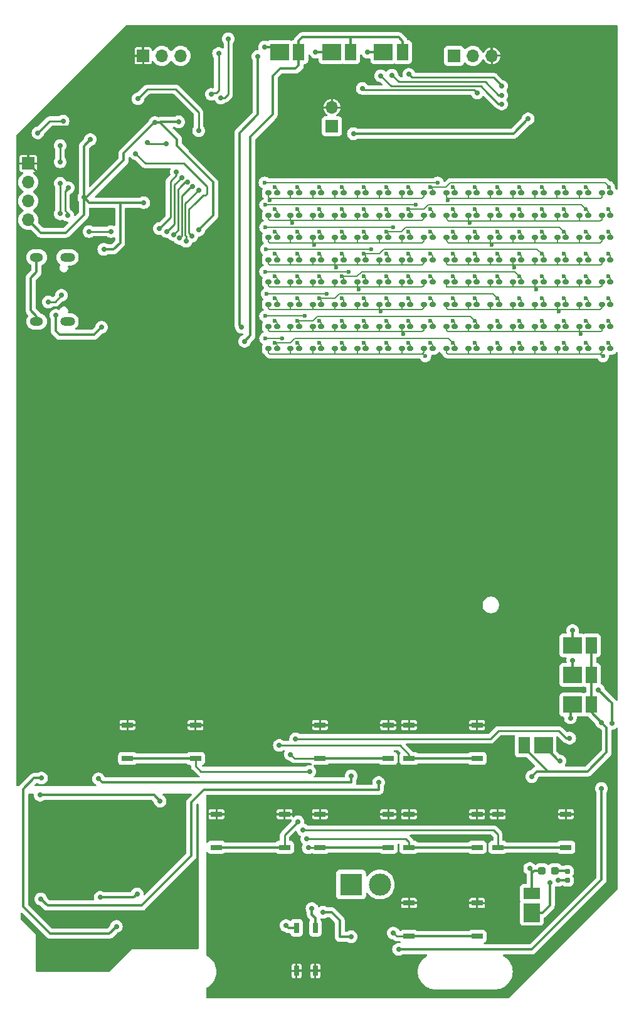
<source format=gbr>
%TF.GenerationSoftware,KiCad,Pcbnew,8.0.3*%
%TF.CreationDate,2024-07-19T04:01:02+08:00*%
%TF.ProjectId,pcb_badge,7063625f-6261-4646-9765-2e6b69636164,rev?*%
%TF.SameCoordinates,Original*%
%TF.FileFunction,Copper,L1,Top*%
%TF.FilePolarity,Positive*%
%FSLAX46Y46*%
G04 Gerber Fmt 4.6, Leading zero omitted, Abs format (unit mm)*
G04 Created by KiCad (PCBNEW 8.0.3) date 2024-07-19 04:01:02*
%MOMM*%
%LPD*%
G01*
G04 APERTURE LIST*
G04 Aperture macros list*
%AMRoundRect*
0 Rectangle with rounded corners*
0 $1 Rounding radius*
0 $2 $3 $4 $5 $6 $7 $8 $9 X,Y pos of 4 corners*
0 Add a 4 corners polygon primitive as box body*
4,1,4,$2,$3,$4,$5,$6,$7,$8,$9,$2,$3,0*
0 Add four circle primitives for the rounded corners*
1,1,$1+$1,$2,$3*
1,1,$1+$1,$4,$5*
1,1,$1+$1,$6,$7*
1,1,$1+$1,$8,$9*
0 Add four rect primitives between the rounded corners*
20,1,$1+$1,$2,$3,$4,$5,0*
20,1,$1+$1,$4,$5,$6,$7,0*
20,1,$1+$1,$6,$7,$8,$9,0*
20,1,$1+$1,$8,$9,$2,$3,0*%
G04 Aperture macros list end*
%TA.AperFunction,ComponentPad*%
%ADD10R,1.700000X1.700000*%
%TD*%
%TA.AperFunction,ComponentPad*%
%ADD11O,1.700000X1.700000*%
%TD*%
%TA.AperFunction,SMDPad,CuDef*%
%ADD12RoundRect,0.160000X-0.222500X-0.160000X0.222500X-0.160000X0.222500X0.160000X-0.222500X0.160000X0*%
%TD*%
%TA.AperFunction,SMDPad,CuDef*%
%ADD13R,2.200000X2.500000*%
%TD*%
%TA.AperFunction,SMDPad,CuDef*%
%ADD14R,2.200000X1.550000*%
%TD*%
%TA.AperFunction,SMDPad,CuDef*%
%ADD15R,1.524000X0.762000*%
%TD*%
%TA.AperFunction,SMDPad,CuDef*%
%ADD16R,2.500000X2.200000*%
%TD*%
%TA.AperFunction,SMDPad,CuDef*%
%ADD17R,1.550000X2.200000*%
%TD*%
%TA.AperFunction,SMDPad,CuDef*%
%ADD18R,0.700000X1.400000*%
%TD*%
%TA.AperFunction,ComponentPad*%
%ADD19R,3.000000X3.000000*%
%TD*%
%TA.AperFunction,ComponentPad*%
%ADD20C,3.000000*%
%TD*%
%TA.AperFunction,SMDPad,CuDef*%
%ADD21RoundRect,0.237500X-0.287500X-0.237500X0.287500X-0.237500X0.287500X0.237500X-0.287500X0.237500X0*%
%TD*%
%TA.AperFunction,SMDPad,CuDef*%
%ADD22RoundRect,0.160000X0.160000X-0.197500X0.160000X0.197500X-0.160000X0.197500X-0.160000X-0.197500X0*%
%TD*%
%TA.AperFunction,ComponentPad*%
%ADD23O,1.800000X1.200000*%
%TD*%
%TA.AperFunction,ComponentPad*%
%ADD24O,2.000000X1.200000*%
%TD*%
%TA.AperFunction,ViaPad*%
%ADD25C,0.700000*%
%TD*%
%TA.AperFunction,ViaPad*%
%ADD26C,0.600000*%
%TD*%
%TA.AperFunction,Conductor*%
%ADD27C,0.350000*%
%TD*%
%TA.AperFunction,Conductor*%
%ADD28C,0.250000*%
%TD*%
%TA.AperFunction,Conductor*%
%ADD29C,0.180000*%
%TD*%
G04 APERTURE END LIST*
D10*
%TO.P,J5,1,Pin_1*%
%TO.N,unconnected-(J5-Pin_1-Pad1)*%
X133500000Y-34500000D03*
D11*
%TO.P,J5,2,Pin_2*%
%TO.N,Net-(J5-Pin_2)*%
X136040000Y-34500000D03*
%TO.P,J5,3,Pin_3*%
%TO.N,GND*%
X138580000Y-34500000D03*
%TD*%
D12*
%TO.P,D112,1,K*%
%TO.N,/LED Matrix2/MAT_RM*%
X114427502Y-62000000D03*
%TO.P,D112,2,A*%
%TO.N,/LED Matrix/MAT_CC*%
X115572502Y-62000000D03*
%TD*%
%TO.P,D21,1,K*%
%TO.N,/LED Matrix/MAT_RC*%
X135427502Y-59000000D03*
%TO.P,D21,2,A*%
%TO.N,/LED Matrix/MAT_CB*%
X136572502Y-59000000D03*
%TD*%
%TO.P,D22,1,K*%
%TO.N,/LED Matrix/MAT_RC*%
X138427502Y-59000000D03*
%TO.P,D22,2,A*%
%TO.N,/LED Matrix/MAT_CC*%
X139572502Y-59000000D03*
%TD*%
%TO.P,D124,1,K*%
%TO.N,/LED Matrix2/MAT_RN*%
X120427502Y-65000000D03*
%TO.P,D124,2,A*%
%TO.N,/LED Matrix/MAT_CE*%
X121572502Y-65000000D03*
%TD*%
D13*
%TO.P,D160,1,K*%
%TO.N,/MCU/IRD_M1*%
X144000000Y-150050000D03*
D14*
%TO.P,D160,2,A*%
%TO.N,/MCU/IRD_N*%
X144000000Y-147475000D03*
%TD*%
D12*
%TO.P,D157,1,K*%
%TO.N,/LED Matrix2/MAT_RR*%
X129427502Y-74000000D03*
%TO.P,D157,2,A*%
%TO.N,/LED Matrix/MAT_CH*%
X130572502Y-74000000D03*
%TD*%
%TO.P,D143,1,K*%
%TO.N,/LED Matrix2/MAT_RQ*%
X117427502Y-71000000D03*
%TO.P,D143,2,A*%
%TO.N,/LED Matrix/MAT_CD*%
X118572502Y-71000000D03*
%TD*%
%TO.P,D55,1,K*%
%TO.N,/LED Matrix/MAT_RF*%
X147427502Y-68000000D03*
%TO.P,D55,2,A*%
%TO.N,/LED Matrix/MAT_CF*%
X148572502Y-68000000D03*
%TD*%
D15*
%TO.P,SW3,1,1*%
%TO.N,GND*%
X89402602Y-124749999D03*
%TO.P,SW3,2,2*%
X98597402Y-124749999D03*
%TO.P,SW3,3,K*%
%TO.N,/MCU/BTN_C*%
X89402602Y-129250001D03*
%TO.P,SW3,4,A*%
X98597402Y-129250001D03*
%TD*%
D12*
%TO.P,D147,1,K*%
%TO.N,/LED Matrix2/MAT_RQ*%
X129427502Y-71000000D03*
%TO.P,D147,2,A*%
%TO.N,/LED Matrix/MAT_CH*%
X130572502Y-71000000D03*
%TD*%
%TO.P,D96,1,K*%
%TO.N,/LED Matrix2/MAT_RK*%
X126427502Y-56000000D03*
%TO.P,D96,2,A*%
%TO.N,/LED Matrix/MAT_CG*%
X127572502Y-56000000D03*
%TD*%
%TO.P,D33,1,K*%
%TO.N,/LED Matrix/MAT_RD*%
X141427502Y-62000000D03*
%TO.P,D33,2,A*%
%TO.N,/LED Matrix/MAT_CD*%
X142572502Y-62000000D03*
%TD*%
%TO.P,D104,1,K*%
%TO.N,/LED Matrix2/MAT_RL*%
X120427502Y-59000000D03*
%TO.P,D104,2,A*%
%TO.N,/LED Matrix/MAT_CE*%
X121572502Y-59000000D03*
%TD*%
%TO.P,D150,1,K*%
%TO.N,/LED Matrix2/MAT_RR*%
X108427502Y-74000000D03*
%TO.P,D150,2,A*%
%TO.N,/LED Matrix/MAT_CA*%
X109572502Y-74000000D03*
%TD*%
%TO.P,D152,1,K*%
%TO.N,/LED Matrix2/MAT_RR*%
X114427502Y-74000000D03*
%TO.P,D152,2,A*%
%TO.N,/LED Matrix/MAT_CC*%
X115572502Y-74000000D03*
%TD*%
D16*
%TO.P,D164,1,K*%
%TO.N,/MCU/IRD_M5*%
X109950000Y-34000000D03*
D17*
%TO.P,D164,2,A*%
%TO.N,/MCU/IRD_N*%
X112525000Y-34000000D03*
%TD*%
D12*
%TO.P,D51,1,K*%
%TO.N,/LED Matrix/MAT_RF*%
X135427502Y-68000000D03*
%TO.P,D51,2,A*%
%TO.N,/LED Matrix/MAT_CB*%
X136572502Y-68000000D03*
%TD*%
%TO.P,D71,1,K*%
%TO.N,/LED Matrix/MAT_RH*%
X135427502Y-74000000D03*
%TO.P,D71,2,A*%
%TO.N,/LED Matrix/MAT_CB*%
X136572502Y-74000000D03*
%TD*%
%TO.P,D113,1,K*%
%TO.N,/LED Matrix2/MAT_RM*%
X117427502Y-62000000D03*
%TO.P,D113,2,A*%
%TO.N,/LED Matrix/MAT_CD*%
X118572502Y-62000000D03*
%TD*%
%TO.P,D77,1,K*%
%TO.N,/LED Matrix/MAT_RH*%
X153427502Y-74000000D03*
%TO.P,D77,2,A*%
%TO.N,/LED Matrix/MAT_CH*%
X154572502Y-74000000D03*
%TD*%
%TO.P,D43,1,K*%
%TO.N,/LED Matrix/MAT_RE*%
X141427502Y-65000000D03*
%TO.P,D43,2,A*%
%TO.N,/LED Matrix/MAT_CD*%
X142572502Y-65000000D03*
%TD*%
%TO.P,D153,1,K*%
%TO.N,/LED Matrix2/MAT_RR*%
X117427502Y-74000000D03*
%TO.P,D153,2,A*%
%TO.N,/LED Matrix/MAT_CD*%
X118572502Y-74000000D03*
%TD*%
%TO.P,D110,1,K*%
%TO.N,/LED Matrix2/MAT_RM*%
X108427502Y-62000000D03*
%TO.P,D110,2,A*%
%TO.N,/LED Matrix/MAT_CA*%
X109572502Y-62000000D03*
%TD*%
D16*
%TO.P,D166,1,K*%
%TO.N,/MCU/IRD_M7*%
X123950000Y-34000000D03*
D17*
%TO.P,D166,2,A*%
%TO.N,/MCU/IRD_N*%
X126525000Y-34000000D03*
%TD*%
D18*
%TO.P,U6,1,GND*%
%TO.N,GND*%
X112230002Y-157900000D03*
%TO.P,U6,2,GND*%
X114770002Y-157900000D03*
%TO.P,U6,3,OUTPUT*%
%TO.N,/MCU/IRRX*%
X114770002Y-152100000D03*
%TO.P,U6,4,VCC*%
%TO.N,Net-(U6-VCC)*%
X112230002Y-152100000D03*
%TD*%
D12*
%TO.P,D01,1,K*%
%TO.N,/LED Matrix/MAT_RA*%
X135427502Y-53000000D03*
%TO.P,D01,2,A*%
%TO.N,/LED Matrix/MAT_CB*%
X136572502Y-53000000D03*
%TD*%
%TO.P,D136,1,K*%
%TO.N,/LED Matrix2/MAT_RP*%
X126427502Y-68000000D03*
%TO.P,D136,2,A*%
%TO.N,/LED Matrix/MAT_CG*%
X127572502Y-68000000D03*
%TD*%
%TO.P,D56,1,K*%
%TO.N,/LED Matrix/MAT_RF*%
X150427502Y-68000000D03*
%TO.P,D56,2,A*%
%TO.N,/LED Matrix/MAT_CG*%
X151572502Y-68000000D03*
%TD*%
%TO.P,D05,1,K*%
%TO.N,/LED Matrix/MAT_RA*%
X147427502Y-53000000D03*
%TO.P,D05,2,A*%
%TO.N,/LED Matrix/MAT_CF*%
X148572502Y-53000000D03*
%TD*%
%TO.P,D154,1,K*%
%TO.N,/LED Matrix2/MAT_RR*%
X120427502Y-74000000D03*
%TO.P,D154,2,A*%
%TO.N,/LED Matrix/MAT_CE*%
X121572502Y-74000000D03*
%TD*%
%TO.P,D16,1,K*%
%TO.N,/LED Matrix/MAT_RB*%
X150427502Y-56000000D03*
%TO.P,D16,2,A*%
%TO.N,/LED Matrix/MAT_CG*%
X151572502Y-56000000D03*
%TD*%
%TO.P,D151,1,K*%
%TO.N,/LED Matrix2/MAT_RR*%
X111427502Y-74000000D03*
%TO.P,D151,2,A*%
%TO.N,/LED Matrix/MAT_CB*%
X112572502Y-74000000D03*
%TD*%
%TO.P,D66,1,K*%
%TO.N,/LED Matrix/MAT_RG*%
X150427502Y-71000000D03*
%TO.P,D66,2,A*%
%TO.N,/LED Matrix/MAT_CG*%
X151572502Y-71000000D03*
%TD*%
%TO.P,D12,1,K*%
%TO.N,/LED Matrix/MAT_RB*%
X138427502Y-56000000D03*
%TO.P,D12,2,A*%
%TO.N,/LED Matrix/MAT_CC*%
X139572502Y-56000000D03*
%TD*%
%TO.P,D76,1,K*%
%TO.N,/LED Matrix/MAT_RH*%
X150427502Y-74000000D03*
%TO.P,D76,2,A*%
%TO.N,/LED Matrix/MAT_CG*%
X151572502Y-74000000D03*
%TD*%
%TO.P,D155,1,K*%
%TO.N,/LED Matrix2/MAT_RR*%
X123427502Y-74000000D03*
%TO.P,D155,2,A*%
%TO.N,/LED Matrix/MAT_CF*%
X124572502Y-74000000D03*
%TD*%
%TO.P,D75,1,K*%
%TO.N,/LED Matrix/MAT_RH*%
X147427502Y-74000000D03*
%TO.P,D75,2,A*%
%TO.N,/LED Matrix/MAT_CF*%
X148572502Y-74000000D03*
%TD*%
%TO.P,D67,1,K*%
%TO.N,/LED Matrix/MAT_RG*%
X153427502Y-71000000D03*
%TO.P,D67,2,A*%
%TO.N,/LED Matrix/MAT_CH*%
X154572502Y-71000000D03*
%TD*%
D10*
%TO.P,J7,1,Pin_1*%
%TO.N,VCC*%
X117000000Y-44000000D03*
D11*
%TO.P,J7,2,Pin_2*%
%TO.N,GND*%
X117000000Y-41460000D03*
%TD*%
D19*
%TO.P,J2,1,Pin_1*%
%TO.N,/Power/AAA_POS*%
X119592500Y-146250000D03*
D20*
%TO.P,J2,2,Pin_2*%
%TO.N,/Power/AAA_NEG*%
X123472500Y-146250000D03*
%TD*%
D12*
%TO.P,D95,1,K*%
%TO.N,/LED Matrix2/MAT_RK*%
X123427502Y-56000000D03*
%TO.P,D95,2,A*%
%TO.N,/LED Matrix/MAT_CF*%
X124572502Y-56000000D03*
%TD*%
%TO.P,D134,1,K*%
%TO.N,/LED Matrix2/MAT_RP*%
X120427502Y-68000000D03*
%TO.P,D134,2,A*%
%TO.N,/LED Matrix/MAT_CE*%
X121572502Y-68000000D03*
%TD*%
%TO.P,D145,1,K*%
%TO.N,/LED Matrix2/MAT_RQ*%
X123427502Y-71000000D03*
%TO.P,D145,2,A*%
%TO.N,/LED Matrix/MAT_CF*%
X124572502Y-71000000D03*
%TD*%
%TO.P,D125,1,K*%
%TO.N,/LED Matrix2/MAT_RN*%
X123427502Y-65000000D03*
%TO.P,D125,2,A*%
%TO.N,/LED Matrix/MAT_CF*%
X124572502Y-65000000D03*
%TD*%
%TO.P,D13,1,K*%
%TO.N,/LED Matrix/MAT_RB*%
X141427502Y-56000000D03*
%TO.P,D13,2,A*%
%TO.N,/LED Matrix/MAT_CD*%
X142572502Y-56000000D03*
%TD*%
%TO.P,D44,1,K*%
%TO.N,/LED Matrix/MAT_RE*%
X144427502Y-65000000D03*
%TO.P,D44,2,A*%
%TO.N,/LED Matrix/MAT_CE*%
X145572502Y-65000000D03*
%TD*%
%TO.P,D34,1,K*%
%TO.N,/LED Matrix/MAT_RD*%
X144427502Y-62000000D03*
%TO.P,D34,2,A*%
%TO.N,/LED Matrix/MAT_CE*%
X145572502Y-62000000D03*
%TD*%
%TO.P,D114,1,K*%
%TO.N,/LED Matrix2/MAT_RM*%
X120427502Y-62000000D03*
%TO.P,D114,2,A*%
%TO.N,/LED Matrix/MAT_CE*%
X121572502Y-62000000D03*
%TD*%
%TO.P,D14,1,K*%
%TO.N,/LED Matrix/MAT_RB*%
X144427502Y-56000000D03*
%TO.P,D14,2,A*%
%TO.N,/LED Matrix/MAT_CE*%
X145572502Y-56000000D03*
%TD*%
%TO.P,D103,1,K*%
%TO.N,/LED Matrix2/MAT_RL*%
X117427502Y-59000000D03*
%TO.P,D103,2,A*%
%TO.N,/LED Matrix/MAT_CD*%
X118572502Y-59000000D03*
%TD*%
%TO.P,D53,1,K*%
%TO.N,/LED Matrix/MAT_RF*%
X141427502Y-68000000D03*
%TO.P,D53,2,A*%
%TO.N,/LED Matrix/MAT_CD*%
X142572502Y-68000000D03*
%TD*%
D16*
%TO.P,D163,1,K*%
%TO.N,/MCU/IRD_M4*%
X149450000Y-118000000D03*
D17*
%TO.P,D163,2,A*%
%TO.N,/MCU/IRD_N*%
X152025000Y-118000000D03*
%TD*%
D12*
%TO.P,D90,1,K*%
%TO.N,/LED Matrix2/MAT_RK*%
X108427502Y-56000000D03*
%TO.P,D90,2,A*%
%TO.N,/LED Matrix/MAT_CA*%
X109572502Y-56000000D03*
%TD*%
%TO.P,D156,1,K*%
%TO.N,/LED Matrix2/MAT_RR*%
X126427502Y-74000000D03*
%TO.P,D156,2,A*%
%TO.N,/LED Matrix/MAT_CG*%
X127572502Y-74000000D03*
%TD*%
D21*
%TO.P,D3,1,K*%
%TO.N,/MCU/IRD_N*%
X145347500Y-144377500D03*
%TO.P,D3,2,A*%
%TO.N,/MCU/IRD_M2*%
X147097500Y-144377500D03*
%TD*%
D12*
%TO.P,D62,1,K*%
%TO.N,/LED Matrix/MAT_RG*%
X138427502Y-71000000D03*
%TO.P,D62,2,A*%
%TO.N,/LED Matrix/MAT_CC*%
X139572502Y-71000000D03*
%TD*%
%TO.P,D20,1,K*%
%TO.N,/LED Matrix/MAT_RC*%
X132427502Y-59000000D03*
%TO.P,D20,2,A*%
%TO.N,/LED Matrix/MAT_CA*%
X133572502Y-59000000D03*
%TD*%
%TO.P,D36,1,K*%
%TO.N,/LED Matrix/MAT_RD*%
X150427502Y-62000000D03*
%TO.P,D36,2,A*%
%TO.N,/LED Matrix/MAT_CG*%
X151572502Y-62000000D03*
%TD*%
%TO.P,D93,1,K*%
%TO.N,/LED Matrix2/MAT_RK*%
X117427502Y-56000000D03*
%TO.P,D93,2,A*%
%TO.N,/LED Matrix/MAT_CD*%
X118572502Y-56000000D03*
%TD*%
%TO.P,D60,1,K*%
%TO.N,/LED Matrix/MAT_RG*%
X132427502Y-71000000D03*
%TO.P,D60,2,A*%
%TO.N,/LED Matrix/MAT_CA*%
X133572502Y-71000000D03*
%TD*%
%TO.P,D111,1,K*%
%TO.N,/LED Matrix2/MAT_RM*%
X111427502Y-62000000D03*
%TO.P,D111,2,A*%
%TO.N,/LED Matrix/MAT_CB*%
X112572502Y-62000000D03*
%TD*%
%TO.P,D32,1,K*%
%TO.N,/LED Matrix/MAT_RD*%
X138427502Y-62000000D03*
%TO.P,D32,2,A*%
%TO.N,/LED Matrix/MAT_CC*%
X139572502Y-62000000D03*
%TD*%
%TO.P,D115,1,K*%
%TO.N,/LED Matrix2/MAT_RM*%
X123427502Y-62000000D03*
%TO.P,D115,2,A*%
%TO.N,/LED Matrix/MAT_CF*%
X124572502Y-62000000D03*
%TD*%
%TO.P,D30,1,K*%
%TO.N,/LED Matrix/MAT_RD*%
X132427502Y-62000000D03*
%TO.P,D30,2,A*%
%TO.N,/LED Matrix/MAT_CA*%
X133572502Y-62000000D03*
%TD*%
%TO.P,D37,1,K*%
%TO.N,/LED Matrix/MAT_RD*%
X153427502Y-62000000D03*
%TO.P,D37,2,A*%
%TO.N,/LED Matrix/MAT_CH*%
X154572502Y-62000000D03*
%TD*%
D16*
%TO.P,D167,1,K*%
%TO.N,/MCU/IRD_M8*%
X116950000Y-34000000D03*
D17*
%TO.P,D167,2,A*%
%TO.N,/MCU/IRD_N*%
X119525000Y-34000000D03*
%TD*%
D12*
%TO.P,D27,1,K*%
%TO.N,/LED Matrix/MAT_RC*%
X153427502Y-59000000D03*
%TO.P,D27,2,A*%
%TO.N,/LED Matrix/MAT_CH*%
X154572502Y-59000000D03*
%TD*%
%TO.P,D07,1,K*%
%TO.N,/LED Matrix/MAT_RA*%
X153427502Y-53000000D03*
%TO.P,D07,2,A*%
%TO.N,/LED Matrix/MAT_CH*%
X154572502Y-53000000D03*
%TD*%
%TO.P,D65,1,K*%
%TO.N,/LED Matrix/MAT_RG*%
X147427502Y-71000000D03*
%TO.P,D65,2,A*%
%TO.N,/LED Matrix/MAT_CF*%
X148572502Y-71000000D03*
%TD*%
%TO.P,D97,1,K*%
%TO.N,/LED Matrix2/MAT_RK*%
X129427502Y-56000000D03*
%TO.P,D97,2,A*%
%TO.N,/LED Matrix/MAT_CH*%
X130572502Y-56000000D03*
%TD*%
%TO.P,D02,1,K*%
%TO.N,/LED Matrix/MAT_RA*%
X138427502Y-53000000D03*
%TO.P,D02,2,A*%
%TO.N,/LED Matrix/MAT_CC*%
X139572502Y-53000000D03*
%TD*%
%TO.P,D141,1,K*%
%TO.N,/LED Matrix2/MAT_RQ*%
X111427502Y-71000000D03*
%TO.P,D141,2,A*%
%TO.N,/LED Matrix/MAT_CB*%
X112572502Y-71000000D03*
%TD*%
D15*
%TO.P,SW6,1,1*%
%TO.N,GND*%
X139402602Y-136749999D03*
%TO.P,SW6,2,2*%
X148597402Y-136749999D03*
%TO.P,SW6,3,K*%
%TO.N,/MCU/BTN_F*%
X139402602Y-141250001D03*
%TO.P,SW6,4,A*%
X148597402Y-141250001D03*
%TD*%
D12*
%TO.P,D133,1,K*%
%TO.N,/LED Matrix2/MAT_RP*%
X117427502Y-68000000D03*
%TO.P,D133,2,A*%
%TO.N,/LED Matrix/MAT_CD*%
X118572502Y-68000000D03*
%TD*%
D15*
%TO.P,SW1,1,1*%
%TO.N,GND*%
X101402602Y-136749999D03*
%TO.P,SW1,2,2*%
X110597402Y-136749999D03*
%TO.P,SW1,3,K*%
%TO.N,/MCU/BTN_A*%
X101402602Y-141250001D03*
%TO.P,SW1,4,A*%
X110597402Y-141250001D03*
%TD*%
D12*
%TO.P,D126,1,K*%
%TO.N,/LED Matrix2/MAT_RN*%
X126427502Y-65000000D03*
%TO.P,D126,2,A*%
%TO.N,/LED Matrix/MAT_CG*%
X127572502Y-65000000D03*
%TD*%
%TO.P,D06,1,K*%
%TO.N,/LED Matrix/MAT_RA*%
X150427502Y-53000000D03*
%TO.P,D06,2,A*%
%TO.N,/LED Matrix/MAT_CG*%
X151572502Y-53000000D03*
%TD*%
%TO.P,D84,1,K*%
%TO.N,/LED Matrix2/MAT_RJ*%
X120427502Y-53000000D03*
%TO.P,D84,2,A*%
%TO.N,/LED Matrix/MAT_CE*%
X121572502Y-53000000D03*
%TD*%
%TO.P,D91,1,K*%
%TO.N,/LED Matrix2/MAT_RK*%
X111427502Y-56000000D03*
%TO.P,D91,2,A*%
%TO.N,/LED Matrix/MAT_CB*%
X112572502Y-56000000D03*
%TD*%
%TO.P,D130,1,K*%
%TO.N,/LED Matrix2/MAT_RP*%
X108427502Y-68000000D03*
%TO.P,D130,2,A*%
%TO.N,/LED Matrix/MAT_CA*%
X109572502Y-68000000D03*
%TD*%
%TO.P,D17,1,K*%
%TO.N,/LED Matrix/MAT_RB*%
X153427502Y-56000000D03*
%TO.P,D17,2,A*%
%TO.N,/LED Matrix/MAT_CH*%
X154572502Y-56000000D03*
%TD*%
%TO.P,D24,1,K*%
%TO.N,/LED Matrix/MAT_RC*%
X144427502Y-59000000D03*
%TO.P,D24,2,A*%
%TO.N,/LED Matrix/MAT_CE*%
X145572502Y-59000000D03*
%TD*%
D15*
%TO.P,SW2,1,1*%
%TO.N,GND*%
X127402602Y-148749999D03*
%TO.P,SW2,2,2*%
X136597402Y-148749999D03*
%TO.P,SW2,3,K*%
%TO.N,/MCU/BTN_B*%
X127402602Y-153250001D03*
%TO.P,SW2,4,A*%
X136597402Y-153250001D03*
%TD*%
D12*
%TO.P,D35,1,K*%
%TO.N,/LED Matrix/MAT_RD*%
X147427502Y-62000000D03*
%TO.P,D35,2,A*%
%TO.N,/LED Matrix/MAT_CF*%
X148572502Y-62000000D03*
%TD*%
%TO.P,D04,1,K*%
%TO.N,/LED Matrix/MAT_RA*%
X144427502Y-53000000D03*
%TO.P,D04,2,A*%
%TO.N,/LED Matrix/MAT_CE*%
X145572502Y-53000000D03*
%TD*%
%TO.P,D100,1,K*%
%TO.N,/LED Matrix2/MAT_RL*%
X108427502Y-59000000D03*
%TO.P,D100,2,A*%
%TO.N,/LED Matrix/MAT_CA*%
X109572502Y-59000000D03*
%TD*%
%TO.P,D74,1,K*%
%TO.N,/LED Matrix/MAT_RH*%
X144427502Y-74000000D03*
%TO.P,D74,2,A*%
%TO.N,/LED Matrix/MAT_CE*%
X145572502Y-74000000D03*
%TD*%
%TO.P,D70,1,K*%
%TO.N,/LED Matrix/MAT_RH*%
X132427502Y-74000000D03*
%TO.P,D70,2,A*%
%TO.N,/LED Matrix/MAT_CA*%
X133572502Y-74000000D03*
%TD*%
%TO.P,D106,1,K*%
%TO.N,/LED Matrix2/MAT_RL*%
X126427502Y-59000000D03*
%TO.P,D106,2,A*%
%TO.N,/LED Matrix/MAT_CG*%
X127572502Y-59000000D03*
%TD*%
%TO.P,D101,1,K*%
%TO.N,/LED Matrix2/MAT_RL*%
X111427502Y-59000000D03*
%TO.P,D101,2,A*%
%TO.N,/LED Matrix/MAT_CB*%
X112572502Y-59000000D03*
%TD*%
%TO.P,D132,1,K*%
%TO.N,/LED Matrix2/MAT_RP*%
X114427502Y-68000000D03*
%TO.P,D132,2,A*%
%TO.N,/LED Matrix/MAT_CC*%
X115572502Y-68000000D03*
%TD*%
%TO.P,D23,1,K*%
%TO.N,/LED Matrix/MAT_RC*%
X141427502Y-59000000D03*
%TO.P,D23,2,A*%
%TO.N,/LED Matrix/MAT_CD*%
X142572502Y-59000000D03*
%TD*%
%TO.P,D57,1,K*%
%TO.N,/LED Matrix/MAT_RF*%
X153427502Y-68000000D03*
%TO.P,D57,2,A*%
%TO.N,/LED Matrix/MAT_CH*%
X154572502Y-68000000D03*
%TD*%
%TO.P,D107,1,K*%
%TO.N,/LED Matrix2/MAT_RL*%
X129427502Y-59000000D03*
%TO.P,D107,2,A*%
%TO.N,/LED Matrix/MAT_CH*%
X130572502Y-59000000D03*
%TD*%
%TO.P,D123,1,K*%
%TO.N,/LED Matrix2/MAT_RN*%
X117427502Y-65000000D03*
%TO.P,D123,2,A*%
%TO.N,/LED Matrix/MAT_CD*%
X118572502Y-65000000D03*
%TD*%
%TO.P,D102,1,K*%
%TO.N,/LED Matrix2/MAT_RL*%
X114427502Y-59000000D03*
%TO.P,D102,2,A*%
%TO.N,/LED Matrix/MAT_CC*%
X115572502Y-59000000D03*
%TD*%
%TO.P,D64,1,K*%
%TO.N,/LED Matrix/MAT_RG*%
X144427502Y-71000000D03*
%TO.P,D64,2,A*%
%TO.N,/LED Matrix/MAT_CE*%
X145572502Y-71000000D03*
%TD*%
%TO.P,D26,1,K*%
%TO.N,/LED Matrix/MAT_RC*%
X150427502Y-59000000D03*
%TO.P,D26,2,A*%
%TO.N,/LED Matrix/MAT_CG*%
X151572502Y-59000000D03*
%TD*%
D16*
%TO.P,D162,1,K*%
%TO.N,/MCU/IRD_M3*%
X149450000Y-122000000D03*
D17*
%TO.P,D162,2,A*%
%TO.N,/MCU/IRD_N*%
X152025000Y-122000000D03*
%TD*%
D12*
%TO.P,D42,1,K*%
%TO.N,/LED Matrix/MAT_RE*%
X138427502Y-65000000D03*
%TO.P,D42,2,A*%
%TO.N,/LED Matrix/MAT_CC*%
X139572502Y-65000000D03*
%TD*%
%TO.P,D46,1,K*%
%TO.N,/LED Matrix/MAT_RE*%
X150427502Y-65000000D03*
%TO.P,D46,2,A*%
%TO.N,/LED Matrix/MAT_CG*%
X151572502Y-65000000D03*
%TD*%
%TO.P,D131,1,K*%
%TO.N,/LED Matrix2/MAT_RP*%
X111427502Y-68000000D03*
%TO.P,D131,2,A*%
%TO.N,/LED Matrix/MAT_CB*%
X112572502Y-68000000D03*
%TD*%
%TO.P,D50,1,K*%
%TO.N,/LED Matrix/MAT_RF*%
X132427502Y-68000000D03*
%TO.P,D50,2,A*%
%TO.N,/LED Matrix/MAT_CA*%
X133572502Y-68000000D03*
%TD*%
D16*
%TO.P,D161,1,K*%
%TO.N,/MCU/IRD_M1*%
X145550000Y-127500000D03*
D17*
%TO.P,D161,2,A*%
%TO.N,/MCU/IRD_N*%
X142975000Y-127500000D03*
%TD*%
D12*
%TO.P,D144,1,K*%
%TO.N,/LED Matrix2/MAT_RQ*%
X120427502Y-71000000D03*
%TO.P,D144,2,A*%
%TO.N,/LED Matrix/MAT_CE*%
X121572502Y-71000000D03*
%TD*%
%TO.P,D105,1,K*%
%TO.N,/LED Matrix2/MAT_RL*%
X123427502Y-59000000D03*
%TO.P,D105,2,A*%
%TO.N,/LED Matrix/MAT_CF*%
X124572502Y-59000000D03*
%TD*%
%TO.P,D116,1,K*%
%TO.N,/LED Matrix2/MAT_RM*%
X126427502Y-62000000D03*
%TO.P,D116,2,A*%
%TO.N,/LED Matrix/MAT_CG*%
X127572502Y-62000000D03*
%TD*%
%TO.P,D52,1,K*%
%TO.N,/LED Matrix/MAT_RF*%
X138427502Y-68000000D03*
%TO.P,D52,2,A*%
%TO.N,/LED Matrix/MAT_CC*%
X139572502Y-68000000D03*
%TD*%
D10*
%TO.P,J4,1,Pin_1*%
%TO.N,GND*%
X91500000Y-34500000D03*
D11*
%TO.P,J4,2,Pin_2*%
%TO.N,Net-(J4-Pin_2)*%
X94040000Y-34500000D03*
%TO.P,J4,3,Pin_3*%
%TO.N,unconnected-(J4-Pin_3-Pad3)*%
X96580000Y-34500000D03*
%TD*%
D12*
%TO.P,D00,1,K*%
%TO.N,/LED Matrix/MAT_RA*%
X132427502Y-53000000D03*
%TO.P,D00,2,A*%
%TO.N,/LED Matrix/MAT_CA*%
X133572502Y-53000000D03*
%TD*%
%TO.P,D85,1,K*%
%TO.N,/LED Matrix2/MAT_RJ*%
X123427502Y-53000000D03*
%TO.P,D85,2,A*%
%TO.N,/LED Matrix/MAT_CF*%
X124572502Y-53000000D03*
%TD*%
D15*
%TO.P,SW8,1,1*%
%TO.N,GND*%
X127402602Y-124749999D03*
%TO.P,SW8,2,2*%
X136597402Y-124749999D03*
%TO.P,SW8,3,K*%
%TO.N,/MCU/BTN_H*%
X127402602Y-129250001D03*
%TO.P,SW8,4,A*%
X136597402Y-129250001D03*
%TD*%
D12*
%TO.P,D142,1,K*%
%TO.N,/LED Matrix2/MAT_RQ*%
X114427502Y-71000000D03*
%TO.P,D142,2,A*%
%TO.N,/LED Matrix/MAT_CC*%
X115572502Y-71000000D03*
%TD*%
%TO.P,D63,1,K*%
%TO.N,/LED Matrix/MAT_RG*%
X141427502Y-71000000D03*
%TO.P,D63,2,A*%
%TO.N,/LED Matrix/MAT_CD*%
X142572502Y-71000000D03*
%TD*%
%TO.P,D140,1,K*%
%TO.N,/LED Matrix2/MAT_RQ*%
X108427502Y-71000000D03*
%TO.P,D140,2,A*%
%TO.N,/LED Matrix/MAT_CA*%
X109572502Y-71000000D03*
%TD*%
D15*
%TO.P,SW5,1,1*%
%TO.N,GND*%
X127402602Y-136749999D03*
%TO.P,SW5,2,2*%
X136597402Y-136749999D03*
%TO.P,SW5,3,K*%
%TO.N,/MCU/BTN_E*%
X127402602Y-141250001D03*
%TO.P,SW5,4,A*%
X136597402Y-141250001D03*
%TD*%
D12*
%TO.P,D82,1,K*%
%TO.N,/LED Matrix2/MAT_RJ*%
X114427502Y-53000000D03*
%TO.P,D82,2,A*%
%TO.N,/LED Matrix/MAT_CC*%
X115572502Y-53000000D03*
%TD*%
%TO.P,D47,1,K*%
%TO.N,/LED Matrix/MAT_RE*%
X153427502Y-65000000D03*
%TO.P,D47,2,A*%
%TO.N,/LED Matrix/MAT_CH*%
X154572502Y-65000000D03*
%TD*%
%TO.P,D83,1,K*%
%TO.N,/LED Matrix2/MAT_RJ*%
X117427502Y-53000000D03*
%TO.P,D83,2,A*%
%TO.N,/LED Matrix/MAT_CD*%
X118572502Y-53000000D03*
%TD*%
%TO.P,D15,1,K*%
%TO.N,/LED Matrix/MAT_RB*%
X147427502Y-56000000D03*
%TO.P,D15,2,A*%
%TO.N,/LED Matrix/MAT_CF*%
X148572502Y-56000000D03*
%TD*%
%TO.P,D92,1,K*%
%TO.N,/LED Matrix2/MAT_RK*%
X114427502Y-56000000D03*
%TO.P,D92,2,A*%
%TO.N,/LED Matrix/MAT_CC*%
X115572502Y-56000000D03*
%TD*%
%TO.P,D41,1,K*%
%TO.N,/LED Matrix/MAT_RE*%
X135427502Y-65000000D03*
%TO.P,D41,2,A*%
%TO.N,/LED Matrix/MAT_CB*%
X136572502Y-65000000D03*
%TD*%
%TO.P,D122,1,K*%
%TO.N,/LED Matrix2/MAT_RN*%
X114427502Y-65000000D03*
%TO.P,D122,2,A*%
%TO.N,/LED Matrix/MAT_CC*%
X115572502Y-65000000D03*
%TD*%
%TO.P,D94,1,K*%
%TO.N,/LED Matrix2/MAT_RK*%
X120427502Y-56000000D03*
%TO.P,D94,2,A*%
%TO.N,/LED Matrix/MAT_CE*%
X121572502Y-56000000D03*
%TD*%
D15*
%TO.P,SW4,1,1*%
%TO.N,GND*%
X115402602Y-136749999D03*
%TO.P,SW4,2,2*%
X124597402Y-136749999D03*
%TO.P,SW4,3,K*%
%TO.N,/MCU/BTN_D*%
X115402602Y-141250001D03*
%TO.P,SW4,4,A*%
X124597402Y-141250001D03*
%TD*%
D12*
%TO.P,D25,1,K*%
%TO.N,/LED Matrix/MAT_RC*%
X147427502Y-59000000D03*
%TO.P,D25,2,A*%
%TO.N,/LED Matrix/MAT_CF*%
X148572502Y-59000000D03*
%TD*%
%TO.P,D80,1,K*%
%TO.N,/LED Matrix2/MAT_RJ*%
X108427502Y-53000000D03*
%TO.P,D80,2,A*%
%TO.N,/LED Matrix/MAT_CA*%
X109572502Y-53000000D03*
%TD*%
%TO.P,D135,1,K*%
%TO.N,/LED Matrix2/MAT_RP*%
X123427502Y-68000000D03*
%TO.P,D135,2,A*%
%TO.N,/LED Matrix/MAT_CF*%
X124572502Y-68000000D03*
%TD*%
D10*
%TO.P,J3,1,Pin_1*%
%TO.N,GND*%
X76000002Y-49000000D03*
D11*
%TO.P,J3,2,Pin_2*%
%TO.N,/MCU/PA14*%
X76000002Y-51540000D03*
%TO.P,J3,3,Pin_3*%
%TO.N,/MCU/PA13*%
X76000002Y-54080000D03*
%TO.P,J3,4,Pin_4*%
%TO.N,VCC*%
X76000002Y-56620000D03*
%TD*%
D22*
%TO.P,R29,1*%
%TO.N,VCC*%
X148800000Y-145697500D03*
%TO.P,R29,2*%
%TO.N,/MCU/IRD_M2*%
X148800000Y-144502500D03*
%TD*%
D12*
%TO.P,D40,1,K*%
%TO.N,/LED Matrix/MAT_RE*%
X132427502Y-65000000D03*
%TO.P,D40,2,A*%
%TO.N,/LED Matrix/MAT_CA*%
X133572502Y-65000000D03*
%TD*%
%TO.P,D120,1,K*%
%TO.N,/LED Matrix2/MAT_RN*%
X108427502Y-65000000D03*
%TO.P,D120,2,A*%
%TO.N,/LED Matrix/MAT_CA*%
X109572502Y-65000000D03*
%TD*%
%TO.P,D11,1,K*%
%TO.N,/LED Matrix/MAT_RB*%
X135427502Y-56000000D03*
%TO.P,D11,2,A*%
%TO.N,/LED Matrix/MAT_CB*%
X136572502Y-56000000D03*
%TD*%
%TO.P,D87,1,K*%
%TO.N,/LED Matrix2/MAT_RJ*%
X129427502Y-53000000D03*
%TO.P,D87,2,A*%
%TO.N,/LED Matrix/MAT_CH*%
X130572502Y-53000000D03*
%TD*%
D16*
%TO.P,D165,1,K*%
%TO.N,/MCU/IRD_M6*%
X149450000Y-114000000D03*
D17*
%TO.P,D165,2,A*%
%TO.N,/MCU/IRD_N*%
X152025000Y-114000000D03*
%TD*%
D12*
%TO.P,D81,1,K*%
%TO.N,/LED Matrix2/MAT_RJ*%
X111427502Y-53000000D03*
%TO.P,D81,2,A*%
%TO.N,/LED Matrix/MAT_CB*%
X112572502Y-53000000D03*
%TD*%
%TO.P,D127,1,K*%
%TO.N,/LED Matrix2/MAT_RN*%
X129427502Y-65000000D03*
%TO.P,D127,2,A*%
%TO.N,/LED Matrix/MAT_CH*%
X130572502Y-65000000D03*
%TD*%
%TO.P,D72,1,K*%
%TO.N,/LED Matrix/MAT_RH*%
X138427502Y-74000000D03*
%TO.P,D72,2,A*%
%TO.N,/LED Matrix/MAT_CC*%
X139572502Y-74000000D03*
%TD*%
%TO.P,D137,1,K*%
%TO.N,/LED Matrix2/MAT_RP*%
X129427502Y-68000000D03*
%TO.P,D137,2,A*%
%TO.N,/LED Matrix/MAT_CH*%
X130572502Y-68000000D03*
%TD*%
%TO.P,D54,1,K*%
%TO.N,/LED Matrix/MAT_RF*%
X144427502Y-68000000D03*
%TO.P,D54,2,A*%
%TO.N,/LED Matrix/MAT_CE*%
X145572502Y-68000000D03*
%TD*%
%TO.P,D03,1,K*%
%TO.N,/LED Matrix/MAT_RA*%
X141427502Y-53000000D03*
%TO.P,D03,2,A*%
%TO.N,/LED Matrix/MAT_CD*%
X142572502Y-53000000D03*
%TD*%
%TO.P,D10,1,K*%
%TO.N,/LED Matrix/MAT_RB*%
X132427502Y-56000000D03*
%TO.P,D10,2,A*%
%TO.N,/LED Matrix/MAT_CA*%
X133572502Y-56000000D03*
%TD*%
%TO.P,D117,1,K*%
%TO.N,/LED Matrix2/MAT_RM*%
X129427502Y-62000000D03*
%TO.P,D117,2,A*%
%TO.N,/LED Matrix/MAT_CH*%
X130572502Y-62000000D03*
%TD*%
%TO.P,D45,1,K*%
%TO.N,/LED Matrix/MAT_RE*%
X147427502Y-65000000D03*
%TO.P,D45,2,A*%
%TO.N,/LED Matrix/MAT_CF*%
X148572502Y-65000000D03*
%TD*%
%TO.P,D61,1,K*%
%TO.N,/LED Matrix/MAT_RG*%
X135427502Y-71000000D03*
%TO.P,D61,2,A*%
%TO.N,/LED Matrix/MAT_CB*%
X136572502Y-71000000D03*
%TD*%
D15*
%TO.P,SW7,1,1*%
%TO.N,GND*%
X115402602Y-124749999D03*
%TO.P,SW7,2,2*%
X124597402Y-124749999D03*
%TO.P,SW7,3,K*%
%TO.N,/MCU/BTN_G*%
X115402602Y-129250001D03*
%TO.P,SW7,4,A*%
X124597402Y-129250001D03*
%TD*%
D12*
%TO.P,D146,1,K*%
%TO.N,/LED Matrix2/MAT_RQ*%
X126427502Y-71000000D03*
%TO.P,D146,2,A*%
%TO.N,/LED Matrix/MAT_CG*%
X127572502Y-71000000D03*
%TD*%
%TO.P,D86,1,K*%
%TO.N,/LED Matrix2/MAT_RJ*%
X126427502Y-53000000D03*
%TO.P,D86,2,A*%
%TO.N,/LED Matrix/MAT_CG*%
X127572502Y-53000000D03*
%TD*%
%TO.P,D121,1,K*%
%TO.N,/LED Matrix2/MAT_RN*%
X111427502Y-65000000D03*
%TO.P,D121,2,A*%
%TO.N,/LED Matrix/MAT_CB*%
X112572502Y-65000000D03*
%TD*%
%TO.P,D31,1,K*%
%TO.N,/LED Matrix/MAT_RD*%
X135427502Y-62000000D03*
%TO.P,D31,2,A*%
%TO.N,/LED Matrix/MAT_CB*%
X136572502Y-62000000D03*
%TD*%
%TO.P,D73,1,K*%
%TO.N,/LED Matrix/MAT_RH*%
X141427502Y-74000000D03*
%TO.P,D73,2,A*%
%TO.N,/LED Matrix/MAT_CD*%
X142572502Y-74000000D03*
%TD*%
D23*
%TO.P,J1,S1,SHIELD*%
%TO.N,unconnected-(J1-SHIELD-PadS1)*%
X77130000Y-70330000D03*
D24*
X81310000Y-70330000D03*
D23*
X77130000Y-61670000D03*
D24*
X81310000Y-61670000D03*
%TD*%
D25*
%TO.N,GND*%
X121000000Y-134500000D03*
X125000000Y-123500000D03*
X135700002Y-49300000D03*
X144100000Y-32800000D03*
X152700002Y-127900000D03*
X139200002Y-49300000D03*
X153100002Y-44300000D03*
X78700000Y-71200000D03*
X154300002Y-30800000D03*
X78900002Y-54000000D03*
X100500002Y-58000000D03*
X90000002Y-137600000D03*
X132200002Y-49300000D03*
X126700000Y-40800000D03*
X118200002Y-50000000D03*
X154100002Y-34000000D03*
X89000002Y-144400000D03*
X152500002Y-125400000D03*
X97000000Y-41900000D03*
X86000002Y-47300000D03*
X142700002Y-49300000D03*
X88350000Y-42250000D03*
X114700002Y-50000000D03*
X87500002Y-150400000D03*
X149700002Y-49200000D03*
X77800000Y-59500000D03*
X84000000Y-61400000D03*
X121700002Y-50000000D03*
X83100002Y-151800000D03*
X153600002Y-40800000D03*
X146200002Y-49200000D03*
X125500000Y-151600000D03*
X133800000Y-40700000D03*
X153900002Y-37400000D03*
X94000000Y-40250000D03*
X78900002Y-56700000D03*
X125200002Y-50000000D03*
X144900002Y-43000000D03*
X128700002Y-50000000D03*
X120700000Y-43700000D03*
X117800000Y-157900000D03*
%TO.N,VCC*%
X119900000Y-45000000D03*
X153400000Y-133300000D03*
X147500000Y-145700000D03*
X107000000Y-34600000D03*
X104800000Y-71100000D03*
X96300000Y-43400000D03*
X143500000Y-43000000D03*
X93100000Y-43500000D03*
X77800002Y-131900000D03*
X84400002Y-45800000D03*
X99000002Y-58000000D03*
X119600000Y-153300000D03*
X91600002Y-54300000D03*
X126000002Y-155000000D03*
X86200000Y-60600000D03*
X153000000Y-120000000D03*
X154800000Y-124500000D03*
X87900002Y-151900000D03*
X83500002Y-53600000D03*
X115800000Y-150000000D03*
%TO.N,/Power/BOOST_OUT*%
X85700002Y-148000000D03*
X90700002Y-147500000D03*
D26*
%TO.N,/LED Matrix/MAT_RA*%
X132600002Y-54000000D03*
%TO.N,/LED Matrix/MAT_CA*%
X133300002Y-61200000D03*
X109300002Y-58200000D03*
X109300002Y-73200000D03*
X109300002Y-61200000D03*
X133300002Y-58200000D03*
X109300002Y-64200000D03*
X133300002Y-64200000D03*
X109300002Y-70200000D03*
X133300002Y-55200000D03*
X133300002Y-67200000D03*
X109300002Y-67200000D03*
X133300002Y-52200000D03*
X133300002Y-70200000D03*
X109300002Y-55200000D03*
X133300002Y-73200000D03*
X109300002Y-52200000D03*
%TO.N,/LED Matrix/MAT_CB*%
X136300002Y-67200000D03*
X112300002Y-52200000D03*
X112300002Y-58200000D03*
X112300002Y-55200000D03*
X136300002Y-73200000D03*
X136300002Y-52200000D03*
X136300002Y-70200000D03*
X136300002Y-58200000D03*
X112300002Y-61200000D03*
X136300002Y-64200000D03*
X112300002Y-73200000D03*
X112300002Y-70200000D03*
X112300002Y-67200000D03*
X112300002Y-64200000D03*
X136300002Y-55200000D03*
X136300002Y-61200000D03*
D25*
%TO.N,/Power/USB_5V*%
X85900000Y-71100000D03*
X77600002Y-134200000D03*
X93800002Y-135000000D03*
X79700000Y-69500000D03*
D26*
%TO.N,/LED Matrix/MAT_CC*%
X115300002Y-52200000D03*
X115300002Y-58200000D03*
X139300002Y-73200000D03*
X115300002Y-55200000D03*
X139300002Y-61200000D03*
X139300002Y-52200000D03*
X115300002Y-64200000D03*
X115300002Y-61200000D03*
X115300002Y-70200000D03*
X139300002Y-64200000D03*
X115300002Y-67200000D03*
X139300002Y-70200000D03*
X115300002Y-73200000D03*
X139300002Y-55200000D03*
X139300002Y-67200000D03*
X139300002Y-58200000D03*
%TO.N,/LED Matrix/MAT_CD*%
X118300002Y-73200000D03*
X142300002Y-70200000D03*
X118300002Y-52200000D03*
X142300002Y-64200000D03*
X142300002Y-55200000D03*
X142300002Y-73200000D03*
X142300002Y-58200000D03*
X142300002Y-67200000D03*
X118300002Y-55200000D03*
X118300002Y-64200000D03*
X118300002Y-67200000D03*
X142300002Y-52200000D03*
X118300002Y-70200000D03*
X118300002Y-61200000D03*
X142300002Y-61200000D03*
X118300002Y-58200000D03*
%TO.N,/LED Matrix/MAT_CE*%
X121300002Y-61200000D03*
X121300002Y-58200000D03*
X145300002Y-58200000D03*
X121300002Y-52200000D03*
X145300002Y-70200000D03*
X121300002Y-64200000D03*
X121300002Y-70200000D03*
X145300002Y-61200000D03*
X121300002Y-73200000D03*
X145300002Y-64200000D03*
X121300002Y-55200000D03*
X121300002Y-67200000D03*
X145300002Y-67200000D03*
X145300002Y-52200000D03*
X145300002Y-55200000D03*
X145300002Y-73200000D03*
%TO.N,/LED Matrix/MAT_CF*%
X124300002Y-70200000D03*
X148300002Y-73200000D03*
X124300002Y-64200000D03*
X124300002Y-52200000D03*
X148300002Y-55200000D03*
X124300002Y-55200000D03*
X124300002Y-73200000D03*
X148300002Y-70200000D03*
X148300002Y-61200000D03*
X124300002Y-58200000D03*
X148300002Y-64200000D03*
X148300002Y-67200000D03*
X148300002Y-52200000D03*
X124300002Y-61200000D03*
X124300002Y-67200000D03*
X148300002Y-58200000D03*
%TO.N,/LED Matrix/MAT_CG*%
X151300002Y-58200000D03*
X151300002Y-73200000D03*
X151300002Y-52200000D03*
X151300002Y-64200000D03*
X151300002Y-70200000D03*
X151300002Y-55200000D03*
X127300002Y-58200000D03*
X127300002Y-64200000D03*
X127300002Y-61200000D03*
X151300002Y-61200000D03*
X151300002Y-67200000D03*
X127300002Y-55200000D03*
X127300002Y-67200000D03*
X127300002Y-73200000D03*
X127300002Y-70200000D03*
X127300002Y-52200000D03*
%TO.N,/LED Matrix/MAT_CH*%
X130300002Y-70200000D03*
X154300002Y-64200000D03*
X154300002Y-70200000D03*
X130300002Y-64200000D03*
X130300002Y-61200000D03*
X130300002Y-73200000D03*
X154300002Y-73200000D03*
X130300002Y-52200000D03*
X154300002Y-67200000D03*
X154300002Y-58200000D03*
X130300002Y-55200000D03*
X130300002Y-67200000D03*
X154400002Y-52200000D03*
X154300002Y-55200000D03*
X154300002Y-61200000D03*
X130300002Y-58200000D03*
%TO.N,/LED Matrix/MAT_RB*%
X135600002Y-57000000D03*
%TO.N,/LED Matrix/MAT_RC*%
X138600002Y-60000000D03*
%TO.N,/LED Matrix/MAT_RD*%
X141600002Y-63000000D03*
%TO.N,/LED Matrix/MAT_RE*%
X144600002Y-66000000D03*
%TO.N,/LED Matrix/MAT_RF*%
X147600002Y-69000000D03*
%TO.N,/LED Matrix/MAT_RG*%
X150600002Y-72000000D03*
%TO.N,/LED Matrix/MAT_RH*%
X153600002Y-75000000D03*
D25*
%TO.N,Net-(U6-VCC)*%
X110800000Y-151800000D03*
%TO.N,/MCU/PA2*%
X101700002Y-34200000D03*
X100700000Y-39700000D03*
D26*
%TO.N,/LED Matrix2/MAT_RJ*%
X108600002Y-54000000D03*
%TO.N,/LED Matrix2/MAT_RK*%
X111600002Y-57000000D03*
%TO.N,/LED Matrix2/MAT_RL*%
X114600002Y-60000000D03*
%TO.N,/LED Matrix2/MAT_RM*%
X117600002Y-63000000D03*
%TO.N,/LED Matrix2/MAT_RN*%
X120600002Y-66000000D03*
%TO.N,/LED Matrix2/MAT_RP*%
X123600002Y-69000000D03*
%TO.N,/LED Matrix2/MAT_RQ*%
X126600002Y-72000000D03*
%TO.N,/LED Matrix2/MAT_RR*%
X129600002Y-75000000D03*
D25*
%TO.N,/MCU/NOISE_IN*%
X92100000Y-46200000D03*
X90800000Y-40300000D03*
X94600000Y-46400000D03*
X99000000Y-44600000D03*
%TO.N,/MCU/PA3*%
X102000000Y-40200000D03*
X103000002Y-32200000D03*
%TO.N,/MCU/IRD_N*%
X105200000Y-73000000D03*
X143700000Y-144100000D03*
X144000000Y-131700000D03*
X153400000Y-124400000D03*
%TO.N,/MCU/IRDRV*%
X96000002Y-50200000D03*
X112100002Y-126600000D03*
X149100000Y-126500000D03*
X93700002Y-57800000D03*
%TO.N,/MCU/USB_DET*%
X80300002Y-51700000D03*
X80300002Y-55800000D03*
%TO.N,/MCU/BOOT0*%
X80300002Y-48800000D03*
X80300002Y-46600000D03*
%TO.N,/MCU/IRRX*%
X90500002Y-47700000D03*
X114300000Y-149500000D03*
X98100002Y-58800000D03*
%TO.N,/MCU/BTN_A*%
X87200002Y-58200000D03*
X81300002Y-56000000D03*
X84200002Y-58200000D03*
X112400002Y-137800000D03*
X81400002Y-52300000D03*
%TO.N,/MCU/BTN_B*%
X125300000Y-152800000D03*
X99000002Y-52600000D03*
X97300002Y-59500000D03*
%TO.N,/MCU/BTN_C*%
X98200002Y-52100000D03*
X96400002Y-59100000D03*
X114000002Y-131000000D03*
%TO.N,/MCU/BTN_D*%
X95600002Y-58600000D03*
X113800002Y-141300000D03*
X97500002Y-51500000D03*
%TO.N,/MCU/BTN_E*%
X113600002Y-140100000D03*
X96700002Y-50900000D03*
X94700002Y-58200000D03*
%TO.N,/MCU/BTN_F*%
X113100002Y-138900000D03*
%TO.N,/MCU/BTN_G*%
X111400002Y-128700000D03*
%TO.N,/MCU/BTN_H*%
X109900002Y-127500000D03*
%TO.N,/LED Matrix/A0*%
X139900000Y-41000000D03*
X123600000Y-37200000D03*
%TO.N,/LED Matrix/A3*%
X121100000Y-38900000D03*
X136600000Y-39500000D03*
%TO.N,/LED Matrix/A2*%
X127400000Y-37000000D03*
X139900000Y-38600000D03*
%TO.N,/LED Matrix/A1*%
X125100000Y-37100000D03*
X139900000Y-39800000D03*
%TO.N,/MCU/IRD_M3*%
X149200000Y-123800000D03*
D26*
%TO.N,/MCU/CA*%
X108000002Y-72600000D03*
X110300002Y-72600000D03*
%TO.N,/MCU/CB*%
X108000002Y-69600000D03*
X113300002Y-69600000D03*
%TO.N,/MCU/CC*%
X116300002Y-66600000D03*
X108200002Y-66600000D03*
%TO.N,/MCU/CD*%
X108000002Y-63600000D03*
X119300002Y-63600000D03*
%TO.N,/MCU/CE*%
X122300002Y-60600000D03*
X108100002Y-60600000D03*
%TO.N,/MCU/CF*%
X108000002Y-57600000D03*
X125300002Y-57600000D03*
%TO.N,/MCU/CG*%
X128300002Y-54600000D03*
X108000002Y-54600000D03*
%TO.N,/MCU/CH*%
X107900002Y-51600000D03*
X131300002Y-51600000D03*
D25*
%TO.N,/Power/AAA_NEG*%
X123300000Y-132500000D03*
X77700002Y-148200000D03*
%TO.N,/Power/AAA_POS*%
X85500002Y-132000000D03*
X119600000Y-131600000D03*
%TO.N,/MCU/IRD_M1*%
X147800000Y-129600000D03*
X146400000Y-146000000D03*
%TO.N,/LED Matrix/DEC_EN*%
X80700000Y-43300000D03*
X77300000Y-44900000D03*
%TO.N,Net-(J1-CC1)*%
X78700000Y-67700000D03*
X80500000Y-66800000D03*
%TO.N,/MCU/IRD_M4*%
X149500000Y-116000000D03*
%TO.N,/MCU/IRD_M5*%
X107900000Y-33300000D03*
%TO.N,/MCU/IRD_M6*%
X149500000Y-112000000D03*
%TO.N,/MCU/IRD_M7*%
X121800000Y-34000000D03*
%TO.N,/MCU/IRD_M8*%
X114800000Y-34000000D03*
%TD*%
D27*
%TO.N,GND*%
X148600002Y-124749999D02*
X151850001Y-124749999D01*
X102000002Y-51500000D02*
X102000002Y-57000000D01*
X94050000Y-41350001D02*
X91500000Y-41350001D01*
X142500000Y-41400000D02*
X144800002Y-41400000D01*
X88750001Y-41350001D02*
X88100002Y-42000000D01*
X110597402Y-136749999D02*
X115402602Y-136749999D01*
X91500000Y-34500000D02*
X91500000Y-31500002D01*
X91500000Y-34500000D02*
X90000000Y-34500000D01*
X126500000Y-41000000D02*
X126700000Y-40800000D01*
X78900002Y-56700000D02*
X78900002Y-51900000D01*
X96450001Y-41350001D02*
X94050000Y-41350001D01*
X78700000Y-69300000D02*
X78450000Y-69050000D01*
X86000002Y-47300000D02*
X86000002Y-44100000D01*
X142700002Y-49300000D02*
X139200002Y-49300000D01*
X122550001Y-155249999D02*
X122550001Y-152050001D01*
X88900002Y-144400000D02*
X89000002Y-144400000D01*
X119900000Y-157900000D02*
X122550001Y-155249999D01*
X149700002Y-47700000D02*
X149700002Y-49200000D01*
X90000002Y-143300000D02*
X88900002Y-144400000D01*
X126000000Y-124749999D02*
X127402602Y-124749999D01*
X133800000Y-40700000D02*
X126800000Y-40700000D01*
X150000002Y-143000000D02*
X151000002Y-142000000D01*
X153900002Y-37400000D02*
X153900002Y-40500000D01*
X122550001Y-152050001D02*
X125850003Y-148749999D01*
X97850001Y-42750001D02*
X97000000Y-41900000D01*
X141100002Y-136749999D02*
X148597402Y-136749999D01*
X79500002Y-44100000D02*
X86000002Y-44100000D01*
X84000000Y-61400000D02*
X82300000Y-59700000D01*
X121700002Y-50000000D02*
X125200002Y-50000000D01*
X102000002Y-57000000D02*
X101000002Y-58000000D01*
X154300002Y-30800000D02*
X154300002Y-33200000D01*
X145100002Y-49300000D02*
X145100002Y-43200000D01*
X82300000Y-59700000D02*
X80300000Y-59700000D01*
X121000000Y-134500000D02*
X121000000Y-136749999D01*
X136597402Y-136749999D02*
X139402602Y-136749999D01*
X151000002Y-137200000D02*
X150550001Y-136749999D01*
X136000000Y-40700000D02*
X138000000Y-42700000D01*
X150550001Y-136749999D02*
X148597402Y-136749999D01*
X77700000Y-68300000D02*
X77700000Y-65300000D01*
X139402602Y-136749999D02*
X141100002Y-136749999D01*
X86000002Y-44100000D02*
X88100002Y-42000000D01*
X97000000Y-41900000D02*
X96450001Y-41350001D01*
X124597402Y-136749999D02*
X127402602Y-136749999D01*
X153600002Y-43800000D02*
X153100002Y-44300000D01*
X88750001Y-35749999D02*
X88750001Y-41350001D01*
X146200002Y-49200000D02*
X149700002Y-49200000D01*
X125200002Y-50000000D02*
X128700002Y-50000000D01*
D28*
X88350000Y-42249998D02*
X88100002Y-42000000D01*
D27*
X125500000Y-151600000D02*
X125500000Y-149100002D01*
X83100002Y-151800000D02*
X86100002Y-151800000D01*
X98597402Y-124749999D02*
X89402602Y-124749999D01*
X126500000Y-43100000D02*
X126500000Y-41000000D01*
X135700002Y-49300000D02*
X132200002Y-49300000D01*
X154300002Y-33200000D02*
X145300004Y-33200000D01*
X154300002Y-33200000D02*
X154300002Y-33800000D01*
X145300004Y-33200000D02*
X144900002Y-33600002D01*
X76000002Y-47600000D02*
X79500002Y-44100000D01*
X144900002Y-33600002D02*
X144900002Y-41300000D01*
X130000002Y-49300000D02*
X132200002Y-49300000D01*
X97850001Y-47349999D02*
X97850001Y-42750001D01*
X144100000Y-32800000D02*
X144900002Y-33600002D01*
X144800002Y-41400000D02*
X144900002Y-41300000D01*
X90000000Y-34500000D02*
X88750001Y-35749999D01*
X152500002Y-125400000D02*
X152500002Y-127700000D01*
X125900000Y-43700000D02*
X126500000Y-43100000D01*
X153100002Y-44300000D02*
X149700002Y-47700000D01*
X80300000Y-59700000D02*
X79200000Y-59700000D01*
X124597402Y-124749999D02*
X126000000Y-124749999D01*
X153600002Y-40800000D02*
X153600002Y-43800000D01*
X136597402Y-124749999D02*
X127402602Y-124749999D01*
X138100002Y-30700000D02*
X138555002Y-31155000D01*
X129300002Y-50000000D02*
X130000002Y-49300000D01*
X114770002Y-157900000D02*
X119900000Y-157900000D01*
X78700000Y-70200000D02*
X78700000Y-69300000D01*
X136597402Y-144402600D02*
X138000002Y-143000000D01*
X97850001Y-47349999D02*
X102000002Y-51500000D01*
X152500002Y-127700000D02*
X152700002Y-127900000D01*
X148597402Y-124752599D02*
X148600002Y-124749999D01*
X115402602Y-136749999D02*
X121000000Y-136749999D01*
X138000002Y-143000000D02*
X150000002Y-143000000D01*
X128700002Y-50000000D02*
X129300002Y-50000000D01*
X127402602Y-148749999D02*
X136597402Y-148749999D01*
X138580000Y-31179998D02*
X138100002Y-30700000D01*
X90000002Y-137600000D02*
X90000002Y-143300000D01*
X138000000Y-42700000D02*
X141200000Y-42700000D01*
X86100002Y-151800000D02*
X87500002Y-150400000D01*
X138580000Y-34500000D02*
X138580000Y-31179998D01*
X78450000Y-69050000D02*
X77700000Y-68300000D01*
X126800000Y-40700000D02*
X126700000Y-40800000D01*
X141200000Y-42700000D02*
X142500000Y-41400000D01*
X126000000Y-124749999D02*
X126000000Y-124500000D01*
X115402602Y-124749999D02*
X111800002Y-124749999D01*
X146100002Y-49300000D02*
X146200002Y-49200000D01*
X154300002Y-33800000D02*
X154100002Y-34000000D01*
X77700000Y-65300000D02*
X79200000Y-63800000D01*
X78000000Y-59700000D02*
X77800000Y-59500000D01*
X101000002Y-58000000D02*
X100500002Y-58000000D01*
X79200000Y-63800000D02*
X79200000Y-59700000D01*
X136597402Y-148749999D02*
X136597402Y-144402600D01*
X118200002Y-50000000D02*
X114700002Y-50000000D01*
X91500000Y-31500002D02*
X92300002Y-30700000D01*
X145100002Y-43200000D02*
X144900002Y-43000000D01*
X120700000Y-43700000D02*
X125900000Y-43700000D01*
X112230002Y-157900000D02*
X114770002Y-157900000D01*
X153900002Y-40500000D02*
X153600002Y-40800000D01*
X121700002Y-50000000D02*
X118200002Y-50000000D01*
X124597402Y-124749999D02*
X115402602Y-124749999D01*
D28*
X94000000Y-40250000D02*
X94000000Y-41300001D01*
D27*
X126000000Y-124500000D02*
X125000000Y-123500000D01*
X136597402Y-124749999D02*
X148600002Y-124749999D01*
X121000000Y-136749999D02*
X124597402Y-136749999D01*
X151000002Y-142000000D02*
X151000002Y-137200000D01*
X154100002Y-37200000D02*
X153900002Y-37400000D01*
X78900002Y-51900000D02*
X76000002Y-49000000D01*
X79200000Y-59700000D02*
X78000000Y-59700000D01*
X91500000Y-41350001D02*
X88750001Y-41350001D01*
X111800002Y-124749999D02*
X98597402Y-124749999D01*
X78700000Y-71200000D02*
X78700000Y-70200000D01*
X76000002Y-49000000D02*
X76000002Y-47600000D01*
X154100002Y-34000000D02*
X154100002Y-37200000D01*
X101402602Y-136749999D02*
X110597402Y-136749999D01*
X142700002Y-49300000D02*
X145100002Y-49300000D01*
X135700002Y-49300000D02*
X139200002Y-49300000D01*
X127402602Y-136749999D02*
X136597402Y-136749999D01*
X92300002Y-30700000D02*
X138100002Y-30700000D01*
X125500000Y-149100002D02*
X125850003Y-148749999D01*
X133800000Y-40700000D02*
X136000000Y-40700000D01*
D28*
X88350000Y-42250000D02*
X88350000Y-42249998D01*
D27*
X127402602Y-148749999D02*
X125850003Y-148749999D01*
X145100002Y-49300000D02*
X146100002Y-49300000D01*
X151850001Y-124749999D02*
X152500002Y-125400000D01*
X144900002Y-41300000D02*
X144900002Y-43000000D01*
D28*
X94000000Y-41300001D02*
X94050000Y-41350001D01*
D27*
%TO.N,VCC*%
X153400000Y-133300000D02*
X153400000Y-145600002D01*
X93100000Y-43500000D02*
X93800002Y-43500000D01*
X104500000Y-44900000D02*
X104500000Y-58800000D01*
X88900002Y-47599998D02*
X93000000Y-43500000D01*
X141500000Y-45000000D02*
X119900000Y-45000000D01*
X88900002Y-48600000D02*
X88900002Y-47599998D01*
X101000002Y-51500000D02*
X101000002Y-56000000D01*
X107000000Y-42400000D02*
X104500000Y-44900000D01*
X88400000Y-59700000D02*
X88400000Y-54300000D01*
X88400000Y-54300000D02*
X84200002Y-54300000D01*
X93900002Y-43400000D02*
X93800002Y-43500000D01*
X93800002Y-43500000D02*
X96100002Y-45800000D01*
X148800000Y-145697500D02*
X147502500Y-145697500D01*
X101000002Y-56000000D02*
X99000002Y-58000000D01*
X154800000Y-124500000D02*
X154800000Y-121800000D01*
X79000002Y-152900000D02*
X75300002Y-149200000D01*
X83500002Y-55900000D02*
X81050002Y-58350000D01*
X75300002Y-133400000D02*
X76800002Y-131900000D01*
X118050002Y-151100000D02*
X118050002Y-153302500D01*
X96300000Y-43400000D02*
X93900002Y-43400000D01*
X76800002Y-131900000D02*
X77800002Y-131900000D01*
X144000002Y-155000000D02*
X126000002Y-155000000D01*
X104500000Y-58800000D02*
X104500000Y-70800000D01*
X83500002Y-46700000D02*
X84400002Y-45800000D01*
X83500002Y-53600000D02*
X83900002Y-53600000D01*
X87500000Y-60600000D02*
X88400000Y-59700000D01*
X147502500Y-145697500D02*
X147500000Y-145700000D01*
X119597500Y-153302500D02*
X119600000Y-153300000D01*
X104500000Y-70800000D02*
X104800000Y-71100000D01*
X91600002Y-54300000D02*
X88400000Y-54300000D01*
X154800000Y-121800000D02*
X153000000Y-120000000D01*
X86900002Y-152900000D02*
X79000002Y-152900000D01*
X118050002Y-153302500D02*
X119597500Y-153302500D01*
X86200000Y-60600000D02*
X87500000Y-60600000D01*
X75300002Y-149200000D02*
X75300002Y-133400000D01*
X84200002Y-54300000D02*
X83500002Y-53600000D01*
X116950002Y-150000000D02*
X118050002Y-151100000D01*
X96100002Y-46600000D02*
X101000002Y-51500000D01*
X83500002Y-53600000D02*
X83500002Y-55900000D01*
X143500000Y-43000000D02*
X141500000Y-45000000D01*
X115800000Y-150000000D02*
X116950002Y-150000000D01*
X93000000Y-43500000D02*
X93100000Y-43500000D01*
X83900002Y-53600000D02*
X88900002Y-48600000D01*
X77730002Y-58350000D02*
X76000002Y-56620000D01*
X83500002Y-53600000D02*
X83500002Y-46700000D01*
X107000000Y-34600000D02*
X107000000Y-42400000D01*
X87900002Y-151900000D02*
X86900002Y-152900000D01*
X81050002Y-58350000D02*
X77730002Y-58350000D01*
X96100002Y-45800000D02*
X96100002Y-46600000D01*
X153400000Y-145600002D02*
X144000002Y-155000000D01*
%TO.N,/Power/BOOST_OUT*%
X90200002Y-148000000D02*
X90700002Y-147500000D01*
X85700002Y-148000000D02*
X90200002Y-148000000D01*
D29*
%TO.N,/LED Matrix/MAT_RA*%
X135427502Y-53672500D02*
X135400002Y-53700000D01*
X153300002Y-53700000D02*
X150400002Y-53700000D01*
X141400002Y-53700000D02*
X138400002Y-53700000D01*
X132427502Y-53527500D02*
X132427502Y-53000000D01*
X141427502Y-53672500D02*
X141400002Y-53700000D01*
X135400002Y-53700000D02*
X132600002Y-53700000D01*
X144427502Y-53672500D02*
X144400002Y-53700000D01*
X138400002Y-53700000D02*
X135400002Y-53700000D01*
X132600002Y-53700000D02*
X132600002Y-54000000D01*
X147427502Y-53000000D02*
X147400002Y-53000000D01*
X150427502Y-53000000D02*
X150427502Y-53672500D01*
X135427502Y-53000000D02*
X135427502Y-53672500D01*
X153427502Y-53000000D02*
X153427502Y-53572500D01*
X147400002Y-53700000D02*
X144400002Y-53700000D01*
X144400002Y-53700000D02*
X141400002Y-53700000D01*
X144427502Y-53000000D02*
X144427502Y-53672500D01*
X138427502Y-53672500D02*
X138400002Y-53700000D01*
X153427502Y-53572500D02*
X153300002Y-53700000D01*
X147400002Y-53000000D02*
X147400002Y-53700000D01*
X150427502Y-53672500D02*
X150400002Y-53700000D01*
X141427502Y-53000000D02*
X141427502Y-53672500D01*
X132600002Y-53700000D02*
X132427502Y-53527500D01*
X150400002Y-53700000D02*
X147400002Y-53700000D01*
X138427502Y-53000000D02*
X138427502Y-53672500D01*
%TO.N,/LED Matrix/MAT_CA*%
X109572502Y-58472500D02*
X109300002Y-58200000D01*
X133572502Y-71000000D02*
X133572502Y-70472500D01*
X133572502Y-68000000D02*
X133572502Y-67472500D01*
X111410002Y-73200000D02*
X112000002Y-72610000D01*
X109572502Y-62000000D02*
X109572502Y-61472500D01*
X109572502Y-70472500D02*
X109300002Y-70200000D01*
X133572502Y-62000000D02*
X133572502Y-61472500D01*
X133572502Y-67472500D02*
X133300002Y-67200000D01*
X133572502Y-64472500D02*
X133300002Y-64200000D01*
X133572502Y-56000000D02*
X133572502Y-55472500D01*
X109572502Y-73472500D02*
X109300002Y-73200000D01*
X109572502Y-71000000D02*
X109572502Y-70472500D01*
X133572502Y-70472500D02*
X133300002Y-70200000D01*
X133597502Y-52975000D02*
X133572502Y-53000000D01*
X109572502Y-64472500D02*
X109300002Y-64200000D01*
X109300002Y-73200000D02*
X111410002Y-73200000D01*
X133572502Y-65000000D02*
X133572502Y-64472500D01*
X109572502Y-56000000D02*
X109572502Y-55472500D01*
X109572502Y-59000000D02*
X109572502Y-58472500D01*
X109572502Y-74000000D02*
X109572502Y-73472500D01*
X109572502Y-52472500D02*
X109300002Y-52200000D01*
X112000002Y-72610000D02*
X132710002Y-72610000D01*
X132710002Y-72610000D02*
X133300002Y-73200000D01*
X133572502Y-55472500D02*
X133300002Y-55200000D01*
X133572502Y-59000000D02*
X133572502Y-58472500D01*
X109572502Y-55472500D02*
X109300002Y-55200000D01*
X109572502Y-68000000D02*
X109572502Y-67472500D01*
X133572502Y-74000000D02*
X133572502Y-73472500D01*
X133572502Y-52472500D02*
X133300002Y-52200000D01*
X109572502Y-65000000D02*
X109572502Y-64472500D01*
X133572502Y-58472500D02*
X133300002Y-58200000D01*
X109572502Y-67472500D02*
X109300002Y-67200000D01*
X133572502Y-61472500D02*
X133300002Y-61200000D01*
X133572502Y-73472500D02*
X133300002Y-73200000D01*
X133572502Y-53000000D02*
X133572502Y-52472500D01*
X109572502Y-61472500D02*
X109300002Y-61200000D01*
X109572502Y-53000000D02*
X109572502Y-52472500D01*
%TO.N,/LED Matrix/MAT_CB*%
X112572502Y-64472500D02*
X112300002Y-64200000D01*
X112572502Y-53000000D02*
X112572502Y-52472500D01*
X112572502Y-52472500D02*
X112300002Y-52200000D01*
X112572502Y-58472500D02*
X112300002Y-58200000D01*
X136597502Y-52975000D02*
X136572502Y-53000000D01*
X136572502Y-67472500D02*
X136300002Y-67200000D01*
X112572502Y-61472500D02*
X112300002Y-61200000D01*
X136572502Y-68000000D02*
X136572502Y-67472500D01*
X136572502Y-64472500D02*
X136300002Y-64200000D01*
X136572502Y-65000000D02*
X136572502Y-64472500D01*
X136572502Y-59000000D02*
X136572502Y-58472500D01*
X136572502Y-73472500D02*
X136300002Y-73200000D01*
X112572502Y-59000000D02*
X112572502Y-58472500D01*
X112572502Y-55472500D02*
X112300002Y-55200000D01*
X112300002Y-70200000D02*
X114410002Y-70200000D01*
X112572502Y-68000000D02*
X112572502Y-67472500D01*
X136572502Y-70472500D02*
X136300002Y-70200000D01*
X112572502Y-74000000D02*
X112572502Y-73472500D01*
X115000002Y-69610000D02*
X135710002Y-69610000D01*
X136572502Y-53000000D02*
X136572502Y-52472500D01*
X136572502Y-55472500D02*
X136300002Y-55200000D01*
X112572502Y-65000000D02*
X112572502Y-64472500D01*
X136572502Y-71000000D02*
X136572502Y-70472500D01*
X136572502Y-52472500D02*
X136300002Y-52200000D01*
X112572502Y-71000000D02*
X112572502Y-70472500D01*
X112572502Y-73472500D02*
X112300002Y-73200000D01*
X136572502Y-58472500D02*
X136300002Y-58200000D01*
X136572502Y-61472500D02*
X136300002Y-61200000D01*
X112572502Y-70472500D02*
X112300002Y-70200000D01*
X136572502Y-56000000D02*
X136572502Y-55472500D01*
X136572502Y-62000000D02*
X136572502Y-61472500D01*
X112572502Y-62000000D02*
X112572502Y-61472500D01*
X112572502Y-67472500D02*
X112300002Y-67200000D01*
X114410002Y-70200000D02*
X115000002Y-69610000D01*
X112572502Y-56000000D02*
X112572502Y-55472500D01*
X136572502Y-74000000D02*
X136572502Y-73472500D01*
X135710002Y-69610000D02*
X136300002Y-70200000D01*
D27*
%TO.N,/Power/USB_5V*%
X85900000Y-71100000D02*
X84900000Y-72100000D01*
X80200000Y-72100000D02*
X79700000Y-71600000D01*
X93000002Y-134200000D02*
X93800002Y-135000000D01*
X77600002Y-134200000D02*
X93000002Y-134200000D01*
X84900000Y-72100000D02*
X80200000Y-72100000D01*
X79700000Y-71600000D02*
X79700000Y-69500000D01*
D29*
%TO.N,/LED Matrix/MAT_CC*%
X139572502Y-55472500D02*
X139300002Y-55200000D01*
X139572502Y-65000000D02*
X139572502Y-64472500D01*
X115572502Y-70472500D02*
X115300002Y-70200000D01*
X115572502Y-59000000D02*
X115572502Y-58472500D01*
X139597502Y-55975000D02*
X139572502Y-56000000D01*
X139572502Y-74000000D02*
X139572502Y-73472500D01*
X139572502Y-68000000D02*
X139572502Y-67472500D01*
X117410002Y-67200000D02*
X118000002Y-66610000D01*
X139572502Y-53000000D02*
X139572502Y-52472500D01*
X115572502Y-71000000D02*
X115572502Y-70472500D01*
X139597502Y-73975000D02*
X139572502Y-74000000D01*
X139597502Y-58975000D02*
X139572502Y-59000000D01*
X115572502Y-55472500D02*
X115300002Y-55200000D01*
X115572502Y-56000000D02*
X115572502Y-55472500D01*
X139597502Y-70975000D02*
X139572502Y-71000000D01*
X139572502Y-71000000D02*
X139572502Y-70472500D01*
X139572502Y-56000000D02*
X139572502Y-55472500D01*
X115572502Y-62000000D02*
X115572502Y-61472500D01*
X115572502Y-68000000D02*
X115572502Y-67472500D01*
X139597502Y-64975000D02*
X139572502Y-65000000D01*
X139597502Y-61975000D02*
X139572502Y-62000000D01*
X115572502Y-52472500D02*
X115300002Y-52200000D01*
X139597502Y-52975000D02*
X139572502Y-53000000D01*
X139572502Y-73472500D02*
X139300002Y-73200000D01*
X139572502Y-61472500D02*
X139300002Y-61200000D01*
X139572502Y-52472500D02*
X139300002Y-52200000D01*
X115572502Y-67472500D02*
X115300002Y-67200000D01*
X139572502Y-67472500D02*
X139300002Y-67200000D01*
X115572502Y-64472500D02*
X115300002Y-64200000D01*
X138710002Y-66610000D02*
X139300002Y-67200000D01*
X115572502Y-58472500D02*
X115300002Y-58200000D01*
X115572502Y-74000000D02*
X115572502Y-73472500D01*
X115572502Y-53000000D02*
X115572502Y-52472500D01*
X115300002Y-67200000D02*
X117410002Y-67200000D01*
X139572502Y-58472500D02*
X139300002Y-58200000D01*
X139572502Y-70472500D02*
X139300002Y-70200000D01*
X115572502Y-65000000D02*
X115572502Y-64472500D01*
X139597502Y-67975000D02*
X139572502Y-68000000D01*
X115572502Y-73472500D02*
X115300002Y-73200000D01*
X118000002Y-66610000D02*
X138710002Y-66610000D01*
X139572502Y-64472500D02*
X139300002Y-64200000D01*
X139572502Y-62000000D02*
X139572502Y-61472500D01*
X139572502Y-59000000D02*
X139572502Y-58472500D01*
X115572502Y-61472500D02*
X115300002Y-61200000D01*
%TO.N,/LED Matrix/MAT_CD*%
X142572502Y-55472500D02*
X142300002Y-55200000D01*
X142572502Y-68000000D02*
X142572502Y-67472500D01*
X118572502Y-68000000D02*
X118572502Y-67472500D01*
X142597502Y-58975000D02*
X142572502Y-59000000D01*
X142597502Y-61975000D02*
X142572502Y-62000000D01*
X118572502Y-52472500D02*
X118300002Y-52200000D01*
X142572502Y-65000000D02*
X142572502Y-64472500D01*
X142572502Y-59000000D02*
X142572502Y-58472500D01*
X118572502Y-61472500D02*
X118300002Y-61200000D01*
X142597502Y-73975000D02*
X142572502Y-74000000D01*
X142597502Y-55975000D02*
X142572502Y-56000000D01*
X118300002Y-64200000D02*
X120400002Y-64200000D01*
X142597502Y-70975000D02*
X142572502Y-71000000D01*
X141700002Y-63600000D02*
X142300002Y-64200000D01*
X142572502Y-70472500D02*
X142300002Y-70200000D01*
X142572502Y-52472500D02*
X142300002Y-52200000D01*
X118572502Y-65000000D02*
X118572502Y-64472500D01*
X118572502Y-55472500D02*
X118300002Y-55200000D01*
X120400002Y-64200000D02*
X121000002Y-63600000D01*
X118572502Y-67472500D02*
X118300002Y-67200000D01*
X118572502Y-59000000D02*
X118572502Y-58472500D01*
X142572502Y-73472500D02*
X142300002Y-73200000D01*
X142572502Y-56000000D02*
X142572502Y-55472500D01*
X142572502Y-58472500D02*
X142300002Y-58200000D01*
X142572502Y-62000000D02*
X142572502Y-61472500D01*
X142597502Y-52975000D02*
X142572502Y-53000000D01*
X118572502Y-53000000D02*
X118572502Y-52472500D01*
X118572502Y-64472500D02*
X118300002Y-64200000D01*
X118572502Y-71000000D02*
X118572502Y-70472500D01*
X142572502Y-64472500D02*
X142300002Y-64200000D01*
X142572502Y-53000000D02*
X142572502Y-52472500D01*
X142572502Y-67472500D02*
X142300002Y-67200000D01*
X121000002Y-63600000D02*
X141700002Y-63600000D01*
X118572502Y-74000000D02*
X118572502Y-73472500D01*
X118572502Y-58472500D02*
X118300002Y-58200000D01*
X142572502Y-74000000D02*
X142572502Y-73472500D01*
X118572502Y-62000000D02*
X118572502Y-61472500D01*
X142597502Y-64975000D02*
X142572502Y-65000000D01*
X118572502Y-56000000D02*
X118572502Y-55472500D01*
X118572502Y-70472500D02*
X118300002Y-70200000D01*
X142572502Y-61472500D02*
X142300002Y-61200000D01*
X142597502Y-67975000D02*
X142572502Y-68000000D01*
X142572502Y-71000000D02*
X142572502Y-70472500D01*
X118572502Y-73472500D02*
X118300002Y-73200000D01*
%TO.N,/LED Matrix/MAT_CE*%
X121572502Y-73472500D02*
X121300002Y-73200000D01*
X121572502Y-53000000D02*
X121572502Y-52472500D01*
X145572502Y-56000000D02*
X145572502Y-55472500D01*
X121572502Y-70472500D02*
X121300002Y-70200000D01*
X121572502Y-52472500D02*
X121300002Y-52200000D01*
X145572502Y-59000000D02*
X145572502Y-58472500D01*
X121572502Y-65000000D02*
X121572502Y-64472500D01*
X121572502Y-59000000D02*
X121572502Y-58472500D01*
X145597502Y-58975000D02*
X145572502Y-59000000D01*
X145572502Y-61472500D02*
X145300002Y-61200000D01*
X145597502Y-67975000D02*
X145572502Y-68000000D01*
X124000002Y-60600000D02*
X144700002Y-60600000D01*
X145572502Y-68000000D02*
X145572502Y-67472500D01*
X145572502Y-65000000D02*
X145572502Y-64472500D01*
X145572502Y-71000000D02*
X145572502Y-70472500D01*
X145572502Y-73472500D02*
X145300002Y-73200000D01*
X145572502Y-58472500D02*
X145300002Y-58200000D01*
X145572502Y-62000000D02*
X145572502Y-61472500D01*
X123400002Y-61200000D02*
X124000002Y-60600000D01*
X145572502Y-64472500D02*
X145300002Y-64200000D01*
X121572502Y-61472500D02*
X121300002Y-61200000D01*
X121572502Y-64472500D02*
X121300002Y-64200000D01*
X121572502Y-67472500D02*
X121300002Y-67200000D01*
X145597502Y-61975000D02*
X145572502Y-62000000D01*
X121572502Y-71000000D02*
X121572502Y-70472500D01*
X121572502Y-62000000D02*
X121572502Y-61472500D01*
X145572502Y-53000000D02*
X145572502Y-52472500D01*
X144700002Y-60600000D02*
X145300002Y-61200000D01*
X121572502Y-58472500D02*
X121300002Y-58200000D01*
X145597502Y-73975000D02*
X145572502Y-74000000D01*
X145572502Y-70472500D02*
X145300002Y-70200000D01*
X145597502Y-70975000D02*
X145572502Y-71000000D01*
X145572502Y-52472500D02*
X145300002Y-52200000D01*
X145597502Y-55975000D02*
X145572502Y-56000000D01*
X121300002Y-61200000D02*
X123400002Y-61200000D01*
X121572502Y-68000000D02*
X121572502Y-67472500D01*
X121572502Y-56000000D02*
X121572502Y-55472500D01*
X145572502Y-67472500D02*
X145300002Y-67200000D01*
X121572502Y-74000000D02*
X121572502Y-73472500D01*
X145597502Y-64975000D02*
X145572502Y-65000000D01*
X121572502Y-55472500D02*
X121300002Y-55200000D01*
X145572502Y-55472500D02*
X145300002Y-55200000D01*
X145572502Y-74000000D02*
X145572502Y-73472500D01*
X145597502Y-52975000D02*
X145572502Y-53000000D01*
%TO.N,/LED Matrix/MAT_CF*%
X148572502Y-55472500D02*
X148300002Y-55200000D01*
X148572502Y-65000000D02*
X148572502Y-64472500D01*
X148572502Y-59000000D02*
X148572502Y-58472500D01*
X148572502Y-61472500D02*
X148300002Y-61200000D01*
X148572502Y-58472500D02*
X148300002Y-58200000D01*
X124572502Y-53000000D02*
X124572502Y-52472500D01*
X124572502Y-71000000D02*
X124572502Y-70472500D01*
X124572502Y-74000000D02*
X124572502Y-73472500D01*
X124572502Y-70472500D02*
X124300002Y-70200000D01*
X148572502Y-52472500D02*
X148300002Y-52200000D01*
X124572502Y-64472500D02*
X124300002Y-64200000D01*
X124572502Y-56000000D02*
X124572502Y-55472500D01*
X127000002Y-57600000D02*
X147700002Y-57600000D01*
X124572502Y-65000000D02*
X124572502Y-64472500D01*
X148572502Y-68000000D02*
X148572502Y-67472500D01*
X148572502Y-62000000D02*
X148572502Y-61472500D01*
X124572502Y-68000000D02*
X124572502Y-67472500D01*
X148572502Y-56000000D02*
X148572502Y-55472500D01*
X148572502Y-74000000D02*
X148572502Y-73472500D01*
X126400002Y-58200000D02*
X127000002Y-57600000D01*
X148572502Y-64472500D02*
X148300002Y-64200000D01*
X148597502Y-55975000D02*
X148572502Y-56000000D01*
X124572502Y-52472500D02*
X124300002Y-52200000D01*
X147700002Y-57600000D02*
X148300002Y-58200000D01*
X124572502Y-61472500D02*
X124300002Y-61200000D01*
X148597502Y-64975000D02*
X148572502Y-65000000D01*
X148572502Y-70472500D02*
X148300002Y-70200000D01*
X148597502Y-67975000D02*
X148572502Y-68000000D01*
X124300002Y-58200000D02*
X126400002Y-58200000D01*
X148572502Y-71000000D02*
X148572502Y-70472500D01*
X148597502Y-52975000D02*
X148572502Y-53000000D01*
X124572502Y-73472500D02*
X124300002Y-73200000D01*
X148597502Y-61975000D02*
X148572502Y-62000000D01*
X148572502Y-73472500D02*
X148300002Y-73200000D01*
X124572502Y-55472500D02*
X124300002Y-55200000D01*
X148572502Y-53000000D02*
X148572502Y-52472500D01*
X148597502Y-70975000D02*
X148572502Y-71000000D01*
X124572502Y-58472500D02*
X124300002Y-58200000D01*
X148572502Y-67472500D02*
X148300002Y-67200000D01*
X124572502Y-62000000D02*
X124572502Y-61472500D01*
X148597502Y-58975000D02*
X148572502Y-59000000D01*
X124572502Y-67472500D02*
X124300002Y-67200000D01*
X148597502Y-73975000D02*
X148572502Y-74000000D01*
X124572502Y-59000000D02*
X124572502Y-58472500D01*
%TO.N,/LED Matrix/MAT_CG*%
X151572502Y-65000000D02*
X151572502Y-64472500D01*
X127572502Y-61472500D02*
X127300002Y-61200000D01*
X151597502Y-70975000D02*
X151572502Y-71000000D01*
X151572502Y-52472500D02*
X151300002Y-52200000D01*
X151572502Y-59000000D02*
X151572502Y-58472500D01*
X151572502Y-58472500D02*
X151300002Y-58200000D01*
X151572502Y-68000000D02*
X151572502Y-67472500D01*
X127572502Y-62000000D02*
X127572502Y-61472500D01*
X151572502Y-55472500D02*
X151300002Y-55200000D01*
X151597502Y-52975000D02*
X151572502Y-53000000D01*
X127572502Y-56000000D02*
X127572502Y-55472500D01*
X127572502Y-64472500D02*
X127300002Y-64200000D01*
X130000002Y-54610000D02*
X150710002Y-54610000D01*
X151572502Y-56000000D02*
X151572502Y-55472500D01*
X151597502Y-55975000D02*
X151572502Y-56000000D01*
X151572502Y-62000000D02*
X151572502Y-61472500D01*
X151572502Y-61472500D02*
X151300002Y-61200000D01*
X151572502Y-73472500D02*
X151300002Y-73200000D01*
X127572502Y-74000000D02*
X127572502Y-73472500D01*
X127572502Y-67472500D02*
X127300002Y-67200000D01*
X151572502Y-67472500D02*
X151300002Y-67200000D01*
X127300002Y-55200000D02*
X129410002Y-55200000D01*
X150710002Y-54610000D02*
X151300002Y-55200000D01*
X127572502Y-59000000D02*
X127572502Y-58472500D01*
X127572502Y-65000000D02*
X127572502Y-64472500D01*
X151572502Y-70472500D02*
X151300002Y-70200000D01*
X151597502Y-58975000D02*
X151572502Y-59000000D01*
X151597502Y-67975000D02*
X151572502Y-68000000D01*
X127572502Y-52472500D02*
X127300002Y-52200000D01*
X151597502Y-61975000D02*
X151572502Y-62000000D01*
X127572502Y-73472500D02*
X127300002Y-73200000D01*
X129410002Y-55200000D02*
X130000002Y-54610000D01*
X151597502Y-73975000D02*
X151572502Y-74000000D01*
X127572502Y-58472500D02*
X127300002Y-58200000D01*
X151572502Y-74000000D02*
X151572502Y-73472500D01*
X151572502Y-64472500D02*
X151300002Y-64200000D01*
X151572502Y-53000000D02*
X151572502Y-52472500D01*
X151597502Y-64975000D02*
X151572502Y-65000000D01*
X151572502Y-71000000D02*
X151572502Y-70472500D01*
X127572502Y-68000000D02*
X127572502Y-67472500D01*
X127572502Y-70472500D02*
X127300002Y-70200000D01*
X127572502Y-55472500D02*
X127300002Y-55200000D01*
X127572502Y-71000000D02*
X127572502Y-70472500D01*
X127572502Y-53000000D02*
X127572502Y-52472500D01*
%TO.N,/LED Matrix/MAT_CH*%
X154572502Y-53000000D02*
X154572502Y-52472500D01*
X154572502Y-73472500D02*
X154300002Y-73200000D01*
X130572502Y-56000000D02*
X130572502Y-55472500D01*
X154597502Y-70975000D02*
X154572502Y-71000000D01*
X132400002Y-52200000D02*
X133000002Y-51600000D01*
X154572502Y-74000000D02*
X154572502Y-73472500D01*
X154572502Y-67472500D02*
X154300002Y-67200000D01*
X154572502Y-68000000D02*
X154572502Y-67472500D01*
X154597502Y-58975000D02*
X154572502Y-59000000D01*
X154572502Y-65000000D02*
X154572502Y-64472500D01*
X130300002Y-52200000D02*
X132400002Y-52200000D01*
X130572502Y-67472500D02*
X130300002Y-67200000D01*
X133000002Y-51600000D02*
X153900002Y-51600000D01*
X154572502Y-58472500D02*
X154300002Y-58200000D01*
X130572502Y-73472500D02*
X130300002Y-73200000D01*
X154597502Y-73975000D02*
X154572502Y-74000000D01*
X154572502Y-70472500D02*
X154300002Y-70200000D01*
X154597502Y-55975000D02*
X154572502Y-56000000D01*
X130572502Y-64472500D02*
X130300002Y-64200000D01*
X130572502Y-55472500D02*
X130300002Y-55200000D01*
X154597502Y-64975000D02*
X154572502Y-65000000D01*
X154572502Y-59000000D02*
X154572502Y-58472500D01*
X154572502Y-64472500D02*
X154300002Y-64200000D01*
X154572502Y-52472500D02*
X154300002Y-52200000D01*
X130572502Y-70472500D02*
X130300002Y-70200000D01*
X130572502Y-59000000D02*
X130572502Y-58472500D01*
X154597502Y-61975000D02*
X154572502Y-62000000D01*
X153900002Y-51600000D02*
X154300002Y-52000000D01*
X130572502Y-52472500D02*
X130300002Y-52200000D01*
X130572502Y-61472500D02*
X130300002Y-61200000D01*
X154572502Y-56000000D02*
X154572502Y-55472500D01*
X130572502Y-74000000D02*
X130572502Y-73472500D01*
X130572502Y-68000000D02*
X130572502Y-67472500D01*
X154572502Y-55472500D02*
X154300002Y-55200000D01*
X130572502Y-53000000D02*
X130572502Y-52472500D01*
X154572502Y-61472500D02*
X154300002Y-61200000D01*
X130572502Y-58472500D02*
X130300002Y-58200000D01*
X154572502Y-71000000D02*
X154572502Y-70472500D01*
X154572502Y-62000000D02*
X154572502Y-61472500D01*
X154597502Y-67975000D02*
X154572502Y-68000000D01*
X130572502Y-71000000D02*
X130572502Y-70472500D01*
X130572502Y-65000000D02*
X130572502Y-64472500D01*
X154300002Y-52000000D02*
X154300002Y-52200000D01*
X130572502Y-62000000D02*
X130572502Y-61472500D01*
%TO.N,/LED Matrix/MAT_RB*%
X144427502Y-56730548D02*
X144400002Y-56758048D01*
X141427502Y-56730548D02*
X141400002Y-56758048D01*
X144427502Y-56000000D02*
X144427502Y-56730548D01*
X138427502Y-56000000D02*
X138427502Y-56730548D01*
X132427502Y-56000000D02*
X132427502Y-56427500D01*
X132427502Y-56427500D02*
X132758050Y-56758048D01*
X150400002Y-56758048D02*
X153241954Y-56758048D01*
X153427502Y-56572500D02*
X153427502Y-56000000D01*
X144400002Y-56758048D02*
X147400002Y-56758048D01*
X150427502Y-56730548D02*
X150400002Y-56758048D01*
X153241954Y-56758048D02*
X153427502Y-56572500D01*
X135407353Y-56700000D02*
X135400002Y-56700000D01*
X135427502Y-56672500D02*
X135427502Y-56000000D01*
X135465401Y-56758048D02*
X138400002Y-56758048D01*
X147400002Y-56758048D02*
X150400002Y-56758048D01*
X150427502Y-56000000D02*
X150427502Y-56730548D01*
X141427502Y-56000000D02*
X141427502Y-56730548D01*
X138400002Y-56758048D02*
X141400002Y-56758048D01*
X135465401Y-56758048D02*
X135407353Y-56700000D01*
X147427502Y-56000000D02*
X147427502Y-56730548D01*
X147427502Y-56730548D02*
X147400002Y-56758048D01*
X141400002Y-56758048D02*
X144400002Y-56758048D01*
X132758050Y-56758048D02*
X135465401Y-56758048D01*
X135400002Y-56700000D02*
X135427502Y-56672500D01*
X138427502Y-56730548D02*
X138400002Y-56758048D01*
%TO.N,/LED Matrix/MAT_RC*%
X153427502Y-59472500D02*
X153427502Y-59000000D01*
X144427502Y-59000000D02*
X144427502Y-59627500D01*
X144500002Y-59700000D02*
X147250002Y-59700000D01*
X144250002Y-59700000D02*
X144500002Y-59700000D01*
X135400002Y-59700000D02*
X138400002Y-59700000D01*
X132700002Y-59700000D02*
X135400002Y-59700000D01*
X138427502Y-59672500D02*
X138400002Y-59700000D01*
X147427502Y-59000000D02*
X147427502Y-59627500D01*
X135427502Y-59672500D02*
X135400002Y-59700000D01*
X141427502Y-59000000D02*
X141427502Y-59672500D01*
X135427502Y-59000000D02*
X135427502Y-59672500D01*
X141427502Y-59672500D02*
X141400002Y-59700000D01*
X147250002Y-59700000D02*
X147500002Y-59700000D01*
X132427502Y-59000000D02*
X132427502Y-59427500D01*
X138600002Y-59700000D02*
X141400002Y-59700000D01*
X153200002Y-59700000D02*
X153427502Y-59472500D01*
X147500002Y-59700000D02*
X150500002Y-59700000D01*
X141400002Y-59700000D02*
X144250002Y-59700000D01*
X144427502Y-59627500D02*
X144500002Y-59700000D01*
X147427502Y-59627500D02*
X147500002Y-59700000D01*
X138427502Y-59000000D02*
X138427502Y-59672500D01*
X138400002Y-59700000D02*
X138600002Y-59700000D01*
X150500002Y-59700000D02*
X153200002Y-59700000D01*
X150427502Y-59627500D02*
X150500002Y-59700000D01*
X138600002Y-59700000D02*
X138600002Y-60000000D01*
X132427502Y-59427500D02*
X132700002Y-59700000D01*
X150427502Y-59000000D02*
X150427502Y-59627500D01*
%TO.N,/LED Matrix/MAT_RD*%
X147427502Y-62000000D02*
X147427502Y-62627500D01*
X144427502Y-62000000D02*
X144427502Y-62627500D01*
X153427502Y-62572500D02*
X153300002Y-62700000D01*
X135500002Y-62700000D02*
X132600002Y-62700000D01*
X150500002Y-62700000D02*
X147500002Y-62700000D01*
X144427502Y-62627500D02*
X144500002Y-62700000D01*
X132600002Y-62700000D02*
X132427502Y-62527500D01*
X141600002Y-62700000D02*
X141500002Y-62700000D01*
X132427502Y-62527500D02*
X132427502Y-62000000D01*
X141600002Y-62700000D02*
X141600002Y-63000000D01*
X138427502Y-62627500D02*
X138500002Y-62700000D01*
X141427502Y-62000000D02*
X141427502Y-62627500D01*
X147427502Y-62627500D02*
X147500002Y-62700000D01*
X138427502Y-62000000D02*
X138427502Y-62627500D01*
X153427502Y-62000000D02*
X153427502Y-62572500D01*
X150427502Y-62000000D02*
X150427502Y-62627500D01*
X138250002Y-62700000D02*
X135500002Y-62700000D01*
X147500002Y-62700000D02*
X144500002Y-62700000D01*
X138500002Y-62700000D02*
X138250002Y-62700000D01*
X135427502Y-62627500D02*
X135500002Y-62700000D01*
X144500002Y-62700000D02*
X144250002Y-62700000D01*
X141427502Y-62627500D02*
X141500002Y-62700000D01*
X141500002Y-62700000D02*
X138500002Y-62700000D01*
X153300002Y-62700000D02*
X150500002Y-62700000D01*
X135427502Y-62000000D02*
X135427502Y-62627500D01*
X150427502Y-62627500D02*
X150500002Y-62700000D01*
X144250002Y-62700000D02*
X141600002Y-62700000D01*
%TO.N,/LED Matrix/MAT_RE*%
X144500002Y-65700000D02*
X144600002Y-65700000D01*
X150427502Y-65672500D02*
X150400002Y-65700000D01*
X138427502Y-65627500D02*
X138500002Y-65700000D01*
X141427502Y-65627500D02*
X141500002Y-65700000D01*
X132427502Y-65627500D02*
X132500002Y-65700000D01*
X138500002Y-65700000D02*
X141500002Y-65700000D01*
X150400002Y-65700000D02*
X153200002Y-65700000D01*
X135427502Y-65627500D02*
X135500002Y-65700000D01*
X144600002Y-65700000D02*
X144600002Y-66000000D01*
X147400002Y-65700000D02*
X150400002Y-65700000D01*
X132500002Y-65700000D02*
X135500002Y-65700000D01*
X141427502Y-65000000D02*
X141427502Y-65627500D01*
X144427502Y-65627500D02*
X144500002Y-65700000D01*
X144600002Y-65700000D02*
X147400002Y-65700000D01*
X141500002Y-65700000D02*
X144500002Y-65700000D01*
X147427502Y-65672500D02*
X147400002Y-65700000D01*
X144427502Y-65000000D02*
X144427502Y-65627500D01*
X150427502Y-65000000D02*
X150427502Y-65672500D01*
X135427502Y-65000000D02*
X135427502Y-65627500D01*
X147427502Y-65000000D02*
X147427502Y-65672500D01*
X132427502Y-65000000D02*
X132427502Y-65627500D01*
X153427502Y-65472500D02*
X153427502Y-65000000D01*
X153200002Y-65700000D02*
X153427502Y-65472500D01*
X135500002Y-65700000D02*
X138500002Y-65700000D01*
X138427502Y-65000000D02*
X138427502Y-65627500D01*
%TO.N,/LED Matrix/MAT_RF*%
X141427502Y-68672500D02*
X141400002Y-68700000D01*
X147400002Y-68700000D02*
X147600002Y-68700000D01*
X150427502Y-68672500D02*
X150400002Y-68700000D01*
X150427502Y-68000000D02*
X150427502Y-68672500D01*
X144427502Y-68672500D02*
X144400002Y-68700000D01*
X141427502Y-68000000D02*
X141427502Y-68672500D01*
X138427502Y-68672500D02*
X138400002Y-68700000D01*
X138427502Y-68000000D02*
X138427502Y-68672500D01*
X147427502Y-68000000D02*
X147427502Y-68672500D01*
X135427502Y-68672500D02*
X135400002Y-68700000D01*
X138400002Y-68700000D02*
X141400002Y-68700000D01*
X141400002Y-68700000D02*
X144400002Y-68700000D01*
X147427502Y-68672500D02*
X147400002Y-68700000D01*
X144400002Y-68700000D02*
X147400002Y-68700000D01*
X153427502Y-68472500D02*
X153427502Y-68000000D01*
X135400002Y-68700000D02*
X138400002Y-68700000D01*
X147600002Y-68700000D02*
X150400002Y-68700000D01*
X132427502Y-68527500D02*
X132600002Y-68700000D01*
X147600002Y-68700000D02*
X147600002Y-69000000D01*
X153200002Y-68700000D02*
X153427502Y-68472500D01*
X132600002Y-68700000D02*
X135400002Y-68700000D01*
X135427502Y-68000000D02*
X135427502Y-68672500D01*
X132427502Y-68000000D02*
X132427502Y-68527500D01*
X150400002Y-68700000D02*
X153200002Y-68700000D01*
X144427502Y-68000000D02*
X144427502Y-68672500D01*
%TO.N,/LED Matrix/MAT_RG*%
X144400002Y-71700000D02*
X147400002Y-71700000D01*
X141427502Y-71000000D02*
X141427502Y-71627500D01*
X147400002Y-71700000D02*
X150400002Y-71700000D01*
X141427502Y-71627500D02*
X141500002Y-71700000D01*
X150600002Y-71700000D02*
X153300002Y-71700000D01*
X153427502Y-71572500D02*
X153427502Y-71000000D01*
X132600002Y-71700000D02*
X135500002Y-71700000D01*
X150400002Y-71700000D02*
X150600002Y-71700000D01*
X135427502Y-71627500D02*
X135500002Y-71700000D01*
X132427502Y-71000000D02*
X132427502Y-71527500D01*
X150600002Y-71700000D02*
X150600002Y-72000000D01*
X147427502Y-71000000D02*
X147427502Y-71672500D01*
X138427502Y-71000000D02*
X138427502Y-71627500D01*
X141500002Y-71700000D02*
X144400002Y-71700000D01*
X138427502Y-71627500D02*
X138500002Y-71700000D01*
X144427502Y-71000000D02*
X144427502Y-71672500D01*
X150427502Y-71672500D02*
X150400002Y-71700000D01*
X135500002Y-71700000D02*
X138500002Y-71700000D01*
X138500002Y-71700000D02*
X141500002Y-71700000D01*
X144427502Y-71672500D02*
X144400002Y-71700000D01*
X147427502Y-71672500D02*
X147400002Y-71700000D01*
X150427502Y-71000000D02*
X150427502Y-71672500D01*
X135427502Y-71000000D02*
X135427502Y-71627500D01*
X132427502Y-71527500D02*
X132600002Y-71700000D01*
X153300002Y-71700000D02*
X153427502Y-71572500D01*
%TO.N,/LED Matrix/MAT_RH*%
X141500002Y-74700000D02*
X144500002Y-74700000D01*
X153427502Y-74472500D02*
X153427502Y-74000000D01*
X141427502Y-74000000D02*
X141427502Y-74627500D01*
X144500002Y-74700000D02*
X147500002Y-74700000D01*
X150427502Y-74627500D02*
X150500002Y-74700000D01*
X153500002Y-75000000D02*
X153600002Y-75000000D01*
X135427502Y-74000000D02*
X135427502Y-74627500D01*
X144427502Y-74627500D02*
X144500002Y-74700000D01*
X150427502Y-74000000D02*
X150427502Y-74627500D01*
X141427502Y-74627500D02*
X141500002Y-74700000D01*
X150500002Y-74700000D02*
X153200002Y-74700000D01*
X153200002Y-74700000D02*
X153427502Y-74472500D01*
X147427502Y-74627500D02*
X147500002Y-74700000D01*
X132427502Y-74527500D02*
X132600002Y-74700000D01*
X147427502Y-74000000D02*
X147427502Y-74627500D01*
X135500002Y-74700000D02*
X138500002Y-74700000D01*
X138500002Y-74700000D02*
X141500002Y-74700000D01*
X138427502Y-74000000D02*
X138427502Y-74627500D01*
X153200002Y-74700000D02*
X153500002Y-75000000D01*
X144427502Y-74000000D02*
X144427502Y-74627500D01*
X147500002Y-74700000D02*
X150500002Y-74700000D01*
X138427502Y-74627500D02*
X138500002Y-74700000D01*
X132600002Y-74700000D02*
X135500002Y-74700000D01*
X135427502Y-74627500D02*
X135500002Y-74700000D01*
X132427502Y-74000000D02*
X132427502Y-74527500D01*
D27*
%TO.N,Net-(U6-VCC)*%
X112230002Y-152100000D02*
X111100000Y-152100000D01*
X111100000Y-152100000D02*
X110800000Y-151800000D01*
D28*
%TO.N,/MCU/PA2*%
X101400000Y-39500000D02*
X100900000Y-39500000D01*
X101700002Y-39199998D02*
X101400000Y-39500000D01*
X101700002Y-34200000D02*
X101700002Y-39199998D01*
X100900000Y-39500000D02*
X100700000Y-39700000D01*
D29*
%TO.N,/LED Matrix2/MAT_RJ*%
X108427502Y-53527500D02*
X108427502Y-53000000D01*
X114400002Y-53700000D02*
X111400002Y-53700000D01*
X117427502Y-53672500D02*
X117400002Y-53700000D01*
X126427502Y-53000000D02*
X126427502Y-53672500D01*
X129427502Y-53000000D02*
X129427502Y-53472500D01*
X114427502Y-53672500D02*
X114400002Y-53700000D01*
X123427502Y-53672500D02*
X123400002Y-53700000D01*
X114427502Y-53000000D02*
X114427502Y-53672500D01*
X120427502Y-53672500D02*
X120400002Y-53700000D01*
X123400002Y-53700000D02*
X120400002Y-53700000D01*
X120400002Y-53700000D02*
X117400002Y-53700000D01*
X117400002Y-53700000D02*
X114400002Y-53700000D01*
X123427502Y-53000000D02*
X123427502Y-53672500D01*
X111427502Y-53672500D02*
X111400002Y-53700000D01*
X117427502Y-53000000D02*
X117427502Y-53672500D01*
X108600002Y-53700000D02*
X108427502Y-53527500D01*
X126427502Y-53672500D02*
X126400002Y-53700000D01*
X111400002Y-53700000D02*
X108600002Y-53700000D01*
X129200002Y-53700000D02*
X126400002Y-53700000D01*
X120427502Y-53000000D02*
X120427502Y-53672500D01*
X111427502Y-53000000D02*
X111427502Y-53672500D01*
X126400002Y-53700000D02*
X123400002Y-53700000D01*
X129427502Y-53472500D02*
X129200002Y-53700000D01*
%TO.N,/LED Matrix2/MAT_RK*%
X117400002Y-56700000D02*
X114400002Y-56700000D01*
X120400002Y-56700000D02*
X117400002Y-56700000D01*
X120427502Y-56000000D02*
X120427502Y-56672500D01*
X126400002Y-56700000D02*
X123400002Y-56700000D01*
X108427502Y-56527500D02*
X108427502Y-56000000D01*
X111400002Y-56700000D02*
X108600002Y-56700000D01*
X114400002Y-56700000D02*
X111400002Y-56700000D01*
X126427502Y-56000000D02*
X126427502Y-56672500D01*
X123427502Y-56000000D02*
X123427502Y-56672500D01*
X108600002Y-56700000D02*
X108427502Y-56527500D01*
X129200002Y-56700000D02*
X126400002Y-56700000D01*
X129427502Y-56472500D02*
X129200002Y-56700000D01*
X129427502Y-56000000D02*
X129427502Y-56472500D01*
X117427502Y-56000000D02*
X117427502Y-56672500D01*
X123400002Y-56700000D02*
X120400002Y-56700000D01*
X114427502Y-56000000D02*
X114427502Y-56672500D01*
X111427502Y-56000000D02*
X111427502Y-56672500D01*
%TO.N,/LED Matrix2/MAT_RL*%
X123400002Y-59700000D02*
X120400002Y-59700000D01*
X114400002Y-59700000D02*
X111400002Y-59700000D01*
X129200002Y-59700000D02*
X126400002Y-59700000D01*
X114427502Y-59000000D02*
X114427502Y-59672500D01*
X120427502Y-59000000D02*
X120427502Y-59672500D01*
X120400002Y-59700000D02*
X117400002Y-59700000D01*
X129427502Y-59000000D02*
X129427502Y-59472500D01*
X108600002Y-59700000D02*
X108427502Y-59527500D01*
X111427502Y-59000000D02*
X111427502Y-59672500D01*
X111400002Y-59700000D02*
X108600002Y-59700000D01*
X108427502Y-59527500D02*
X108427502Y-59000000D01*
X126400002Y-59700000D02*
X123400002Y-59700000D01*
X126427502Y-59000000D02*
X126427502Y-59672500D01*
X117400002Y-59700000D02*
X114400002Y-59700000D01*
X129427502Y-59472500D02*
X129200002Y-59700000D01*
X123427502Y-59000000D02*
X123427502Y-59672500D01*
X117427502Y-59000000D02*
X117427502Y-59672500D01*
%TO.N,/LED Matrix2/MAT_RM*%
X129427502Y-62000000D02*
X129427502Y-62472500D01*
X120427502Y-62000000D02*
X120427502Y-62672500D01*
X117400002Y-62700000D02*
X114400002Y-62700000D01*
X120400002Y-62700000D02*
X117400002Y-62700000D01*
X126427502Y-62000000D02*
X126427502Y-62672500D01*
X117427502Y-62000000D02*
X117427502Y-62672500D01*
X114400002Y-62700000D02*
X111400002Y-62700000D01*
X126400002Y-62700000D02*
X123400002Y-62700000D01*
X114427502Y-62000000D02*
X114427502Y-62672500D01*
X108600002Y-62700000D02*
X108427502Y-62527500D01*
X111400002Y-62700000D02*
X108600002Y-62700000D01*
X111427502Y-62000000D02*
X111427502Y-62672500D01*
X129427502Y-62472500D02*
X129200002Y-62700000D01*
X108427502Y-62527500D02*
X108427502Y-62000000D01*
X129200002Y-62700000D02*
X126400002Y-62700000D01*
X123400002Y-62700000D02*
X120400002Y-62700000D01*
X123427502Y-62000000D02*
X123427502Y-62672500D01*
%TO.N,/LED Matrix2/MAT_RN*%
X123400002Y-65700000D02*
X120400002Y-65700000D01*
X120400002Y-65700000D02*
X117400002Y-65700000D01*
X129427502Y-65000000D02*
X129427502Y-65472500D01*
X117427502Y-65000000D02*
X117427502Y-65672500D01*
X117400002Y-65700000D02*
X114400002Y-65700000D01*
X108600002Y-65700000D02*
X108427502Y-65527500D01*
X123427502Y-65000000D02*
X123427502Y-65672500D01*
X114427502Y-65000000D02*
X114427502Y-65672500D01*
X114400002Y-65700000D02*
X111400002Y-65700000D01*
X126400002Y-65700000D02*
X123400002Y-65700000D01*
X108427502Y-65527500D02*
X108427502Y-65000000D01*
X111427502Y-65000000D02*
X111427502Y-65672500D01*
X126427502Y-65000000D02*
X126427502Y-65672500D01*
X129200002Y-65700000D02*
X126400002Y-65700000D01*
X111400002Y-65700000D02*
X108600002Y-65700000D01*
X120427502Y-65000000D02*
X120427502Y-65672500D01*
X129427502Y-65472500D02*
X129200002Y-65700000D01*
%TO.N,/LED Matrix2/MAT_RP*%
X123400002Y-68700000D02*
X120400002Y-68700000D01*
X108427502Y-68527500D02*
X108427502Y-68000000D01*
X126400002Y-68700000D02*
X123400002Y-68700000D01*
X117427502Y-68000000D02*
X117427502Y-68672500D01*
X117400002Y-68700000D02*
X114400002Y-68700000D01*
X111427502Y-68000000D02*
X111427502Y-68672500D01*
X111400002Y-68700000D02*
X108600002Y-68700000D01*
X129427502Y-68000000D02*
X129427502Y-68472500D01*
X129427502Y-68472500D02*
X129200002Y-68700000D01*
X126427502Y-68000000D02*
X126427502Y-68672500D01*
X108600002Y-68700000D02*
X108427502Y-68527500D01*
X114427502Y-68000000D02*
X114427502Y-68672500D01*
X120427502Y-68000000D02*
X120427502Y-68672500D01*
X129200002Y-68700000D02*
X126400002Y-68700000D01*
X123427502Y-68000000D02*
X123427502Y-68672500D01*
X120400002Y-68700000D02*
X117400002Y-68700000D01*
X114400002Y-68700000D02*
X111400002Y-68700000D01*
%TO.N,/LED Matrix2/MAT_RQ*%
X120427502Y-71000000D02*
X120427502Y-71672500D01*
X117400002Y-71700000D02*
X114400002Y-71700000D01*
X126400002Y-71700000D02*
X123400002Y-71700000D01*
X108427502Y-71527500D02*
X108427502Y-71000000D01*
X111427502Y-71000000D02*
X111427502Y-71672500D01*
X126427502Y-71000000D02*
X126427502Y-71672500D01*
X117427502Y-71000000D02*
X117427502Y-71672500D01*
X120400002Y-71700000D02*
X117400002Y-71700000D01*
X108600002Y-71700000D02*
X108427502Y-71527500D01*
X129427502Y-71000000D02*
X129427502Y-71472500D01*
X114427502Y-71000000D02*
X114427502Y-71672500D01*
X114400002Y-71700000D02*
X111400002Y-71700000D01*
X123400002Y-71700000D02*
X120400002Y-71700000D01*
X129427502Y-71472500D02*
X129200002Y-71700000D01*
X129200002Y-71700000D02*
X126400002Y-71700000D01*
X123427502Y-71000000D02*
X123427502Y-71672500D01*
X111400002Y-71700000D02*
X108600002Y-71700000D01*
%TO.N,/LED Matrix2/MAT_RR*%
X129427502Y-74472500D02*
X129200002Y-74700000D01*
X117400002Y-74700000D02*
X114400002Y-74700000D01*
X129200002Y-74700000D02*
X126400002Y-74700000D01*
X120400002Y-74700000D02*
X117400002Y-74700000D01*
X114427502Y-74000000D02*
X114427502Y-74672500D01*
X114400002Y-74700000D02*
X111400002Y-74700000D01*
X129200002Y-74700000D02*
X129300002Y-74700000D01*
X120427502Y-74000000D02*
X120427502Y-74672500D01*
X111400002Y-74700000D02*
X108600002Y-74700000D01*
X111427502Y-74000000D02*
X111427502Y-74672500D01*
X126400002Y-74700000D02*
X123400002Y-74700000D01*
X129300002Y-74700000D02*
X129600002Y-75000000D01*
X126427502Y-74000000D02*
X126427502Y-74672500D01*
X123427502Y-74000000D02*
X123427502Y-74672500D01*
X117427502Y-74000000D02*
X117427502Y-74672500D01*
X108427502Y-74527500D02*
X108427502Y-74000000D01*
X123400002Y-74700000D02*
X120400002Y-74700000D01*
X108600002Y-74700000D02*
X108427502Y-74527500D01*
X129427502Y-74000000D02*
X129427502Y-74472500D01*
D28*
%TO.N,/MCU/NOISE_IN*%
X92100000Y-39000000D02*
X95900000Y-39000000D01*
X99000000Y-44600000D02*
X99000000Y-42100000D01*
X95900000Y-39000000D02*
X99000000Y-42100000D01*
X92300000Y-46400000D02*
X94600000Y-46400000D01*
X90800000Y-40300000D02*
X92100000Y-39000000D01*
X92100000Y-46200000D02*
X92300000Y-46400000D01*
%TO.N,/MCU/PA3*%
X103000000Y-39700000D02*
X102500000Y-40200000D01*
X102500000Y-40200000D02*
X102000000Y-40200000D01*
X103000000Y-32200002D02*
X103000002Y-32200000D01*
X103000000Y-39700000D02*
X103000000Y-32200002D01*
D27*
%TO.N,/MCU/IRD_N*%
X110000000Y-36200000D02*
X112100000Y-36200000D01*
X126525000Y-32525000D02*
X126000000Y-32000000D01*
X144000000Y-145000000D02*
X144000000Y-147475000D01*
X152025000Y-122000000D02*
X152025000Y-123025000D01*
X146800000Y-131000000D02*
X144700000Y-131000000D01*
X144000000Y-145000000D02*
X144000000Y-144400000D01*
X119525000Y-34000000D02*
X119525000Y-32025000D01*
X106000000Y-45400000D02*
X109000000Y-42400000D01*
X154100000Y-125100000D02*
X153400000Y-124400000D01*
X146150000Y-131000000D02*
X146800000Y-131000000D01*
X148900000Y-131000000D02*
X151500000Y-131000000D01*
X146800000Y-131000000D02*
X148900000Y-131000000D01*
X152025000Y-118000000D02*
X152025000Y-122000000D01*
X142975000Y-127825000D02*
X146150000Y-131000000D01*
X154100000Y-128400000D02*
X154100000Y-125100000D01*
X112525000Y-35775000D02*
X112525000Y-34000000D01*
X152025000Y-118000000D02*
X152025000Y-114000000D01*
X119500000Y-32000000D02*
X113000000Y-32000000D01*
X144000000Y-144700000D02*
X144000000Y-145000000D01*
X152025000Y-123025000D02*
X153400000Y-124400000D01*
X144700000Y-131000000D02*
X144000000Y-131700000D01*
X151500000Y-131000000D02*
X154100000Y-128400000D01*
X126525000Y-34000000D02*
X126525000Y-32525000D01*
X109000000Y-42400000D02*
X109000000Y-37200000D01*
X109000000Y-37200000D02*
X110000000Y-36200000D01*
X112100000Y-36200000D02*
X112525000Y-35775000D01*
X144322500Y-144377500D02*
X144000000Y-144700000D01*
X126000000Y-32000000D02*
X119500000Y-32000000D01*
X142975000Y-127500000D02*
X142975000Y-127825000D01*
X145347500Y-144377500D02*
X144322500Y-144377500D01*
X144000000Y-144400000D02*
X143700000Y-144100000D01*
X112525000Y-32475000D02*
X112525000Y-34000000D01*
X119525000Y-32025000D02*
X119500000Y-32000000D01*
X113000000Y-32000000D02*
X112525000Y-32475000D01*
X106000000Y-72200000D02*
X105200000Y-73000000D01*
X106000000Y-72200000D02*
X106000000Y-45400000D01*
D28*
%TO.N,/MCU/IRDRV*%
X112100002Y-126600000D02*
X138400000Y-126600000D01*
X147600000Y-125500000D02*
X146700000Y-125500000D01*
X95200002Y-51400000D02*
X95200002Y-55300000D01*
X149100000Y-126500000D02*
X148600000Y-126500000D01*
X139500000Y-125500000D02*
X146700000Y-125500000D01*
X95200002Y-55300000D02*
X95200002Y-56300000D01*
X95200002Y-56300000D02*
X93700002Y-57800000D01*
X96000002Y-50200000D02*
X96000002Y-50600000D01*
X96000002Y-50600000D02*
X95200002Y-51400000D01*
X148600000Y-126500000D02*
X147600000Y-125500000D01*
X138400000Y-126600000D02*
X139500000Y-125500000D01*
%TO.N,/MCU/USB_DET*%
X80300002Y-55800000D02*
X80300002Y-51700000D01*
%TO.N,/MCU/BOOT0*%
X80300002Y-48800000D02*
X80300002Y-46600000D01*
%TO.N,/MCU/IRRX*%
X100100002Y-52100000D02*
X100100002Y-53100000D01*
X98500002Y-54400000D02*
X97700002Y-55200000D01*
X97700002Y-55200000D02*
X97700002Y-56400000D01*
X95400002Y-49000000D02*
X97000002Y-49000000D01*
X97700002Y-56400000D02*
X97700002Y-57800000D01*
X91800002Y-49000000D02*
X95400002Y-49000000D01*
X97700002Y-57800000D02*
X97700002Y-58400000D01*
X90500002Y-47700000D02*
X91800002Y-49000000D01*
X99700002Y-51700000D02*
X100100002Y-52100000D01*
X99900002Y-53300000D02*
X99600002Y-53300000D01*
X100100002Y-53100000D02*
X99900002Y-53300000D01*
D27*
X114300000Y-149500000D02*
X114300000Y-150300000D01*
X114300000Y-150300000D02*
X114770002Y-150770002D01*
D28*
X99600002Y-53300000D02*
X98500002Y-54400000D01*
D27*
X114770002Y-150770002D02*
X114770002Y-152100000D01*
D28*
X97000002Y-49000000D02*
X99700002Y-51700000D01*
X97700002Y-58400000D02*
X98100002Y-58800000D01*
%TO.N,/MCU/BTN_A*%
X112400002Y-137800000D02*
X110597402Y-139602600D01*
X81000002Y-55400000D02*
X81300002Y-55700000D01*
D27*
X101402602Y-141250001D02*
X110597402Y-141250001D01*
D28*
X81300002Y-55700000D02*
X81300002Y-56000000D01*
X81400002Y-52400000D02*
X81000002Y-52800000D01*
X81000002Y-52800000D02*
X81000002Y-54700000D01*
X81000002Y-52800000D02*
X81000002Y-52700000D01*
X110597402Y-139602600D02*
X110597402Y-141250001D01*
X84200002Y-58200000D02*
X87200002Y-58200000D01*
X81000002Y-54700000D02*
X81000002Y-55400000D01*
X81000002Y-52700000D02*
X81400002Y-52300000D01*
%TO.N,/MCU/BTN_B*%
X125750001Y-153250001D02*
X125300000Y-152800000D01*
X127402602Y-153250001D02*
X125750001Y-153250001D01*
X97200002Y-58700000D02*
X97300002Y-58800000D01*
X97200002Y-54400000D02*
X97200002Y-57400000D01*
X97200002Y-57400000D02*
X97200002Y-58700000D01*
X99000002Y-52600000D02*
X97200002Y-54400000D01*
X127300002Y-153147401D02*
X127402602Y-153250001D01*
X97300002Y-58800000D02*
X97300002Y-59500000D01*
D27*
X127402602Y-153250001D02*
X136597402Y-153250001D01*
D28*
%TO.N,/MCU/BTN_C*%
X99300002Y-131000000D02*
X114000002Y-131000000D01*
X96700002Y-53400000D02*
X96700002Y-55200000D01*
D27*
X89402602Y-129250001D02*
X98597402Y-129250001D01*
D28*
X97500002Y-52600000D02*
X96700002Y-53400000D01*
X98200002Y-52100000D02*
X98000002Y-52100000D01*
X98000002Y-52100000D02*
X97500002Y-52600000D01*
X96700002Y-55200000D02*
X96700002Y-58800000D01*
X96700002Y-58800000D02*
X96400002Y-59100000D01*
X98597402Y-129250001D02*
X98597402Y-130297400D01*
X98597402Y-130297400D02*
X99300002Y-131000000D01*
%TO.N,/MCU/BTN_D*%
X96200002Y-55000000D02*
X96200002Y-58000000D01*
X113800002Y-141300000D02*
X115352603Y-141300000D01*
X96600002Y-52100000D02*
X96200002Y-52500000D01*
D27*
X115402602Y-141250001D02*
X124597402Y-141250001D01*
D28*
X96200002Y-58000000D02*
X95600002Y-58600000D01*
X115352603Y-141300000D02*
X115402602Y-141250001D01*
X96200002Y-52500000D02*
X96200002Y-55000000D01*
X97500002Y-51500000D02*
X97200002Y-51500000D01*
X97200002Y-51500000D02*
X96600002Y-52100000D01*
D27*
%TO.N,/MCU/BTN_E*%
X127402602Y-141250001D02*
X136597402Y-141250001D01*
D28*
X95700002Y-51900000D02*
X95700002Y-53400000D01*
X127000002Y-140100000D02*
X127402602Y-140502600D01*
X95700002Y-57200000D02*
X94700002Y-58200000D01*
X113600002Y-140100000D02*
X127000002Y-140100000D01*
X95700002Y-56000000D02*
X95700002Y-56700000D01*
X95700002Y-56000000D02*
X95700002Y-57200000D01*
X127402602Y-140502600D02*
X127402602Y-141250001D01*
X95700002Y-53400000D02*
X95700002Y-56000000D01*
X96700002Y-50900000D02*
X95700002Y-51900000D01*
X95700002Y-56700000D02*
X95700002Y-56900000D01*
D29*
%TO.N,/MCU/BTN_F*%
X139500002Y-141347401D02*
X139402602Y-141250001D01*
D28*
X139402602Y-141250001D02*
X139402602Y-139502600D01*
X139402602Y-139502600D02*
X138800002Y-138900000D01*
D27*
X139402602Y-141250001D02*
X148597402Y-141250001D01*
D28*
X138800002Y-138900000D02*
X113100002Y-138900000D01*
%TO.N,/MCU/BTN_G*%
X111950003Y-129250001D02*
X115402602Y-129250001D01*
D27*
X124597402Y-129250001D02*
X115402602Y-129250001D01*
D28*
X111400002Y-128700000D02*
X111950003Y-129250001D01*
%TO.N,/MCU/BTN_H*%
X127402602Y-129250001D02*
X127402602Y-128702600D01*
X127402602Y-128702600D02*
X126200002Y-127500000D01*
X126200002Y-127500000D02*
X109900002Y-127500000D01*
D27*
X136597402Y-129250001D02*
X127402602Y-129250001D01*
D28*
%TO.N,/LED Matrix/A0*%
X139500000Y-41000000D02*
X138000000Y-39500000D01*
X137100000Y-38600000D02*
X135300000Y-38600000D01*
X125000000Y-38600000D02*
X123600000Y-37200000D01*
X138000000Y-39500000D02*
X137100000Y-38600000D01*
X135300000Y-38600000D02*
X125000000Y-38600000D01*
X139900000Y-41000000D02*
X139500000Y-41000000D01*
%TO.N,/LED Matrix/A3*%
X136200000Y-39100000D02*
X136600000Y-39500000D01*
X121100000Y-38900000D02*
X121300000Y-39100000D01*
X127800000Y-39100000D02*
X136200000Y-39100000D01*
X121300000Y-39100000D02*
X127800000Y-39100000D01*
%TO.N,/LED Matrix/A2*%
X131600000Y-37400000D02*
X127800000Y-37400000D01*
X136500000Y-37400000D02*
X138800000Y-37400000D01*
X131600000Y-37400000D02*
X136500000Y-37400000D01*
X127800000Y-37400000D02*
X127400000Y-37000000D01*
X139900000Y-38500000D02*
X139900000Y-38600000D01*
X139500000Y-38100000D02*
X139900000Y-38500000D01*
X138800000Y-37400000D02*
X139500000Y-38100000D01*
%TO.N,/LED Matrix/A1*%
X139900000Y-39800000D02*
X139500000Y-39800000D01*
X126000000Y-38000000D02*
X125100000Y-37100000D01*
X139500000Y-39800000D02*
X137700000Y-38000000D01*
X137700000Y-38000000D02*
X126000000Y-38000000D01*
D27*
%TO.N,/MCU/IRD_M2*%
X148675000Y-144377500D02*
X148800000Y-144502500D01*
X147097500Y-144377500D02*
X148675000Y-144377500D01*
%TO.N,/MCU/IRD_M3*%
X149200000Y-122250000D02*
X149450000Y-122000000D01*
X149200000Y-123800000D02*
X149200000Y-122250000D01*
D29*
%TO.N,/MCU/CA*%
X110300002Y-72600000D02*
X108000002Y-72600000D01*
%TO.N,/MCU/CB*%
X113300002Y-69600000D02*
X108000002Y-69600000D01*
%TO.N,/MCU/CC*%
X116300002Y-66600000D02*
X108200002Y-66600000D01*
%TO.N,/MCU/CD*%
X119300002Y-63600000D02*
X119100002Y-63600000D01*
X119100002Y-63600000D02*
X108000002Y-63600000D01*
%TO.N,/MCU/CE*%
X122300002Y-60600000D02*
X108100002Y-60600000D01*
%TO.N,/MCU/CF*%
X125300002Y-57600000D02*
X108000002Y-57600000D01*
%TO.N,/MCU/CG*%
X128300002Y-54600000D02*
X108000002Y-54600000D01*
%TO.N,/MCU/CH*%
X131300002Y-51600000D02*
X107900002Y-51600000D01*
D27*
%TO.N,/Power/AAA_NEG*%
X98000002Y-142400000D02*
X91300002Y-149100000D01*
X91300002Y-149100000D02*
X78600002Y-149100000D01*
X99700002Y-133500000D02*
X98000002Y-135200000D01*
X123300000Y-133500000D02*
X99700002Y-133500000D01*
X98000002Y-135200000D02*
X98000002Y-142400000D01*
X78600002Y-149100000D02*
X77700002Y-148200000D01*
X123300000Y-132500000D02*
X123300000Y-133500000D01*
%TO.N,/Power/AAA_POS*%
X119600000Y-132500000D02*
X119600000Y-131600000D01*
X86000002Y-132500000D02*
X85500002Y-132000000D01*
X119600000Y-132500000D02*
X86000002Y-132500000D01*
%TO.N,/MCU/IRD_M1*%
X146400000Y-149100000D02*
X146400000Y-146000000D01*
X145450000Y-150050000D02*
X146100000Y-149400000D01*
X147650000Y-129600000D02*
X145550000Y-127500000D01*
X144000000Y-150050000D02*
X145450000Y-150050000D01*
X146100000Y-149400000D02*
X146400000Y-149100000D01*
X147800000Y-129600000D02*
X147650000Y-129600000D01*
D28*
%TO.N,/LED Matrix/DEC_EN*%
X78900000Y-43300000D02*
X80500000Y-43300000D01*
X77300000Y-44900000D02*
X78900000Y-43300000D01*
X80500000Y-43300000D02*
X80700000Y-43300000D01*
%TO.N,Net-(J1-CC1)*%
X79600000Y-67700000D02*
X78700000Y-67700000D01*
X80500000Y-66800000D02*
X79600000Y-67700000D01*
D27*
%TO.N,unconnected-(J1-SHIELD-PadS1)*%
X77130000Y-69630000D02*
X77130000Y-70330000D01*
X76300000Y-64500000D02*
X76300000Y-68800000D01*
X76300000Y-68800000D02*
X77130000Y-69630000D01*
X77130000Y-61670000D02*
X77130000Y-63670000D01*
X77130000Y-63670000D02*
X76300000Y-64500000D01*
%TO.N,/MCU/IRD_M4*%
X149500000Y-116000000D02*
X149500000Y-117950000D01*
X149500000Y-117950000D02*
X149450000Y-118000000D01*
%TO.N,/MCU/IRD_M5*%
X109250000Y-33300000D02*
X109950000Y-34000000D01*
X107900000Y-33300000D02*
X109250000Y-33300000D01*
%TO.N,/MCU/IRD_M6*%
X149450000Y-114000000D02*
X149450000Y-112050000D01*
X149450000Y-112050000D02*
X149500000Y-112000000D01*
%TO.N,/MCU/IRD_M7*%
X123950000Y-34000000D02*
X121800000Y-34000000D01*
%TO.N,/MCU/IRD_M8*%
X114800000Y-34000000D02*
X116950000Y-34000000D01*
%TD*%
%TA.AperFunction,Conductor*%
%TO.N,GND*%
G36*
X76695161Y-134019685D02*
G01*
X76740916Y-134072489D01*
X76751442Y-134136960D01*
X76749688Y-134153659D01*
X76744817Y-134199999D01*
X76763505Y-134377805D01*
X76763506Y-134377807D01*
X76818749Y-134547829D01*
X76818752Y-134547835D01*
X76908143Y-134702665D01*
X76949814Y-134748946D01*
X77027766Y-134835521D01*
X77027769Y-134835523D01*
X77027772Y-134835526D01*
X77172409Y-134940612D01*
X77335735Y-135013329D01*
X77510611Y-135050500D01*
X77510612Y-135050500D01*
X77689391Y-135050500D01*
X77689393Y-135050500D01*
X77864269Y-135013329D01*
X78027595Y-134940612D01*
X78084618Y-134899182D01*
X78150425Y-134875702D01*
X78157504Y-134875500D01*
X92668839Y-134875500D01*
X92735878Y-134895185D01*
X92756520Y-134911819D01*
X92925525Y-135080824D01*
X92959010Y-135142147D01*
X92961164Y-135155539D01*
X92963504Y-135177797D01*
X92963506Y-135177807D01*
X93018749Y-135347829D01*
X93018752Y-135347835D01*
X93108143Y-135502665D01*
X93133803Y-135531163D01*
X93227766Y-135635521D01*
X93227769Y-135635523D01*
X93227772Y-135635526D01*
X93372409Y-135740612D01*
X93535735Y-135813329D01*
X93710611Y-135850500D01*
X93710612Y-135850500D01*
X93889391Y-135850500D01*
X93889393Y-135850500D01*
X94064269Y-135813329D01*
X94227595Y-135740612D01*
X94372232Y-135635526D01*
X94491861Y-135502665D01*
X94581252Y-135347835D01*
X94636499Y-135177803D01*
X94655187Y-135000000D01*
X94636499Y-134822197D01*
X94581252Y-134652165D01*
X94491861Y-134497335D01*
X94445005Y-134445296D01*
X94372237Y-134364478D01*
X94372234Y-134364476D01*
X94372233Y-134364475D01*
X94372232Y-134364474D01*
X94227595Y-134259388D01*
X94177936Y-134237278D01*
X94124701Y-134192030D01*
X94104379Y-134125181D01*
X94123424Y-134057957D01*
X94175790Y-134011701D01*
X94228373Y-134000000D01*
X97945339Y-134000000D01*
X98012378Y-134019685D01*
X98058133Y-134072489D01*
X98068077Y-134141647D01*
X98039052Y-134205203D01*
X98033020Y-134211681D01*
X97475309Y-134769390D01*
X97475306Y-134769394D01*
X97401385Y-134880024D01*
X97401380Y-134880034D01*
X97350462Y-135002961D01*
X97350459Y-135002971D01*
X97341005Y-135050501D01*
X97341005Y-135050502D01*
X97324502Y-135133466D01*
X97324502Y-142068837D01*
X97304817Y-142135876D01*
X97288183Y-142156518D01*
X91757042Y-147687658D01*
X91695719Y-147721143D01*
X91626027Y-147716159D01*
X91570094Y-147674287D01*
X91545677Y-147608823D01*
X91546039Y-147587029D01*
X91555187Y-147500000D01*
X91536499Y-147322197D01*
X91492464Y-147186671D01*
X91481254Y-147152170D01*
X91481251Y-147152164D01*
X91479713Y-147149500D01*
X91391861Y-146997335D01*
X91345005Y-146945296D01*
X91272237Y-146864478D01*
X91272234Y-146864476D01*
X91272233Y-146864475D01*
X91272232Y-146864474D01*
X91127595Y-146759388D01*
X90964269Y-146686671D01*
X90964267Y-146686670D01*
X90836596Y-146659533D01*
X90789393Y-146649500D01*
X90610611Y-146649500D01*
X90579956Y-146656015D01*
X90435735Y-146686670D01*
X90435730Y-146686672D01*
X90272410Y-146759387D01*
X90127770Y-146864475D01*
X90008142Y-146997336D01*
X89918752Y-147152164D01*
X89918748Y-147152173D01*
X89890597Y-147238817D01*
X89851160Y-147296493D01*
X89786802Y-147323692D01*
X89772666Y-147324500D01*
X86257504Y-147324500D01*
X86190465Y-147304815D01*
X86184618Y-147300818D01*
X86127596Y-147259389D01*
X86127595Y-147259388D01*
X85964269Y-147186671D01*
X85964267Y-147186670D01*
X85801954Y-147152170D01*
X85789393Y-147149500D01*
X85610611Y-147149500D01*
X85598050Y-147152170D01*
X85435735Y-147186670D01*
X85435730Y-147186672D01*
X85272410Y-147259387D01*
X85127770Y-147364475D01*
X85008142Y-147497336D01*
X84918752Y-147652164D01*
X84918749Y-147652170D01*
X84863506Y-147822192D01*
X84863505Y-147822194D01*
X84844817Y-148000000D01*
X84863505Y-148177805D01*
X84863506Y-148177807D01*
X84890921Y-148262182D01*
X84892916Y-148332024D01*
X84856835Y-148391856D01*
X84794134Y-148422684D01*
X84772990Y-148424500D01*
X78931165Y-148424500D01*
X78864126Y-148404815D01*
X78843484Y-148388181D01*
X78574478Y-148119175D01*
X78540993Y-148057852D01*
X78538838Y-148044453D01*
X78536499Y-148022198D01*
X78530152Y-148002665D01*
X78481252Y-147852165D01*
X78391861Y-147697335D01*
X78345005Y-147645296D01*
X78272237Y-147564478D01*
X78272234Y-147564476D01*
X78272233Y-147564475D01*
X78272232Y-147564474D01*
X78127595Y-147459388D01*
X77964269Y-147386671D01*
X77964267Y-147386670D01*
X77836596Y-147359533D01*
X77789393Y-147349500D01*
X77610611Y-147349500D01*
X77579956Y-147356015D01*
X77435735Y-147386670D01*
X77435730Y-147386672D01*
X77272410Y-147459387D01*
X77127770Y-147564475D01*
X77008142Y-147697336D01*
X76918752Y-147852164D01*
X76918749Y-147852170D01*
X76863506Y-148022192D01*
X76863505Y-148022194D01*
X76844817Y-148200000D01*
X76863505Y-148377805D01*
X76863506Y-148377807D01*
X76918749Y-148547829D01*
X76918752Y-148547835D01*
X77008143Y-148702665D01*
X77049814Y-148748946D01*
X77127766Y-148835521D01*
X77127769Y-148835523D01*
X77127772Y-148835526D01*
X77272409Y-148940612D01*
X77435735Y-149013329D01*
X77555114Y-149038703D01*
X77616594Y-149071895D01*
X77617013Y-149072312D01*
X78075307Y-149530606D01*
X78169396Y-149624695D01*
X78169399Y-149624697D01*
X78169400Y-149624698D01*
X78280022Y-149698613D01*
X78280025Y-149698614D01*
X78280033Y-149698620D01*
X78402966Y-149749540D01*
X78402970Y-149749540D01*
X78402971Y-149749541D01*
X78533468Y-149775500D01*
X78533471Y-149775500D01*
X91366534Y-149775500D01*
X91366535Y-149775499D01*
X91497038Y-149749541D01*
X91619971Y-149698620D01*
X91730608Y-149624695D01*
X98524697Y-142830606D01*
X98598622Y-142719969D01*
X98649543Y-142597036D01*
X98675502Y-142466531D01*
X98675502Y-142333469D01*
X98675502Y-135531163D01*
X98695187Y-135464124D01*
X98711821Y-135443482D01*
X98788321Y-135366982D01*
X98849644Y-135333497D01*
X98919336Y-135338481D01*
X98975269Y-135380353D01*
X98999686Y-135445817D01*
X99000002Y-135454663D01*
X99000002Y-154876000D01*
X98980317Y-154943039D01*
X98927513Y-154988794D01*
X98876002Y-155000000D01*
X90000001Y-155000000D01*
X87036321Y-157963681D01*
X86974998Y-157997166D01*
X86948640Y-158000000D01*
X77124002Y-158000000D01*
X77056963Y-157980315D01*
X77011208Y-157927511D01*
X77000002Y-157876000D01*
X77000002Y-153000000D01*
X75036321Y-151036319D01*
X75002836Y-150974996D01*
X75000002Y-150948638D01*
X75000002Y-150154663D01*
X75019687Y-150087624D01*
X75072491Y-150041869D01*
X75141649Y-150031925D01*
X75205205Y-150060950D01*
X75211683Y-150066982D01*
X78475307Y-153330606D01*
X78569396Y-153424695D01*
X78569399Y-153424697D01*
X78569400Y-153424698D01*
X78680022Y-153498613D01*
X78680025Y-153498614D01*
X78680033Y-153498620D01*
X78802966Y-153549540D01*
X78802970Y-153549540D01*
X78802971Y-153549541D01*
X78933468Y-153575500D01*
X78933471Y-153575500D01*
X86966534Y-153575500D01*
X86966535Y-153575499D01*
X87097038Y-153549541D01*
X87219971Y-153498620D01*
X87330608Y-153424695D01*
X87982991Y-152772310D01*
X88044312Y-152738827D01*
X88044515Y-152738782D01*
X88164269Y-152713329D01*
X88327595Y-152640612D01*
X88472232Y-152535526D01*
X88591861Y-152402665D01*
X88681252Y-152247835D01*
X88736499Y-152077803D01*
X88755187Y-151900000D01*
X88736499Y-151722197D01*
X88681252Y-151552165D01*
X88591861Y-151397335D01*
X88545005Y-151345296D01*
X88472237Y-151264478D01*
X88472234Y-151264476D01*
X88472233Y-151264475D01*
X88472232Y-151264474D01*
X88327595Y-151159388D01*
X88164269Y-151086671D01*
X88164267Y-151086670D01*
X88036596Y-151059533D01*
X87989393Y-151049500D01*
X87810611Y-151049500D01*
X87779956Y-151056015D01*
X87635735Y-151086670D01*
X87635730Y-151086672D01*
X87472410Y-151159387D01*
X87327770Y-151264475D01*
X87208142Y-151397336D01*
X87118752Y-151552164D01*
X87118749Y-151552170D01*
X87063506Y-151722192D01*
X87063504Y-151722201D01*
X87061164Y-151744460D01*
X87034577Y-151809073D01*
X87025525Y-151819174D01*
X86656520Y-152188181D01*
X86595197Y-152221666D01*
X86568839Y-152224500D01*
X79331165Y-152224500D01*
X79264126Y-152204815D01*
X79243484Y-152188181D01*
X76011821Y-148956518D01*
X75978336Y-148895195D01*
X75975502Y-148868837D01*
X75975502Y-134124000D01*
X75995187Y-134056961D01*
X76047991Y-134011206D01*
X76099502Y-134000000D01*
X76628122Y-134000000D01*
X76695161Y-134019685D01*
G37*
%TD.AperFunction*%
%TD*%
%TA.AperFunction,Conductor*%
%TO.N,GND*%
G36*
X155512691Y-125087856D02*
G01*
X155570741Y-125126741D01*
X155598552Y-125190837D01*
X155599501Y-125206147D01*
X155599501Y-146782743D01*
X155579816Y-146849782D01*
X155563182Y-146870424D01*
X140870425Y-161563181D01*
X140809102Y-161596666D01*
X140782744Y-161599500D01*
X100124000Y-161599500D01*
X100056961Y-161579815D01*
X100011206Y-161527011D01*
X100000000Y-161475500D01*
X100000000Y-160262917D01*
X100019685Y-160195878D01*
X100064261Y-160154256D01*
X100288797Y-160030817D01*
X100533163Y-159853274D01*
X100753350Y-159646504D01*
X100945886Y-159413769D01*
X101107734Y-159158737D01*
X101236342Y-158885431D01*
X101314533Y-158644785D01*
X111580003Y-158644785D01*
X111580004Y-158644808D01*
X111582910Y-158669869D01*
X111582911Y-158669873D01*
X111628213Y-158772474D01*
X111628216Y-158772479D01*
X111707522Y-158851785D01*
X111707527Y-158851788D01*
X111810125Y-158897089D01*
X111835208Y-158899999D01*
X112105001Y-158899999D01*
X112355002Y-158899999D01*
X112624788Y-158899999D01*
X112624810Y-158899997D01*
X112649871Y-158897091D01*
X112649875Y-158897090D01*
X112752476Y-158851788D01*
X112752481Y-158851785D01*
X112831787Y-158772479D01*
X112831790Y-158772474D01*
X112877091Y-158669877D01*
X112877091Y-158669875D01*
X112880001Y-158644794D01*
X112880002Y-158644791D01*
X112880002Y-158644785D01*
X114120003Y-158644785D01*
X114120004Y-158644808D01*
X114122910Y-158669869D01*
X114122911Y-158669873D01*
X114168213Y-158772474D01*
X114168216Y-158772479D01*
X114247522Y-158851785D01*
X114247527Y-158851788D01*
X114350125Y-158897089D01*
X114375208Y-158899999D01*
X114645001Y-158899999D01*
X114895002Y-158899999D01*
X115164788Y-158899999D01*
X115164810Y-158899997D01*
X115189871Y-158897091D01*
X115189875Y-158897090D01*
X115292476Y-158851788D01*
X115292481Y-158851785D01*
X115371787Y-158772479D01*
X115371790Y-158772474D01*
X115417091Y-158669877D01*
X115417091Y-158669875D01*
X115420001Y-158644794D01*
X115420002Y-158644791D01*
X115420002Y-158025000D01*
X114895002Y-158025000D01*
X114895002Y-158899999D01*
X114645001Y-158899999D01*
X114645002Y-158899998D01*
X114645002Y-158025000D01*
X114120003Y-158025000D01*
X114120003Y-158644785D01*
X112880002Y-158644785D01*
X112880002Y-158025000D01*
X112355002Y-158025000D01*
X112355002Y-158899999D01*
X112105001Y-158899999D01*
X112105002Y-158899998D01*
X112105002Y-158025000D01*
X111580003Y-158025000D01*
X111580003Y-158644785D01*
X101314533Y-158644785D01*
X101329682Y-158598161D01*
X101386281Y-158301458D01*
X101397727Y-158119529D01*
X101405247Y-158000006D01*
X101405247Y-157999995D01*
X101386282Y-157698554D01*
X101386281Y-157698547D01*
X101386281Y-157698544D01*
X101329682Y-157401841D01*
X101249546Y-157155205D01*
X111580002Y-157155205D01*
X111580002Y-157775000D01*
X112105002Y-157775000D01*
X112355002Y-157775000D01*
X112880001Y-157775000D01*
X112880001Y-157155214D01*
X112880000Y-157155205D01*
X114120002Y-157155205D01*
X114120002Y-157775000D01*
X114645002Y-157775000D01*
X114895002Y-157775000D01*
X115420001Y-157775000D01*
X115420001Y-157155214D01*
X115419999Y-157155191D01*
X115417093Y-157130130D01*
X115417092Y-157130126D01*
X115371790Y-157027525D01*
X115371787Y-157027520D01*
X115292481Y-156948214D01*
X115292476Y-156948211D01*
X115189878Y-156902910D01*
X115164796Y-156900000D01*
X114895002Y-156900000D01*
X114895002Y-157775000D01*
X114645002Y-157775000D01*
X114645002Y-156900000D01*
X114375216Y-156900000D01*
X114375193Y-156900002D01*
X114350132Y-156902908D01*
X114350128Y-156902909D01*
X114247527Y-156948211D01*
X114247522Y-156948214D01*
X114168216Y-157027520D01*
X114168213Y-157027525D01*
X114122912Y-157130122D01*
X114122912Y-157130124D01*
X114120002Y-157155205D01*
X112880000Y-157155205D01*
X112879999Y-157155191D01*
X112877093Y-157130130D01*
X112877092Y-157130126D01*
X112831790Y-157027525D01*
X112831787Y-157027520D01*
X112752481Y-156948214D01*
X112752476Y-156948211D01*
X112649878Y-156902910D01*
X112624796Y-156900000D01*
X112355002Y-156900000D01*
X112355002Y-157775000D01*
X112105002Y-157775000D01*
X112105002Y-156900000D01*
X111835216Y-156900000D01*
X111835193Y-156900002D01*
X111810132Y-156902908D01*
X111810128Y-156902909D01*
X111707527Y-156948211D01*
X111707522Y-156948214D01*
X111628216Y-157027520D01*
X111628213Y-157027525D01*
X111582912Y-157130122D01*
X111582912Y-157130124D01*
X111580002Y-157155205D01*
X101249546Y-157155205D01*
X101236343Y-157114571D01*
X101236337Y-157114559D01*
X101136742Y-156902908D01*
X101107735Y-156841265D01*
X100945887Y-156586233D01*
X100945886Y-156586231D01*
X100753353Y-156353498D01*
X100753345Y-156353490D01*
X100533165Y-156146727D01*
X100533162Y-156146725D01*
X100533156Y-156146720D01*
X100288810Y-155969192D01*
X100288798Y-155969184D01*
X100064262Y-155845743D01*
X100014998Y-155796196D01*
X100000000Y-155737081D01*
X100000000Y-151800000D01*
X109944815Y-151800000D01*
X109963503Y-151977805D01*
X109963504Y-151977807D01*
X110018747Y-152147829D01*
X110018750Y-152147835D01*
X110108141Y-152302665D01*
X110149812Y-152348946D01*
X110227764Y-152435521D01*
X110227767Y-152435523D01*
X110227770Y-152435526D01*
X110372407Y-152540612D01*
X110535733Y-152613329D01*
X110664090Y-152640612D01*
X110683501Y-152644738D01*
X110726610Y-152662925D01*
X110780031Y-152698620D01*
X110902964Y-152749540D01*
X110902968Y-152749540D01*
X110902969Y-152749541D01*
X111033466Y-152775500D01*
X111033469Y-152775500D01*
X111166531Y-152775500D01*
X111260338Y-152775500D01*
X111327377Y-152795185D01*
X111373132Y-152847989D01*
X111383628Y-152886246D01*
X111385911Y-152907483D01*
X111436204Y-153042328D01*
X111436208Y-153042335D01*
X111522454Y-153157544D01*
X111522457Y-153157547D01*
X111637666Y-153243793D01*
X111637673Y-153243797D01*
X111772519Y-153294091D01*
X111772518Y-153294091D01*
X111779446Y-153294835D01*
X111832129Y-153300500D01*
X112627874Y-153300499D01*
X112687485Y-153294091D01*
X112822333Y-153243796D01*
X112937548Y-153157546D01*
X113023798Y-153042331D01*
X113074093Y-152907483D01*
X113080502Y-152847873D01*
X113080501Y-151352128D01*
X113074093Y-151292517D01*
X113026336Y-151164475D01*
X113023799Y-151157671D01*
X113023795Y-151157664D01*
X112937549Y-151042455D01*
X112937546Y-151042452D01*
X112822337Y-150956206D01*
X112822330Y-150956202D01*
X112687484Y-150905908D01*
X112687485Y-150905908D01*
X112627885Y-150899501D01*
X112627883Y-150899500D01*
X112627875Y-150899500D01*
X112627866Y-150899500D01*
X111832131Y-150899500D01*
X111832125Y-150899501D01*
X111772518Y-150905908D01*
X111637673Y-150956202D01*
X111637666Y-150956206D01*
X111522457Y-151042452D01*
X111483625Y-151094325D01*
X111427691Y-151136195D01*
X111357999Y-151141179D01*
X111311473Y-151120331D01*
X111227594Y-151059389D01*
X111227593Y-151059388D01*
X111064267Y-150986671D01*
X111064265Y-150986670D01*
X110902813Y-150952353D01*
X110889391Y-150949500D01*
X110710609Y-150949500D01*
X110697187Y-150952353D01*
X110535733Y-150986670D01*
X110535728Y-150986672D01*
X110372408Y-151059387D01*
X110227768Y-151164475D01*
X110108140Y-151297336D01*
X110018750Y-151452164D01*
X110018747Y-151452170D01*
X109963504Y-151622192D01*
X109963503Y-151622194D01*
X109944815Y-151800000D01*
X100000000Y-151800000D01*
X100000000Y-150497028D01*
X100000000Y-149500000D01*
X113444815Y-149500000D01*
X113463503Y-149677805D01*
X113463504Y-149677807D01*
X113518747Y-149847829D01*
X113518750Y-149847835D01*
X113607887Y-150002225D01*
X113624500Y-150064225D01*
X113624500Y-150366535D01*
X113650457Y-150497028D01*
X113650459Y-150497036D01*
X113701378Y-150619965D01*
X113701383Y-150619975D01*
X113775304Y-150730605D01*
X113775307Y-150730609D01*
X113997052Y-150952353D01*
X114030537Y-151013676D01*
X114025553Y-151083367D01*
X114008638Y-151114345D01*
X113976206Y-151157668D01*
X113976204Y-151157671D01*
X113925910Y-151292517D01*
X113919959Y-151347872D01*
X113919503Y-151352123D01*
X113919502Y-151352135D01*
X113919502Y-152847870D01*
X113919503Y-152847876D01*
X113925910Y-152907483D01*
X113976204Y-153042328D01*
X113976208Y-153042335D01*
X114062454Y-153157544D01*
X114062457Y-153157547D01*
X114177666Y-153243793D01*
X114177673Y-153243797D01*
X114312519Y-153294091D01*
X114312518Y-153294091D01*
X114319446Y-153294835D01*
X114372129Y-153300500D01*
X115167874Y-153300499D01*
X115227485Y-153294091D01*
X115362333Y-153243796D01*
X115477548Y-153157546D01*
X115563798Y-153042331D01*
X115614093Y-152907483D01*
X115620502Y-152847873D01*
X115620501Y-151352128D01*
X115614093Y-151292517D01*
X115566336Y-151164475D01*
X115563799Y-151157671D01*
X115563795Y-151157664D01*
X115472234Y-151035355D01*
X115474627Y-151033563D01*
X115448329Y-150985373D01*
X115445502Y-150959045D01*
X115445502Y-150947276D01*
X115465187Y-150880237D01*
X115517991Y-150834482D01*
X115587149Y-150824538D01*
X115595256Y-150825981D01*
X115710609Y-150850500D01*
X115710611Y-150850500D01*
X115889389Y-150850500D01*
X115889391Y-150850500D01*
X116064267Y-150813329D01*
X116227593Y-150740612D01*
X116284616Y-150699182D01*
X116350423Y-150675702D01*
X116357502Y-150675500D01*
X116618839Y-150675500D01*
X116685878Y-150695185D01*
X116706520Y-150711819D01*
X117338183Y-151343482D01*
X117371668Y-151404805D01*
X117374502Y-151431163D01*
X117374502Y-153235969D01*
X117374502Y-153369031D01*
X117374502Y-153369033D01*
X117374501Y-153369033D01*
X117400460Y-153499530D01*
X117400463Y-153499540D01*
X117451378Y-153622461D01*
X117451388Y-153622479D01*
X117525303Y-153733101D01*
X117525309Y-153733109D01*
X117619392Y-153827192D01*
X117619400Y-153827198D01*
X117730022Y-153901113D01*
X117730025Y-153901114D01*
X117730033Y-153901120D01*
X117730039Y-153901122D01*
X117730040Y-153901123D01*
X117807769Y-153933319D01*
X117852966Y-153952040D01*
X117852970Y-153952040D01*
X117852971Y-153952041D01*
X117983468Y-153978000D01*
X117983471Y-153978000D01*
X119045939Y-153978000D01*
X119112978Y-153997685D01*
X119118825Y-154001682D01*
X119172407Y-154040612D01*
X119335733Y-154113329D01*
X119510609Y-154150500D01*
X119510610Y-154150500D01*
X119689389Y-154150500D01*
X119689391Y-154150500D01*
X119864267Y-154113329D01*
X120027593Y-154040612D01*
X120172230Y-153935526D01*
X120174218Y-153933319D01*
X120226276Y-153875502D01*
X120291859Y-153802665D01*
X120381250Y-153647835D01*
X120436497Y-153477803D01*
X120455185Y-153300000D01*
X120436497Y-153122197D01*
X120389581Y-152977805D01*
X120381252Y-152952170D01*
X120381249Y-152952164D01*
X120293398Y-152800000D01*
X124444815Y-152800000D01*
X124463503Y-152977805D01*
X124463504Y-152977807D01*
X124518747Y-153147829D01*
X124518750Y-153147835D01*
X124608141Y-153302665D01*
X124649812Y-153348946D01*
X124727764Y-153435521D01*
X124727767Y-153435523D01*
X124727770Y-153435526D01*
X124872407Y-153540612D01*
X125035733Y-153613329D01*
X125210609Y-153650500D01*
X125214547Y-153650500D01*
X125216743Y-153651144D01*
X125217077Y-153651180D01*
X125217070Y-153651241D01*
X125281586Y-153670185D01*
X125302229Y-153686820D01*
X125351264Y-153735856D01*
X125351268Y-153735859D01*
X125453711Y-153804310D01*
X125453712Y-153804310D01*
X125453716Y-153804313D01*
X125508959Y-153827195D01*
X125567549Y-153851464D01*
X125587598Y-153855452D01*
X125621197Y-153862135D01*
X125688393Y-153875502D01*
X125688395Y-153875502D01*
X125817722Y-153875502D01*
X125817742Y-153875501D01*
X126136360Y-153875501D01*
X126203399Y-153895186D01*
X126235626Y-153925189D01*
X126250596Y-153945186D01*
X126255725Y-153952038D01*
X126265194Y-153964686D01*
X126289612Y-154030150D01*
X126274761Y-154098423D01*
X126225356Y-154147829D01*
X126157084Y-154162682D01*
X126140148Y-154160288D01*
X126089393Y-154149500D01*
X125910611Y-154149500D01*
X125879956Y-154156015D01*
X125735735Y-154186670D01*
X125735730Y-154186672D01*
X125572410Y-154259387D01*
X125427770Y-154364475D01*
X125308142Y-154497336D01*
X125218752Y-154652164D01*
X125218749Y-154652170D01*
X125163506Y-154822192D01*
X125163505Y-154822194D01*
X125144817Y-155000000D01*
X125163505Y-155177805D01*
X125163506Y-155177807D01*
X125218749Y-155347829D01*
X125218752Y-155347835D01*
X125308143Y-155502665D01*
X125327979Y-155524695D01*
X125427766Y-155635521D01*
X125427769Y-155635523D01*
X125427772Y-155635526D01*
X125572409Y-155740612D01*
X125735735Y-155813329D01*
X125910611Y-155850500D01*
X125910612Y-155850500D01*
X126089391Y-155850500D01*
X126089393Y-155850500D01*
X126264269Y-155813329D01*
X126427595Y-155740612D01*
X126484618Y-155699182D01*
X126550425Y-155675702D01*
X126557504Y-155675500D01*
X129762462Y-155675500D01*
X129829501Y-155695185D01*
X129875256Y-155747989D01*
X129885200Y-155817147D01*
X129856175Y-155880703D01*
X129822199Y-155908162D01*
X129711210Y-155969177D01*
X129711205Y-155969180D01*
X129466848Y-156146715D01*
X129466838Y-156146723D01*
X129246654Y-156353490D01*
X129246652Y-156353492D01*
X129076726Y-156558897D01*
X129054108Y-156586237D01*
X128892268Y-156841257D01*
X128892264Y-156841263D01*
X128763660Y-157114559D01*
X128763658Y-157114564D01*
X128735818Y-157200247D01*
X128670318Y-157401836D01*
X128638466Y-157568806D01*
X128613716Y-157698547D01*
X128594752Y-157999992D01*
X128594752Y-158000003D01*
X128613716Y-158301444D01*
X128613717Y-158301451D01*
X128624108Y-158355921D01*
X128667685Y-158584364D01*
X128670318Y-158598163D01*
X128763653Y-158885422D01*
X128763654Y-158885423D01*
X128763656Y-158885429D01*
X128892264Y-159158736D01*
X128995602Y-159321570D01*
X129054115Y-159413771D01*
X129246647Y-159646503D01*
X129466834Y-159853273D01*
X129466844Y-159853281D01*
X129711191Y-160030810D01*
X129711197Y-160030813D01*
X129711203Y-160030818D01*
X129975895Y-160176333D01*
X130256737Y-160287527D01*
X130256736Y-160287527D01*
X130354258Y-160312566D01*
X130549301Y-160362644D01*
X130696039Y-160381181D01*
X130848963Y-160400501D01*
X130848969Y-160400501D01*
X130848973Y-160400502D01*
X130848975Y-160400502D01*
X131066210Y-160400502D01*
X131066238Y-160400500D01*
X138948639Y-160400500D01*
X138948642Y-160400501D01*
X139000002Y-160400501D01*
X139151027Y-160400501D01*
X139151029Y-160400501D01*
X139151034Y-160400500D01*
X139151038Y-160400500D01*
X139450694Y-160362644D01*
X139450695Y-160362643D01*
X139450700Y-160362643D01*
X139743264Y-160287525D01*
X139880330Y-160233256D01*
X140024097Y-160176336D01*
X140024101Y-160176333D01*
X140024106Y-160176332D01*
X140288797Y-160030817D01*
X140533163Y-159853274D01*
X140753350Y-159646504D01*
X140945886Y-159413769D01*
X141107734Y-159158737D01*
X141236342Y-158885431D01*
X141329682Y-158598161D01*
X141386281Y-158301458D01*
X141397727Y-158119529D01*
X141405247Y-158000006D01*
X141405247Y-157999995D01*
X141386282Y-157698554D01*
X141386281Y-157698547D01*
X141386281Y-157698544D01*
X141329682Y-157401841D01*
X141236343Y-157114571D01*
X141236337Y-157114559D01*
X141136742Y-156902908D01*
X141107735Y-156841265D01*
X140945887Y-156586233D01*
X140945886Y-156586231D01*
X140753353Y-156353498D01*
X140753345Y-156353490D01*
X140533165Y-156146727D01*
X140533162Y-156146725D01*
X140533156Y-156146720D01*
X140288810Y-155969192D01*
X140288803Y-155969187D01*
X140288799Y-155969185D01*
X140177798Y-155908161D01*
X140128535Y-155858616D01*
X140113879Y-155790300D01*
X140138483Y-155724906D01*
X140194536Y-155683195D01*
X140237537Y-155675500D01*
X144066534Y-155675500D01*
X144066535Y-155675499D01*
X144197038Y-155649541D01*
X144319971Y-155598620D01*
X144430608Y-155524695D01*
X153924695Y-146030608D01*
X153942124Y-146004523D01*
X153998620Y-145919971D01*
X154030427Y-145843182D01*
X154049541Y-145797038D01*
X154075500Y-145666533D01*
X154075500Y-145533471D01*
X154075500Y-133864225D01*
X154092113Y-133802225D01*
X154152671Y-133697335D01*
X154181250Y-133647835D01*
X154236497Y-133477803D01*
X154255185Y-133300000D01*
X154236497Y-133122197D01*
X154181250Y-132952165D01*
X154091859Y-132797335D01*
X154040783Y-132740610D01*
X153972235Y-132664478D01*
X153972232Y-132664476D01*
X153972231Y-132664475D01*
X153972230Y-132664474D01*
X153827593Y-132559388D01*
X153664267Y-132486671D01*
X153664265Y-132486670D01*
X153536594Y-132459533D01*
X153489391Y-132449500D01*
X153310609Y-132449500D01*
X153279954Y-132456015D01*
X153135733Y-132486670D01*
X153135728Y-132486672D01*
X152972408Y-132559387D01*
X152827768Y-132664475D01*
X152708140Y-132797336D01*
X152618750Y-132952164D01*
X152618747Y-132952170D01*
X152563504Y-133122192D01*
X152563503Y-133122194D01*
X152544815Y-133300000D01*
X152563503Y-133477805D01*
X152563504Y-133477807D01*
X152618747Y-133647829D01*
X152618750Y-133647835D01*
X152707887Y-133802225D01*
X152724500Y-133864225D01*
X152724500Y-145268839D01*
X152704815Y-145335878D01*
X152688181Y-145356520D01*
X143756520Y-154288181D01*
X143695197Y-154321666D01*
X143668839Y-154324500D01*
X137619540Y-154324500D01*
X137552501Y-154304815D01*
X137506746Y-154252011D01*
X137496802Y-154182853D01*
X137525827Y-154119297D01*
X137576207Y-154084318D01*
X137601730Y-154074798D01*
X137601729Y-154074798D01*
X137601733Y-154074797D01*
X137716948Y-153988547D01*
X137803198Y-153873332D01*
X137853493Y-153738484D01*
X137859902Y-153678874D01*
X137859901Y-152821129D01*
X137853493Y-152761518D01*
X137849025Y-152749540D01*
X137803199Y-152626672D01*
X137803195Y-152626665D01*
X137716949Y-152511456D01*
X137716946Y-152511453D01*
X137601737Y-152425207D01*
X137601730Y-152425203D01*
X137466884Y-152374909D01*
X137466885Y-152374909D01*
X137407285Y-152368502D01*
X137407283Y-152368501D01*
X137407275Y-152368501D01*
X137407266Y-152368501D01*
X135787531Y-152368501D01*
X135787525Y-152368502D01*
X135727918Y-152374909D01*
X135593073Y-152425203D01*
X135593066Y-152425207D01*
X135477859Y-152511452D01*
X135477857Y-152511453D01*
X135477856Y-152511455D01*
X135467856Y-152524813D01*
X135411925Y-152566683D01*
X135368591Y-152574501D01*
X128631413Y-152574501D01*
X128564374Y-152554816D01*
X128532149Y-152524814D01*
X128522148Y-152511455D01*
X128497128Y-152492725D01*
X128406937Y-152425207D01*
X128406930Y-152425203D01*
X128272084Y-152374909D01*
X128272085Y-152374909D01*
X128212485Y-152368502D01*
X128212483Y-152368501D01*
X128212475Y-152368501D01*
X128212466Y-152368501D01*
X126592731Y-152368501D01*
X126592725Y-152368502D01*
X126533118Y-152374909D01*
X126398273Y-152425203D01*
X126398266Y-152425207D01*
X126275957Y-152516769D01*
X126273918Y-152514045D01*
X126226977Y-152539646D01*
X126157288Y-152534625D01*
X126101376Y-152492725D01*
X126082751Y-152456783D01*
X126081253Y-152452173D01*
X126081251Y-152452169D01*
X126081250Y-152452165D01*
X125991859Y-152297335D01*
X125926278Y-152224500D01*
X125872235Y-152164478D01*
X125872232Y-152164476D01*
X125872231Y-152164475D01*
X125872230Y-152164474D01*
X125727593Y-152059388D01*
X125564267Y-151986671D01*
X125564265Y-151986670D01*
X125436594Y-151959533D01*
X125389391Y-151949500D01*
X125210609Y-151949500D01*
X125179954Y-151956015D01*
X125035733Y-151986670D01*
X125035728Y-151986672D01*
X124872408Y-152059387D01*
X124727768Y-152164475D01*
X124608140Y-152297336D01*
X124518750Y-152452164D01*
X124518747Y-152452170D01*
X124463504Y-152622192D01*
X124463503Y-152622194D01*
X124444815Y-152800000D01*
X120293398Y-152800000D01*
X120291859Y-152797335D01*
X120245003Y-152745296D01*
X120172235Y-152664478D01*
X120172232Y-152664476D01*
X120172231Y-152664475D01*
X120172230Y-152664474D01*
X120027593Y-152559388D01*
X119864267Y-152486671D01*
X119864265Y-152486670D01*
X119701952Y-152452170D01*
X119689391Y-152449500D01*
X119510609Y-152449500D01*
X119498048Y-152452170D01*
X119335733Y-152486670D01*
X119335728Y-152486672D01*
X119172408Y-152559387D01*
X119128064Y-152591605D01*
X119111943Y-152603318D01*
X119046137Y-152626798D01*
X119039058Y-152627000D01*
X118849502Y-152627000D01*
X118782463Y-152607315D01*
X118736708Y-152554511D01*
X118725502Y-152503000D01*
X118725502Y-151033466D01*
X118712288Y-150967039D01*
X118712288Y-150967038D01*
X118699543Y-150902964D01*
X118648622Y-150780031D01*
X118648620Y-150780028D01*
X118648618Y-150780024D01*
X118574697Y-150669394D01*
X118574694Y-150669390D01*
X117380611Y-149475307D01*
X117380607Y-149475304D01*
X117269977Y-149401383D01*
X117269967Y-149401378D01*
X117147038Y-149350459D01*
X117147030Y-149350457D01*
X117016537Y-149324500D01*
X117016533Y-149324500D01*
X116357502Y-149324500D01*
X116290463Y-149304815D01*
X116284616Y-149300818D01*
X116270800Y-149290780D01*
X116227593Y-149259388D01*
X116064267Y-149186671D01*
X116064265Y-149186670D01*
X116013049Y-149175784D01*
X126340603Y-149175784D01*
X126340604Y-149175807D01*
X126343510Y-149200868D01*
X126343511Y-149200872D01*
X126388813Y-149303473D01*
X126388816Y-149303478D01*
X126468122Y-149382784D01*
X126468127Y-149382787D01*
X126570725Y-149428088D01*
X126595808Y-149430998D01*
X127277601Y-149430998D01*
X127527602Y-149430998D01*
X128209388Y-149430998D01*
X128209410Y-149430996D01*
X128234471Y-149428090D01*
X128234475Y-149428089D01*
X128337076Y-149382787D01*
X128337081Y-149382784D01*
X128416387Y-149303478D01*
X128416390Y-149303473D01*
X128461691Y-149200876D01*
X128461691Y-149200874D01*
X128464601Y-149175793D01*
X128464602Y-149175790D01*
X128464602Y-149175784D01*
X135535403Y-149175784D01*
X135535404Y-149175807D01*
X135538310Y-149200868D01*
X135538311Y-149200872D01*
X135583613Y-149303473D01*
X135583616Y-149303478D01*
X135662922Y-149382784D01*
X135662927Y-149382787D01*
X135765525Y-149428088D01*
X135790608Y-149430998D01*
X136472401Y-149430998D01*
X136722402Y-149430998D01*
X137404188Y-149430998D01*
X137404210Y-149430996D01*
X137429271Y-149428090D01*
X137429275Y-149428089D01*
X137531876Y-149382787D01*
X137531881Y-149382784D01*
X137611187Y-149303478D01*
X137611190Y-149303473D01*
X137656491Y-149200876D01*
X137656491Y-149200874D01*
X137659401Y-149175793D01*
X137659402Y-149175790D01*
X137659402Y-148874999D01*
X136722402Y-148874999D01*
X136722402Y-149430998D01*
X136472401Y-149430998D01*
X136472402Y-149430997D01*
X136472402Y-148874999D01*
X135535403Y-148874999D01*
X135535403Y-149175784D01*
X128464602Y-149175784D01*
X128464602Y-148874999D01*
X127527602Y-148874999D01*
X127527602Y-149430998D01*
X127277601Y-149430998D01*
X127277602Y-149430997D01*
X127277602Y-148874999D01*
X126340603Y-148874999D01*
X126340603Y-149175784D01*
X116013049Y-149175784D01*
X115901952Y-149152170D01*
X115889391Y-149149500D01*
X115710609Y-149149500D01*
X115698048Y-149152170D01*
X115535733Y-149186670D01*
X115535728Y-149186672D01*
X115372408Y-149259388D01*
X115372403Y-149259390D01*
X115303117Y-149309730D01*
X115237311Y-149333210D01*
X115169257Y-149317384D01*
X115120562Y-149267278D01*
X115112301Y-149247730D01*
X115081252Y-149152170D01*
X115081249Y-149152164D01*
X115079711Y-149149500D01*
X114991859Y-148997335D01*
X114940785Y-148940612D01*
X114872235Y-148864478D01*
X114872232Y-148864476D01*
X114872231Y-148864475D01*
X114872230Y-148864474D01*
X114727593Y-148759388D01*
X114564267Y-148686671D01*
X114564265Y-148686670D01*
X114436594Y-148659533D01*
X114389391Y-148649500D01*
X114210609Y-148649500D01*
X114179954Y-148656015D01*
X114035733Y-148686670D01*
X114035728Y-148686672D01*
X113872408Y-148759387D01*
X113727768Y-148864475D01*
X113608140Y-148997336D01*
X113518750Y-149152164D01*
X113518747Y-149152170D01*
X113463504Y-149322192D01*
X113463503Y-149322194D01*
X113444815Y-149500000D01*
X100000000Y-149500000D01*
X100000000Y-148324204D01*
X126340602Y-148324204D01*
X126340602Y-148624999D01*
X127277602Y-148624999D01*
X127527602Y-148624999D01*
X128464601Y-148624999D01*
X128464601Y-148324213D01*
X128464600Y-148324204D01*
X135535402Y-148324204D01*
X135535402Y-148624999D01*
X136472402Y-148624999D01*
X136722402Y-148624999D01*
X137659401Y-148624999D01*
X137659401Y-148324213D01*
X137659399Y-148324190D01*
X137656493Y-148299129D01*
X137656492Y-148299125D01*
X137611190Y-148196524D01*
X137611187Y-148196519D01*
X137531881Y-148117213D01*
X137531876Y-148117210D01*
X137429278Y-148071909D01*
X137404196Y-148068999D01*
X136722402Y-148068999D01*
X136722402Y-148624999D01*
X136472402Y-148624999D01*
X136472402Y-148068999D01*
X135790616Y-148068999D01*
X135790593Y-148069001D01*
X135765532Y-148071907D01*
X135765528Y-148071908D01*
X135662927Y-148117210D01*
X135662922Y-148117213D01*
X135583616Y-148196519D01*
X135583613Y-148196524D01*
X135538312Y-148299121D01*
X135538312Y-148299123D01*
X135535402Y-148324204D01*
X128464600Y-148324204D01*
X128464599Y-148324190D01*
X128461693Y-148299129D01*
X128461692Y-148299125D01*
X128416390Y-148196524D01*
X128416387Y-148196519D01*
X128337081Y-148117213D01*
X128337076Y-148117210D01*
X128234478Y-148071909D01*
X128209396Y-148068999D01*
X127527602Y-148068999D01*
X127527602Y-148624999D01*
X127277602Y-148624999D01*
X127277602Y-148068999D01*
X126595816Y-148068999D01*
X126595793Y-148069001D01*
X126570732Y-148071907D01*
X126570728Y-148071908D01*
X126468127Y-148117210D01*
X126468122Y-148117213D01*
X126388816Y-148196519D01*
X126388813Y-148196524D01*
X126343512Y-148299121D01*
X126343512Y-148299123D01*
X126340602Y-148324204D01*
X100000000Y-148324204D01*
X100000001Y-144702135D01*
X117592000Y-144702135D01*
X117592000Y-147797870D01*
X117592001Y-147797876D01*
X117598408Y-147857483D01*
X117648702Y-147992328D01*
X117648706Y-147992335D01*
X117734952Y-148107544D01*
X117734955Y-148107547D01*
X117850164Y-148193793D01*
X117850171Y-148193797D01*
X117985017Y-148244091D01*
X117985016Y-148244091D01*
X117991944Y-148244835D01*
X118044627Y-148250500D01*
X121140372Y-148250499D01*
X121199983Y-148244091D01*
X121334831Y-148193796D01*
X121450046Y-148107546D01*
X121536296Y-147992331D01*
X121586591Y-147857483D01*
X121593000Y-147797873D01*
X121592999Y-147450023D01*
X121612683Y-147382987D01*
X121665487Y-147337232D01*
X121734646Y-147327288D01*
X121798201Y-147356313D01*
X121816266Y-147375716D01*
X121956754Y-147563387D01*
X121956770Y-147563405D01*
X122159094Y-147765729D01*
X122159112Y-147765745D01*
X122388182Y-147937224D01*
X122388190Y-147937229D01*
X122639333Y-148074364D01*
X122639332Y-148074364D01*
X122639336Y-148074365D01*
X122639339Y-148074367D01*
X122907454Y-148174369D01*
X122907460Y-148174370D01*
X122907462Y-148174371D01*
X123187066Y-148235195D01*
X123187068Y-148235195D01*
X123187072Y-148235196D01*
X123440720Y-148253337D01*
X123472499Y-148255610D01*
X123472500Y-148255610D01*
X123472501Y-148255610D01*
X123501095Y-148253564D01*
X123757928Y-148235196D01*
X123948242Y-148193796D01*
X124037537Y-148174371D01*
X124037537Y-148174370D01*
X124037546Y-148174369D01*
X124305661Y-148074367D01*
X124556815Y-147937226D01*
X124785895Y-147765739D01*
X124988239Y-147563395D01*
X125159726Y-147334315D01*
X125296867Y-147083161D01*
X125396869Y-146815046D01*
X125432308Y-146652135D01*
X142399500Y-146652135D01*
X142399500Y-148297870D01*
X142399501Y-148297876D01*
X142405908Y-148357483D01*
X142452226Y-148481667D01*
X142457210Y-148551359D01*
X142452226Y-148568333D01*
X142405908Y-148692517D01*
X142399501Y-148752116D01*
X142399500Y-148752135D01*
X142399500Y-151347870D01*
X142399501Y-151347876D01*
X142405908Y-151407483D01*
X142456202Y-151542328D01*
X142456206Y-151542335D01*
X142542452Y-151657544D01*
X142542455Y-151657547D01*
X142657664Y-151743793D01*
X142657671Y-151743797D01*
X142792517Y-151794091D01*
X142792516Y-151794091D01*
X142799444Y-151794835D01*
X142852127Y-151800500D01*
X145147872Y-151800499D01*
X145207483Y-151794091D01*
X145342331Y-151743796D01*
X145457546Y-151657546D01*
X145543796Y-151542331D01*
X145594091Y-151407483D01*
X145600500Y-151347873D01*
X145600499Y-150801670D01*
X145620183Y-150734632D01*
X145672987Y-150688877D01*
X145677030Y-150687116D01*
X145769969Y-150648620D01*
X145880606Y-150574695D01*
X146624695Y-149830606D01*
X146924695Y-149530606D01*
X146998620Y-149419969D01*
X147049540Y-149297036D01*
X147073658Y-149175793D01*
X147075500Y-149166533D01*
X147075500Y-146631937D01*
X147095185Y-146564898D01*
X147147989Y-146519143D01*
X147217147Y-146509199D01*
X147229362Y-146512040D01*
X147229376Y-146511978D01*
X147321667Y-146531595D01*
X147410609Y-146550500D01*
X147410610Y-146550500D01*
X147589389Y-146550500D01*
X147589391Y-146550500D01*
X147764267Y-146513329D01*
X147927593Y-146440612D01*
X147988057Y-146396682D01*
X148053864Y-146373202D01*
X148060943Y-146373000D01*
X148132550Y-146373000D01*
X148199589Y-146392685D01*
X148220231Y-146409319D01*
X148229665Y-146418753D01*
X148229670Y-146418757D01*
X148366929Y-146501732D01*
X148366933Y-146501734D01*
X148390890Y-146509199D01*
X148520067Y-146549452D01*
X148586619Y-146555500D01*
X149013380Y-146555499D01*
X149013388Y-146555499D01*
X149079926Y-146549453D01*
X149079927Y-146549452D01*
X149079933Y-146549452D01*
X149233069Y-146501733D01*
X149334179Y-146440610D01*
X149370329Y-146418757D01*
X149370330Y-146418755D01*
X149370335Y-146418753D01*
X149483753Y-146305335D01*
X149488741Y-146297085D01*
X149543858Y-146205909D01*
X149566733Y-146168069D01*
X149614452Y-146014933D01*
X149620500Y-145948381D01*
X149620499Y-145446620D01*
X149620499Y-145446611D01*
X149614453Y-145380073D01*
X149614452Y-145380070D01*
X149614452Y-145380067D01*
X149566733Y-145226931D01*
X149528779Y-145164149D01*
X149510944Y-145096595D01*
X149528780Y-145035850D01*
X149566733Y-144973069D01*
X149614452Y-144819933D01*
X149620500Y-144753381D01*
X149620499Y-144251620D01*
X149620499Y-144251611D01*
X149614453Y-144185073D01*
X149614452Y-144185070D01*
X149614452Y-144185067D01*
X149566733Y-144031931D01*
X149500397Y-143922197D01*
X149483757Y-143894670D01*
X149483753Y-143894665D01*
X149370334Y-143781246D01*
X149370329Y-143781242D01*
X149233070Y-143698267D01*
X149233066Y-143698265D01*
X149079933Y-143650548D01*
X149079935Y-143650548D01*
X149053312Y-143648128D01*
X149013381Y-143644500D01*
X149013378Y-143644500D01*
X148586611Y-143644500D01*
X148520074Y-143650546D01*
X148520067Y-143650547D01*
X148520067Y-143650548D01*
X148372966Y-143696386D01*
X148336078Y-143702000D01*
X148042052Y-143702000D01*
X147975013Y-143682315D01*
X147954371Y-143665681D01*
X147845851Y-143557161D01*
X147845850Y-143557160D01*
X147699016Y-143466592D01*
X147535253Y-143412326D01*
X147535251Y-143412325D01*
X147434178Y-143402000D01*
X146760830Y-143402000D01*
X146760812Y-143402001D01*
X146659747Y-143412325D01*
X146495984Y-143466592D01*
X146495981Y-143466593D01*
X146349148Y-143557161D01*
X146310181Y-143596129D01*
X146248858Y-143629614D01*
X146179166Y-143624630D01*
X146134819Y-143596129D01*
X146095851Y-143557161D01*
X146095850Y-143557160D01*
X145949016Y-143466592D01*
X145785253Y-143412326D01*
X145785251Y-143412325D01*
X145684178Y-143402000D01*
X145010830Y-143402000D01*
X145010812Y-143402001D01*
X144909747Y-143412325D01*
X144745984Y-143466592D01*
X144745981Y-143466593D01*
X144599148Y-143557161D01*
X144563433Y-143592876D01*
X144502110Y-143626361D01*
X144432418Y-143621375D01*
X144383603Y-143588166D01*
X144272235Y-143464478D01*
X144272232Y-143464476D01*
X144272231Y-143464475D01*
X144272230Y-143464474D01*
X144127593Y-143359388D01*
X143964267Y-143286671D01*
X143964265Y-143286670D01*
X143836594Y-143259533D01*
X143789391Y-143249500D01*
X143610609Y-143249500D01*
X143579954Y-143256015D01*
X143435733Y-143286670D01*
X143435728Y-143286672D01*
X143272408Y-143359387D01*
X143127768Y-143464475D01*
X143008140Y-143597336D01*
X142918750Y-143752164D01*
X142918747Y-143752170D01*
X142863504Y-143922192D01*
X142863503Y-143922194D01*
X142844815Y-144100000D01*
X142863503Y-144277805D01*
X142863504Y-144277807D01*
X142918747Y-144447829D01*
X142918750Y-144447835D01*
X143008141Y-144602665D01*
X143044023Y-144642516D01*
X143127764Y-144735521D01*
X143127767Y-144735523D01*
X143127770Y-144735526D01*
X143272407Y-144840612D01*
X143273386Y-144841323D01*
X143316051Y-144896654D01*
X143324500Y-144941641D01*
X143324500Y-146075500D01*
X143304815Y-146142539D01*
X143252011Y-146188294D01*
X143200500Y-146199500D01*
X142852130Y-146199500D01*
X142852123Y-146199501D01*
X142792516Y-146205908D01*
X142657671Y-146256202D01*
X142657664Y-146256206D01*
X142542455Y-146342452D01*
X142542452Y-146342455D01*
X142456206Y-146457664D01*
X142456202Y-146457671D01*
X142405908Y-146592517D01*
X142399501Y-146652116D01*
X142399500Y-146652135D01*
X125432308Y-146652135D01*
X125454645Y-146549452D01*
X125457695Y-146535433D01*
X125457695Y-146535432D01*
X125457696Y-146535428D01*
X125478110Y-146250000D01*
X125457696Y-145964572D01*
X125454173Y-145948378D01*
X125396871Y-145684962D01*
X125396870Y-145684960D01*
X125396869Y-145684954D01*
X125296867Y-145416839D01*
X125276787Y-145380066D01*
X125159729Y-145165690D01*
X125159724Y-145165682D01*
X124988245Y-144936612D01*
X124988229Y-144936594D01*
X124785905Y-144734270D01*
X124785887Y-144734254D01*
X124556817Y-144562775D01*
X124556809Y-144562770D01*
X124305666Y-144425635D01*
X124305667Y-144425635D01*
X124198415Y-144385632D01*
X124037546Y-144325631D01*
X124037543Y-144325630D01*
X124037537Y-144325628D01*
X123757933Y-144264804D01*
X123472501Y-144244390D01*
X123472499Y-144244390D01*
X123187066Y-144264804D01*
X122907462Y-144325628D01*
X122639333Y-144425635D01*
X122388190Y-144562770D01*
X122388182Y-144562775D01*
X122159112Y-144734254D01*
X122159094Y-144734270D01*
X121956770Y-144936594D01*
X121956754Y-144936612D01*
X121816266Y-145124284D01*
X121760333Y-145166156D01*
X121690641Y-145171140D01*
X121629318Y-145137655D01*
X121595833Y-145076332D01*
X121592999Y-145049974D01*
X121592999Y-144702129D01*
X121592998Y-144702123D01*
X121592997Y-144702116D01*
X121586591Y-144642517D01*
X121571727Y-144602665D01*
X121536297Y-144507671D01*
X121536293Y-144507664D01*
X121450047Y-144392455D01*
X121450044Y-144392452D01*
X121334835Y-144306206D01*
X121334828Y-144306202D01*
X121199982Y-144255908D01*
X121199983Y-144255908D01*
X121140383Y-144249501D01*
X121140381Y-144249500D01*
X121140373Y-144249500D01*
X121140364Y-144249500D01*
X118044629Y-144249500D01*
X118044623Y-144249501D01*
X117985016Y-144255908D01*
X117850171Y-144306202D01*
X117850164Y-144306206D01*
X117734955Y-144392452D01*
X117734952Y-144392455D01*
X117648706Y-144507664D01*
X117648702Y-144507671D01*
X117598408Y-144642517D01*
X117592001Y-144702116D01*
X117592001Y-144702123D01*
X117592000Y-144702135D01*
X100000001Y-144702135D01*
X100000001Y-141982990D01*
X100019686Y-141915952D01*
X100072490Y-141870197D01*
X100141648Y-141860253D01*
X100205204Y-141889278D01*
X100223265Y-141908677D01*
X100283056Y-141988547D01*
X100283059Y-141988549D01*
X100398266Y-142074794D01*
X100398273Y-142074798D01*
X100533119Y-142125092D01*
X100533118Y-142125092D01*
X100540046Y-142125836D01*
X100592729Y-142131501D01*
X102212474Y-142131500D01*
X102272085Y-142125092D01*
X102406933Y-142074797D01*
X102522148Y-141988547D01*
X102532147Y-141975188D01*
X102588079Y-141933319D01*
X102631413Y-141925501D01*
X109368591Y-141925501D01*
X109435630Y-141945186D01*
X109467854Y-141975187D01*
X109477856Y-141988547D01*
X109477859Y-141988549D01*
X109593066Y-142074794D01*
X109593073Y-142074798D01*
X109727919Y-142125092D01*
X109727918Y-142125092D01*
X109734846Y-142125836D01*
X109787529Y-142131501D01*
X111407274Y-142131500D01*
X111466885Y-142125092D01*
X111601733Y-142074797D01*
X111716948Y-141988547D01*
X111803198Y-141873332D01*
X111853493Y-141738484D01*
X111859902Y-141678874D01*
X111859901Y-140821129D01*
X111853493Y-140761518D01*
X111847401Y-140745185D01*
X111803199Y-140626672D01*
X111803195Y-140626665D01*
X111716949Y-140511456D01*
X111716946Y-140511453D01*
X111601737Y-140425207D01*
X111601730Y-140425203D01*
X111466884Y-140374909D01*
X111466885Y-140374909D01*
X111407285Y-140368502D01*
X111407283Y-140368501D01*
X111407275Y-140368501D01*
X111407267Y-140368501D01*
X111346902Y-140368501D01*
X111279863Y-140348816D01*
X111234108Y-140296012D01*
X111222902Y-140244501D01*
X111222902Y-139913052D01*
X111242587Y-139846013D01*
X111259221Y-139825371D01*
X111643598Y-139440994D01*
X112057468Y-139027123D01*
X112118789Y-138993640D01*
X112188480Y-138998624D01*
X112244414Y-139040496D01*
X112263078Y-139076488D01*
X112318749Y-139247829D01*
X112318752Y-139247835D01*
X112408143Y-139402665D01*
X112442655Y-139440994D01*
X112527766Y-139535521D01*
X112527769Y-139535523D01*
X112527772Y-139535526D01*
X112672409Y-139640612D01*
X112729924Y-139666219D01*
X112783161Y-139711468D01*
X112803483Y-139778316D01*
X112797420Y-139817816D01*
X112763506Y-139922192D01*
X112763505Y-139922194D01*
X112744817Y-140100000D01*
X112763505Y-140277805D01*
X112763506Y-140277807D01*
X112818749Y-140447829D01*
X112818752Y-140447835D01*
X112908143Y-140602665D01*
X112958552Y-140658649D01*
X113027770Y-140735525D01*
X113029505Y-140737087D01*
X113030216Y-140738242D01*
X113032120Y-140740356D01*
X113031733Y-140740703D01*
X113066158Y-140796571D01*
X113064832Y-140866428D01*
X113053926Y-140891242D01*
X113018752Y-140952164D01*
X113018749Y-140952170D01*
X112963506Y-141122192D01*
X112963505Y-141122194D01*
X112944817Y-141300000D01*
X112963505Y-141477805D01*
X112963506Y-141477807D01*
X113018749Y-141647829D01*
X113018752Y-141647835D01*
X113108143Y-141802665D01*
X113149814Y-141848946D01*
X113227766Y-141935521D01*
X113227769Y-141935523D01*
X113227772Y-141935526D01*
X113372409Y-142040612D01*
X113535735Y-142113329D01*
X113710611Y-142150500D01*
X113710612Y-142150500D01*
X113889391Y-142150500D01*
X113889393Y-142150500D01*
X114064269Y-142113329D01*
X114227595Y-142040612D01*
X114227597Y-142040610D01*
X114233532Y-142037968D01*
X114234050Y-142039132D01*
X114295231Y-142024286D01*
X114361259Y-142047134D01*
X114363651Y-142048880D01*
X114398270Y-142074796D01*
X114398273Y-142074798D01*
X114533119Y-142125092D01*
X114533118Y-142125092D01*
X114540046Y-142125836D01*
X114592729Y-142131501D01*
X116212474Y-142131500D01*
X116272085Y-142125092D01*
X116406933Y-142074797D01*
X116522148Y-141988547D01*
X116532147Y-141975188D01*
X116588079Y-141933319D01*
X116631413Y-141925501D01*
X123368591Y-141925501D01*
X123435630Y-141945186D01*
X123467854Y-141975187D01*
X123477856Y-141988547D01*
X123477859Y-141988549D01*
X123593066Y-142074794D01*
X123593073Y-142074798D01*
X123727919Y-142125092D01*
X123727918Y-142125092D01*
X123734846Y-142125836D01*
X123787529Y-142131501D01*
X125407274Y-142131500D01*
X125466885Y-142125092D01*
X125601733Y-142074797D01*
X125716948Y-141988547D01*
X125803198Y-141873332D01*
X125853493Y-141738484D01*
X125859902Y-141678874D01*
X125859901Y-140849499D01*
X125879585Y-140782461D01*
X125932389Y-140736706D01*
X125983901Y-140725500D01*
X126016102Y-140725500D01*
X126083141Y-140745185D01*
X126128896Y-140797989D01*
X126140102Y-140849500D01*
X126140102Y-141678871D01*
X126140103Y-141678877D01*
X126146510Y-141738484D01*
X126196804Y-141873329D01*
X126196808Y-141873336D01*
X126283054Y-141988545D01*
X126283057Y-141988548D01*
X126398266Y-142074794D01*
X126398273Y-142074798D01*
X126533119Y-142125092D01*
X126533118Y-142125092D01*
X126540046Y-142125836D01*
X126592729Y-142131501D01*
X128212474Y-142131500D01*
X128272085Y-142125092D01*
X128406933Y-142074797D01*
X128522148Y-141988547D01*
X128532147Y-141975188D01*
X128588079Y-141933319D01*
X128631413Y-141925501D01*
X135368591Y-141925501D01*
X135435630Y-141945186D01*
X135467854Y-141975187D01*
X135477856Y-141988547D01*
X135477859Y-141988549D01*
X135593066Y-142074794D01*
X135593073Y-142074798D01*
X135727919Y-142125092D01*
X135727918Y-142125092D01*
X135734846Y-142125836D01*
X135787529Y-142131501D01*
X137407274Y-142131500D01*
X137466885Y-142125092D01*
X137601733Y-142074797D01*
X137716948Y-141988547D01*
X137803198Y-141873332D01*
X137853493Y-141738484D01*
X137859902Y-141678874D01*
X137859901Y-140821129D01*
X137853493Y-140761518D01*
X137847401Y-140745185D01*
X137803199Y-140626672D01*
X137803195Y-140626665D01*
X137716949Y-140511456D01*
X137716946Y-140511453D01*
X137601737Y-140425207D01*
X137601730Y-140425203D01*
X137466884Y-140374909D01*
X137466885Y-140374909D01*
X137407285Y-140368502D01*
X137407283Y-140368501D01*
X137407275Y-140368501D01*
X137407266Y-140368501D01*
X135787531Y-140368501D01*
X135787525Y-140368502D01*
X135727918Y-140374909D01*
X135593073Y-140425203D01*
X135593066Y-140425207D01*
X135477859Y-140511452D01*
X135477857Y-140511453D01*
X135477856Y-140511455D01*
X135467856Y-140524813D01*
X135411925Y-140566683D01*
X135368591Y-140574501D01*
X128631413Y-140574501D01*
X128564374Y-140554816D01*
X128532149Y-140524814D01*
X128522148Y-140511455D01*
X128522144Y-140511452D01*
X128406937Y-140425207D01*
X128406930Y-140425203D01*
X128272084Y-140374909D01*
X128272085Y-140374909D01*
X128212485Y-140368502D01*
X128212483Y-140368501D01*
X128212475Y-140368501D01*
X128212467Y-140368501D01*
X128106947Y-140368501D01*
X128039908Y-140348816D01*
X127994153Y-140296012D01*
X127992385Y-140291951D01*
X127988466Y-140282489D01*
X127988449Y-140282450D01*
X127972730Y-140244501D01*
X127956913Y-140206314D01*
X127956911Y-140206312D01*
X127956911Y-140206310D01*
X127888461Y-140103868D01*
X127884593Y-140100000D01*
X127801335Y-140016742D01*
X127801334Y-140016741D01*
X127521772Y-139737180D01*
X127488288Y-139675858D01*
X127493272Y-139606167D01*
X127535143Y-139550233D01*
X127600608Y-139525816D01*
X127609454Y-139525500D01*
X138489550Y-139525500D01*
X138556589Y-139545185D01*
X138577231Y-139561819D01*
X138740783Y-139725371D01*
X138774268Y-139786694D01*
X138777102Y-139813052D01*
X138777102Y-140244501D01*
X138757417Y-140311540D01*
X138704613Y-140357295D01*
X138653104Y-140368501D01*
X138592732Y-140368501D01*
X138592725Y-140368502D01*
X138533118Y-140374909D01*
X138398273Y-140425203D01*
X138398266Y-140425207D01*
X138283057Y-140511453D01*
X138283054Y-140511456D01*
X138196808Y-140626665D01*
X138196804Y-140626672D01*
X138146510Y-140761518D01*
X138140103Y-140821117D01*
X138140103Y-140821124D01*
X138140102Y-140821136D01*
X138140102Y-141678871D01*
X138140103Y-141678877D01*
X138146510Y-141738484D01*
X138196804Y-141873329D01*
X138196808Y-141873336D01*
X138283054Y-141988545D01*
X138283057Y-141988548D01*
X138398266Y-142074794D01*
X138398273Y-142074798D01*
X138533119Y-142125092D01*
X138533118Y-142125092D01*
X138540046Y-142125836D01*
X138592729Y-142131501D01*
X140212474Y-142131500D01*
X140272085Y-142125092D01*
X140406933Y-142074797D01*
X140522148Y-141988547D01*
X140532147Y-141975188D01*
X140588079Y-141933319D01*
X140631413Y-141925501D01*
X147368591Y-141925501D01*
X147435630Y-141945186D01*
X147467854Y-141975187D01*
X147477856Y-141988547D01*
X147477859Y-141988549D01*
X147593066Y-142074794D01*
X147593073Y-142074798D01*
X147727919Y-142125092D01*
X147727918Y-142125092D01*
X147734846Y-142125836D01*
X147787529Y-142131501D01*
X149407274Y-142131500D01*
X149466885Y-142125092D01*
X149601733Y-142074797D01*
X149716948Y-141988547D01*
X149803198Y-141873332D01*
X149853493Y-141738484D01*
X149859902Y-141678874D01*
X149859901Y-140821129D01*
X149853493Y-140761518D01*
X149847401Y-140745185D01*
X149803199Y-140626672D01*
X149803195Y-140626665D01*
X149716949Y-140511456D01*
X149716946Y-140511453D01*
X149601737Y-140425207D01*
X149601730Y-140425203D01*
X149466884Y-140374909D01*
X149466885Y-140374909D01*
X149407285Y-140368502D01*
X149407283Y-140368501D01*
X149407275Y-140368501D01*
X149407266Y-140368501D01*
X147787531Y-140368501D01*
X147787525Y-140368502D01*
X147727918Y-140374909D01*
X147593073Y-140425203D01*
X147593066Y-140425207D01*
X147477859Y-140511452D01*
X147477857Y-140511453D01*
X147477856Y-140511455D01*
X147467856Y-140524813D01*
X147411925Y-140566683D01*
X147368591Y-140574501D01*
X140631413Y-140574501D01*
X140564374Y-140554816D01*
X140532149Y-140524814D01*
X140522148Y-140511455D01*
X140522144Y-140511452D01*
X140406937Y-140425207D01*
X140406930Y-140425203D01*
X140272084Y-140374909D01*
X140272085Y-140374909D01*
X140212485Y-140368502D01*
X140212483Y-140368501D01*
X140212475Y-140368501D01*
X140212467Y-140368501D01*
X140152102Y-140368501D01*
X140085063Y-140348816D01*
X140039308Y-140296012D01*
X140028102Y-140244501D01*
X140028102Y-139440996D01*
X140028102Y-139440994D01*
X140004065Y-139320148D01*
X140004063Y-139320143D01*
X139990198Y-139286669D01*
X139956915Y-139206316D01*
X139956914Y-139206314D01*
X139955278Y-139203866D01*
X139922686Y-139155090D01*
X139888460Y-139103867D01*
X139888458Y-139103864D01*
X139798239Y-139013645D01*
X139798208Y-139013616D01*
X139290200Y-138505608D01*
X139290180Y-138505586D01*
X139198735Y-138414141D01*
X139147511Y-138379915D01*
X139096289Y-138345689D01*
X139096288Y-138345688D01*
X139096285Y-138345686D01*
X139096282Y-138345685D01*
X139015794Y-138312347D01*
X138982455Y-138298537D01*
X138972429Y-138296543D01*
X138922031Y-138286518D01*
X138861612Y-138274500D01*
X138861609Y-138274500D01*
X138861608Y-138274500D01*
X113726323Y-138274500D01*
X113659284Y-138254815D01*
X113653437Y-138250818D01*
X113527596Y-138159389D01*
X113527595Y-138159388D01*
X113364269Y-138086671D01*
X113337307Y-138080940D01*
X113275825Y-138047747D01*
X113242049Y-137986584D01*
X113239768Y-137946696D01*
X113255187Y-137800000D01*
X113236499Y-137622197D01*
X113181252Y-137452165D01*
X113091861Y-137297335D01*
X113005009Y-137200876D01*
X112982417Y-137175784D01*
X114340603Y-137175784D01*
X114340604Y-137175807D01*
X114343510Y-137200868D01*
X114343511Y-137200872D01*
X114388813Y-137303473D01*
X114388816Y-137303478D01*
X114468122Y-137382784D01*
X114468127Y-137382787D01*
X114570725Y-137428088D01*
X114595808Y-137430998D01*
X115277601Y-137430998D01*
X115527602Y-137430998D01*
X116209388Y-137430998D01*
X116209410Y-137430996D01*
X116234471Y-137428090D01*
X116234475Y-137428089D01*
X116337076Y-137382787D01*
X116337081Y-137382784D01*
X116416387Y-137303478D01*
X116416390Y-137303473D01*
X116461691Y-137200876D01*
X116461691Y-137200874D01*
X116464601Y-137175793D01*
X116464602Y-137175790D01*
X116464602Y-137175784D01*
X123535403Y-137175784D01*
X123535404Y-137175807D01*
X123538310Y-137200868D01*
X123538311Y-137200872D01*
X123583613Y-137303473D01*
X123583616Y-137303478D01*
X123662922Y-137382784D01*
X123662927Y-137382787D01*
X123765525Y-137428088D01*
X123790608Y-137430998D01*
X124472401Y-137430998D01*
X124722402Y-137430998D01*
X125404188Y-137430998D01*
X125404210Y-137430996D01*
X125429271Y-137428090D01*
X125429275Y-137428089D01*
X125531876Y-137382787D01*
X125531881Y-137382784D01*
X125611187Y-137303478D01*
X125611190Y-137303473D01*
X125656491Y-137200876D01*
X125656491Y-137200874D01*
X125659401Y-137175793D01*
X125659402Y-137175790D01*
X125659402Y-137175784D01*
X126340603Y-137175784D01*
X126340604Y-137175807D01*
X126343510Y-137200868D01*
X126343511Y-137200872D01*
X126388813Y-137303473D01*
X126388816Y-137303478D01*
X126468122Y-137382784D01*
X126468127Y-137382787D01*
X126570725Y-137428088D01*
X126595808Y-137430998D01*
X127277601Y-137430998D01*
X127527602Y-137430998D01*
X128209388Y-137430998D01*
X128209410Y-137430996D01*
X128234471Y-137428090D01*
X128234475Y-137428089D01*
X128337076Y-137382787D01*
X128337081Y-137382784D01*
X128416387Y-137303478D01*
X128416390Y-137303473D01*
X128461691Y-137200876D01*
X128461691Y-137200874D01*
X128464601Y-137175793D01*
X128464602Y-137175790D01*
X128464602Y-137175784D01*
X135535403Y-137175784D01*
X135535404Y-137175807D01*
X135538310Y-137200868D01*
X135538311Y-137200872D01*
X135583613Y-137303473D01*
X135583616Y-137303478D01*
X135662922Y-137382784D01*
X135662927Y-137382787D01*
X135765525Y-137428088D01*
X135790608Y-137430998D01*
X136472401Y-137430998D01*
X136722402Y-137430998D01*
X137404188Y-137430998D01*
X137404210Y-137430996D01*
X137429271Y-137428090D01*
X137429275Y-137428089D01*
X137531876Y-137382787D01*
X137531881Y-137382784D01*
X137611187Y-137303478D01*
X137611190Y-137303473D01*
X137656491Y-137200876D01*
X137656491Y-137200874D01*
X137659401Y-137175793D01*
X137659402Y-137175790D01*
X137659402Y-137175784D01*
X138340603Y-137175784D01*
X138340604Y-137175807D01*
X138343510Y-137200868D01*
X138343511Y-137200872D01*
X138388813Y-137303473D01*
X138388816Y-137303478D01*
X138468122Y-137382784D01*
X138468127Y-137382787D01*
X138570725Y-137428088D01*
X138595808Y-137430998D01*
X139277601Y-137430998D01*
X139527602Y-137430998D01*
X140209388Y-137430998D01*
X140209410Y-137430996D01*
X140234471Y-137428090D01*
X140234475Y-137428089D01*
X140337076Y-137382787D01*
X140337081Y-137382784D01*
X140416387Y-137303478D01*
X140416390Y-137303473D01*
X140461691Y-137200876D01*
X140461691Y-137200874D01*
X140464601Y-137175793D01*
X140464602Y-137175790D01*
X140464602Y-137175784D01*
X147535403Y-137175784D01*
X147535404Y-137175807D01*
X147538310Y-137200868D01*
X147538311Y-137200872D01*
X147583613Y-137303473D01*
X147583616Y-137303478D01*
X147662922Y-137382784D01*
X147662927Y-137382787D01*
X147765525Y-137428088D01*
X147790608Y-137430998D01*
X148472401Y-137430998D01*
X148722402Y-137430998D01*
X149404188Y-137430998D01*
X149404210Y-137430996D01*
X149429271Y-137428090D01*
X149429275Y-137428089D01*
X149531876Y-137382787D01*
X149531881Y-137382784D01*
X149611187Y-137303478D01*
X149611190Y-137303473D01*
X149656491Y-137200876D01*
X149656491Y-137200874D01*
X149659401Y-137175793D01*
X149659402Y-137175790D01*
X149659402Y-136874999D01*
X148722402Y-136874999D01*
X148722402Y-137430998D01*
X148472401Y-137430998D01*
X148472402Y-137430997D01*
X148472402Y-136874999D01*
X147535403Y-136874999D01*
X147535403Y-137175784D01*
X140464602Y-137175784D01*
X140464602Y-136874999D01*
X139527602Y-136874999D01*
X139527602Y-137430998D01*
X139277601Y-137430998D01*
X139277602Y-137430997D01*
X139277602Y-136874999D01*
X138340603Y-136874999D01*
X138340603Y-137175784D01*
X137659402Y-137175784D01*
X137659402Y-136874999D01*
X136722402Y-136874999D01*
X136722402Y-137430998D01*
X136472401Y-137430998D01*
X136472402Y-137430997D01*
X136472402Y-136874999D01*
X135535403Y-136874999D01*
X135535403Y-137175784D01*
X128464602Y-137175784D01*
X128464602Y-136874999D01*
X127527602Y-136874999D01*
X127527602Y-137430998D01*
X127277601Y-137430998D01*
X127277602Y-137430997D01*
X127277602Y-136874999D01*
X126340603Y-136874999D01*
X126340603Y-137175784D01*
X125659402Y-137175784D01*
X125659402Y-136874999D01*
X124722402Y-136874999D01*
X124722402Y-137430998D01*
X124472401Y-137430998D01*
X124472402Y-137430997D01*
X124472402Y-136874999D01*
X123535403Y-136874999D01*
X123535403Y-137175784D01*
X116464602Y-137175784D01*
X116464602Y-136874999D01*
X115527602Y-136874999D01*
X115527602Y-137430998D01*
X115277601Y-137430998D01*
X115277602Y-137430997D01*
X115277602Y-136874999D01*
X114340603Y-136874999D01*
X114340603Y-137175784D01*
X112982417Y-137175784D01*
X112972237Y-137164478D01*
X112972234Y-137164476D01*
X112972233Y-137164475D01*
X112972232Y-137164474D01*
X112827595Y-137059388D01*
X112664269Y-136986671D01*
X112664267Y-136986670D01*
X112536596Y-136959533D01*
X112489393Y-136949500D01*
X112310611Y-136949500D01*
X112279956Y-136956015D01*
X112135735Y-136986670D01*
X112135730Y-136986672D01*
X111972410Y-137059387D01*
X111856288Y-137143756D01*
X111790481Y-137167236D01*
X111722427Y-137151411D01*
X111673732Y-137101305D01*
X111659402Y-137043438D01*
X111659402Y-136874999D01*
X110722402Y-136874999D01*
X110722402Y-137430998D01*
X111404188Y-137430998D01*
X111404210Y-137430996D01*
X111438543Y-137427015D01*
X111438857Y-137429730D01*
X111494150Y-137430820D01*
X111552173Y-137469745D01*
X111579940Y-137533860D01*
X111574810Y-137587402D01*
X111563505Y-137622194D01*
X111552860Y-137723471D01*
X111526274Y-137788085D01*
X111517220Y-137798189D01*
X110482709Y-138832702D01*
X110198671Y-139116740D01*
X110198669Y-139116742D01*
X110160323Y-139155088D01*
X110111544Y-139203866D01*
X110096247Y-139226759D01*
X110081053Y-139249500D01*
X110056217Y-139286669D01*
X110043089Y-139306315D01*
X110043087Y-139306318D01*
X109995942Y-139420138D01*
X109995937Y-139420154D01*
X109972991Y-139535518D01*
X109972990Y-139535523D01*
X109971902Y-139540991D01*
X109971902Y-140244501D01*
X109952217Y-140311540D01*
X109899413Y-140357295D01*
X109847904Y-140368501D01*
X109787532Y-140368501D01*
X109787525Y-140368502D01*
X109727918Y-140374909D01*
X109593073Y-140425203D01*
X109593066Y-140425207D01*
X109477859Y-140511452D01*
X109477857Y-140511453D01*
X109477856Y-140511455D01*
X109467856Y-140524813D01*
X109411925Y-140566683D01*
X109368591Y-140574501D01*
X102631413Y-140574501D01*
X102564374Y-140554816D01*
X102532149Y-140524814D01*
X102522148Y-140511455D01*
X102522144Y-140511452D01*
X102406937Y-140425207D01*
X102406930Y-140425203D01*
X102272084Y-140374909D01*
X102272085Y-140374909D01*
X102212485Y-140368502D01*
X102212483Y-140368501D01*
X102212475Y-140368501D01*
X102212466Y-140368501D01*
X100592731Y-140368501D01*
X100592725Y-140368502D01*
X100533118Y-140374909D01*
X100398273Y-140425203D01*
X100398266Y-140425207D01*
X100283057Y-140511453D01*
X100223267Y-140591322D01*
X100167333Y-140633192D01*
X100097641Y-140638176D01*
X100036319Y-140604690D01*
X100002834Y-140543366D01*
X100000001Y-140517010D01*
X100000002Y-138505608D01*
X100000002Y-137175784D01*
X100340603Y-137175784D01*
X100340604Y-137175807D01*
X100343510Y-137200868D01*
X100343511Y-137200872D01*
X100388813Y-137303473D01*
X100388816Y-137303478D01*
X100468122Y-137382784D01*
X100468127Y-137382787D01*
X100570725Y-137428088D01*
X100595808Y-137430998D01*
X101277601Y-137430998D01*
X101527602Y-137430998D01*
X102209388Y-137430998D01*
X102209410Y-137430996D01*
X102234471Y-137428090D01*
X102234475Y-137428089D01*
X102337076Y-137382787D01*
X102337081Y-137382784D01*
X102416387Y-137303478D01*
X102416390Y-137303473D01*
X102461691Y-137200876D01*
X102461691Y-137200874D01*
X102464601Y-137175793D01*
X102464602Y-137175790D01*
X102464602Y-137175784D01*
X109535403Y-137175784D01*
X109535404Y-137175807D01*
X109538310Y-137200868D01*
X109538311Y-137200872D01*
X109583613Y-137303473D01*
X109583616Y-137303478D01*
X109662922Y-137382784D01*
X109662927Y-137382787D01*
X109765525Y-137428088D01*
X109790608Y-137430998D01*
X110472401Y-137430998D01*
X110472402Y-137430997D01*
X110472402Y-136874999D01*
X109535403Y-136874999D01*
X109535403Y-137175784D01*
X102464602Y-137175784D01*
X102464602Y-136874999D01*
X101527602Y-136874999D01*
X101527602Y-137430998D01*
X101277601Y-137430998D01*
X101277602Y-137430997D01*
X101277602Y-136874999D01*
X100340603Y-136874999D01*
X100340603Y-137175784D01*
X100000002Y-137175784D01*
X100000002Y-136324204D01*
X100340602Y-136324204D01*
X100340602Y-136624999D01*
X101277602Y-136624999D01*
X101527602Y-136624999D01*
X102464601Y-136624999D01*
X102464601Y-136324213D01*
X102464600Y-136324204D01*
X109535402Y-136324204D01*
X109535402Y-136624999D01*
X110472402Y-136624999D01*
X110722402Y-136624999D01*
X111659401Y-136624999D01*
X111659401Y-136324213D01*
X111659400Y-136324204D01*
X114340602Y-136324204D01*
X114340602Y-136624999D01*
X115277602Y-136624999D01*
X115527602Y-136624999D01*
X116464601Y-136624999D01*
X116464601Y-136324213D01*
X116464600Y-136324204D01*
X123535402Y-136324204D01*
X123535402Y-136624999D01*
X124472402Y-136624999D01*
X124722402Y-136624999D01*
X125659401Y-136624999D01*
X125659401Y-136324213D01*
X125659400Y-136324204D01*
X126340602Y-136324204D01*
X126340602Y-136624999D01*
X127277602Y-136624999D01*
X127527602Y-136624999D01*
X128464601Y-136624999D01*
X128464601Y-136324213D01*
X128464600Y-136324204D01*
X135535402Y-136324204D01*
X135535402Y-136624999D01*
X136472402Y-136624999D01*
X136722402Y-136624999D01*
X137659401Y-136624999D01*
X137659401Y-136324213D01*
X137659400Y-136324204D01*
X138340602Y-136324204D01*
X138340602Y-136624999D01*
X139277602Y-136624999D01*
X139527602Y-136624999D01*
X140464601Y-136624999D01*
X140464601Y-136324213D01*
X140464600Y-136324204D01*
X147535402Y-136324204D01*
X147535402Y-136624999D01*
X148472402Y-136624999D01*
X148722402Y-136624999D01*
X149659401Y-136624999D01*
X149659401Y-136324213D01*
X149659399Y-136324190D01*
X149656493Y-136299129D01*
X149656492Y-136299125D01*
X149611190Y-136196524D01*
X149611187Y-136196519D01*
X149531881Y-136117213D01*
X149531876Y-136117210D01*
X149429278Y-136071909D01*
X149404196Y-136068999D01*
X148722402Y-136068999D01*
X148722402Y-136624999D01*
X148472402Y-136624999D01*
X148472402Y-136068999D01*
X147790616Y-136068999D01*
X147790593Y-136069001D01*
X147765532Y-136071907D01*
X147765528Y-136071908D01*
X147662927Y-136117210D01*
X147662922Y-136117213D01*
X147583616Y-136196519D01*
X147583613Y-136196524D01*
X147538312Y-136299121D01*
X147538312Y-136299123D01*
X147535402Y-136324204D01*
X140464600Y-136324204D01*
X140464599Y-136324190D01*
X140461693Y-136299129D01*
X140461692Y-136299125D01*
X140416390Y-136196524D01*
X140416387Y-136196519D01*
X140337081Y-136117213D01*
X140337076Y-136117210D01*
X140234478Y-136071909D01*
X140209396Y-136068999D01*
X139527602Y-136068999D01*
X139527602Y-136624999D01*
X139277602Y-136624999D01*
X139277602Y-136068999D01*
X138595816Y-136068999D01*
X138595793Y-136069001D01*
X138570732Y-136071907D01*
X138570728Y-136071908D01*
X138468127Y-136117210D01*
X138468122Y-136117213D01*
X138388816Y-136196519D01*
X138388813Y-136196524D01*
X138343512Y-136299121D01*
X138343512Y-136299123D01*
X138340602Y-136324204D01*
X137659400Y-136324204D01*
X137659399Y-136324190D01*
X137656493Y-136299129D01*
X137656492Y-136299125D01*
X137611190Y-136196524D01*
X137611187Y-136196519D01*
X137531881Y-136117213D01*
X137531876Y-136117210D01*
X137429278Y-136071909D01*
X137404196Y-136068999D01*
X136722402Y-136068999D01*
X136722402Y-136624999D01*
X136472402Y-136624999D01*
X136472402Y-136068999D01*
X135790616Y-136068999D01*
X135790593Y-136069001D01*
X135765532Y-136071907D01*
X135765528Y-136071908D01*
X135662927Y-136117210D01*
X135662922Y-136117213D01*
X135583616Y-136196519D01*
X135583613Y-136196524D01*
X135538312Y-136299121D01*
X135538312Y-136299123D01*
X135535402Y-136324204D01*
X128464600Y-136324204D01*
X128464599Y-136324190D01*
X128461693Y-136299129D01*
X128461692Y-136299125D01*
X128416390Y-136196524D01*
X128416387Y-136196519D01*
X128337081Y-136117213D01*
X128337076Y-136117210D01*
X128234478Y-136071909D01*
X128209396Y-136068999D01*
X127527602Y-136068999D01*
X127527602Y-136624999D01*
X127277602Y-136624999D01*
X127277602Y-136068999D01*
X126595816Y-136068999D01*
X126595793Y-136069001D01*
X126570732Y-136071907D01*
X126570728Y-136071908D01*
X126468127Y-136117210D01*
X126468122Y-136117213D01*
X126388816Y-136196519D01*
X126388813Y-136196524D01*
X126343512Y-136299121D01*
X126343512Y-136299123D01*
X126340602Y-136324204D01*
X125659400Y-136324204D01*
X125659399Y-136324190D01*
X125656493Y-136299129D01*
X125656492Y-136299125D01*
X125611190Y-136196524D01*
X125611187Y-136196519D01*
X125531881Y-136117213D01*
X125531876Y-136117210D01*
X125429278Y-136071909D01*
X125404196Y-136068999D01*
X124722402Y-136068999D01*
X124722402Y-136624999D01*
X124472402Y-136624999D01*
X124472402Y-136068999D01*
X123790616Y-136068999D01*
X123790593Y-136069001D01*
X123765532Y-136071907D01*
X123765528Y-136071908D01*
X123662927Y-136117210D01*
X123662922Y-136117213D01*
X123583616Y-136196519D01*
X123583613Y-136196524D01*
X123538312Y-136299121D01*
X123538312Y-136299123D01*
X123535402Y-136324204D01*
X116464600Y-136324204D01*
X116464599Y-136324190D01*
X116461693Y-136299129D01*
X116461692Y-136299125D01*
X116416390Y-136196524D01*
X116416387Y-136196519D01*
X116337081Y-136117213D01*
X116337076Y-136117210D01*
X116234478Y-136071909D01*
X116209396Y-136068999D01*
X115527602Y-136068999D01*
X115527602Y-136624999D01*
X115277602Y-136624999D01*
X115277602Y-136068999D01*
X114595816Y-136068999D01*
X114595793Y-136069001D01*
X114570732Y-136071907D01*
X114570728Y-136071908D01*
X114468127Y-136117210D01*
X114468122Y-136117213D01*
X114388816Y-136196519D01*
X114388813Y-136196524D01*
X114343512Y-136299121D01*
X114343512Y-136299123D01*
X114340602Y-136324204D01*
X111659400Y-136324204D01*
X111659399Y-136324190D01*
X111656493Y-136299129D01*
X111656492Y-136299125D01*
X111611190Y-136196524D01*
X111611187Y-136196519D01*
X111531881Y-136117213D01*
X111531876Y-136117210D01*
X111429278Y-136071909D01*
X111404196Y-136068999D01*
X110722402Y-136068999D01*
X110722402Y-136624999D01*
X110472402Y-136624999D01*
X110472402Y-136068999D01*
X109790616Y-136068999D01*
X109790593Y-136069001D01*
X109765532Y-136071907D01*
X109765528Y-136071908D01*
X109662927Y-136117210D01*
X109662922Y-136117213D01*
X109583616Y-136196519D01*
X109583613Y-136196524D01*
X109538312Y-136299121D01*
X109538312Y-136299123D01*
X109535402Y-136324204D01*
X102464600Y-136324204D01*
X102464599Y-136324190D01*
X102461693Y-136299129D01*
X102461692Y-136299125D01*
X102416390Y-136196524D01*
X102416387Y-136196519D01*
X102337081Y-136117213D01*
X102337076Y-136117210D01*
X102234478Y-136071909D01*
X102209396Y-136068999D01*
X101527602Y-136068999D01*
X101527602Y-136624999D01*
X101277602Y-136624999D01*
X101277602Y-136068999D01*
X100595816Y-136068999D01*
X100595793Y-136069001D01*
X100570732Y-136071907D01*
X100570728Y-136071908D01*
X100468127Y-136117210D01*
X100468122Y-136117213D01*
X100388816Y-136196519D01*
X100388813Y-136196524D01*
X100343512Y-136299121D01*
X100343512Y-136299123D01*
X100340602Y-136324204D01*
X100000002Y-136324204D01*
X100000002Y-134299500D01*
X100019687Y-134232461D01*
X100072491Y-134186706D01*
X100124002Y-134175500D01*
X123366533Y-134175500D01*
X123476329Y-134153659D01*
X123497036Y-134149540D01*
X123619969Y-134098620D01*
X123730606Y-134024695D01*
X123824695Y-133930606D01*
X123898620Y-133819969D01*
X123949540Y-133697036D01*
X123975500Y-133566531D01*
X123975500Y-133064225D01*
X123992113Y-133002225D01*
X124021015Y-132952165D01*
X124081250Y-132847835D01*
X124136497Y-132677803D01*
X124155185Y-132500000D01*
X124136497Y-132322197D01*
X124089581Y-132177805D01*
X124081252Y-132152170D01*
X124081249Y-132152164D01*
X124021015Y-132047835D01*
X123991859Y-131997335D01*
X123945003Y-131945296D01*
X123872235Y-131864478D01*
X123872232Y-131864476D01*
X123872231Y-131864475D01*
X123872230Y-131864474D01*
X123727593Y-131759388D01*
X123564267Y-131686671D01*
X123564265Y-131686670D01*
X123401952Y-131652170D01*
X123389391Y-131649500D01*
X123210609Y-131649500D01*
X123198048Y-131652170D01*
X123035733Y-131686670D01*
X123035728Y-131686672D01*
X122872408Y-131759387D01*
X122727768Y-131864475D01*
X122608140Y-131997336D01*
X122518750Y-132152164D01*
X122518747Y-132152170D01*
X122463504Y-132322192D01*
X122463503Y-132322194D01*
X122455045Y-132402665D01*
X122444815Y-132500000D01*
X122463503Y-132677803D01*
X122463504Y-132677805D01*
X122464183Y-132684266D01*
X122462105Y-132684484D01*
X122457525Y-132744403D01*
X122415380Y-132800130D01*
X122349797Y-132824226D01*
X122341557Y-132824500D01*
X120375281Y-132824500D01*
X120308242Y-132804815D01*
X120262487Y-132752011D01*
X120252543Y-132682853D01*
X120253664Y-132676308D01*
X120275500Y-132566533D01*
X120275500Y-132164225D01*
X120292113Y-132102225D01*
X120323515Y-132047835D01*
X120381250Y-131947835D01*
X120436497Y-131777803D01*
X120455185Y-131600000D01*
X120436497Y-131422197D01*
X120385250Y-131264476D01*
X120381252Y-131252170D01*
X120381249Y-131252164D01*
X120380266Y-131250461D01*
X120291859Y-131097335D01*
X120245003Y-131045296D01*
X120172235Y-130964478D01*
X120172232Y-130964476D01*
X120172231Y-130964475D01*
X120172230Y-130964474D01*
X120027593Y-130859388D01*
X119864267Y-130786671D01*
X119864265Y-130786670D01*
X119736594Y-130759533D01*
X119689391Y-130749500D01*
X119510609Y-130749500D01*
X119479954Y-130756015D01*
X119335733Y-130786670D01*
X119335728Y-130786672D01*
X119172408Y-130859387D01*
X119027768Y-130964475D01*
X118908140Y-131097336D01*
X118818750Y-131252164D01*
X118818747Y-131252170D01*
X118763504Y-131422192D01*
X118763503Y-131422194D01*
X118749617Y-131554311D01*
X118744815Y-131600000D01*
X118753924Y-131686670D01*
X118754016Y-131687538D01*
X118741447Y-131756268D01*
X118693715Y-131807292D01*
X118630695Y-131824500D01*
X114680588Y-131824500D01*
X114613549Y-131804815D01*
X114567794Y-131752011D01*
X114557850Y-131682853D01*
X114586875Y-131619297D01*
X114588438Y-131617528D01*
X114616880Y-131585939D01*
X114691861Y-131502665D01*
X114781252Y-131347835D01*
X114836499Y-131177803D01*
X114855187Y-131000000D01*
X114836499Y-130822197D01*
X114795538Y-130696133D01*
X114781254Y-130652170D01*
X114781251Y-130652164D01*
X114691861Y-130497335D01*
X114645005Y-130445296D01*
X114572237Y-130364478D01*
X114572232Y-130364474D01*
X114560317Y-130355817D01*
X114517652Y-130300486D01*
X114511674Y-130230872D01*
X114544281Y-130169078D01*
X114605121Y-130134722D01*
X114633195Y-130131500D01*
X116212474Y-130131500D01*
X116272085Y-130125092D01*
X116406933Y-130074797D01*
X116522148Y-129988547D01*
X116532147Y-129975188D01*
X116588079Y-129933319D01*
X116631413Y-129925501D01*
X123368591Y-129925501D01*
X123435630Y-129945186D01*
X123467854Y-129975187D01*
X123477856Y-129988547D01*
X123477859Y-129988549D01*
X123593066Y-130074794D01*
X123593073Y-130074798D01*
X123727919Y-130125092D01*
X123727918Y-130125092D01*
X123734846Y-130125836D01*
X123787529Y-130131501D01*
X125407274Y-130131500D01*
X125466885Y-130125092D01*
X125601733Y-130074797D01*
X125716948Y-129988547D01*
X125803198Y-129873332D01*
X125853493Y-129738484D01*
X125859902Y-129678874D01*
X125859901Y-128821129D01*
X125853493Y-128761518D01*
X125837996Y-128719969D01*
X125803199Y-128626672D01*
X125803195Y-128626665D01*
X125716949Y-128511456D01*
X125716946Y-128511453D01*
X125601737Y-128425207D01*
X125601730Y-128425203D01*
X125466888Y-128374911D01*
X125466887Y-128374910D01*
X125466885Y-128374910D01*
X125447156Y-128372788D01*
X125382608Y-128346052D01*
X125342760Y-128288659D01*
X125340266Y-128218834D01*
X125375918Y-128158745D01*
X125438397Y-128127470D01*
X125460414Y-128125500D01*
X125889550Y-128125500D01*
X125956589Y-128145185D01*
X125977231Y-128161819D01*
X126225835Y-128410423D01*
X126259320Y-128471746D01*
X126254336Y-128541438D01*
X126237421Y-128572415D01*
X126196806Y-128626669D01*
X126196804Y-128626672D01*
X126146510Y-128761518D01*
X126140103Y-128821117D01*
X126140103Y-128821124D01*
X126140102Y-128821136D01*
X126140102Y-129678871D01*
X126140103Y-129678877D01*
X126146510Y-129738484D01*
X126196804Y-129873329D01*
X126196808Y-129873336D01*
X126283054Y-129988545D01*
X126283057Y-129988548D01*
X126398266Y-130074794D01*
X126398273Y-130074798D01*
X126533119Y-130125092D01*
X126533118Y-130125092D01*
X126540046Y-130125836D01*
X126592729Y-130131501D01*
X128212474Y-130131500D01*
X128272085Y-130125092D01*
X128406933Y-130074797D01*
X128522148Y-129988547D01*
X128532147Y-129975188D01*
X128588079Y-129933319D01*
X128631413Y-129925501D01*
X135368591Y-129925501D01*
X135435630Y-129945186D01*
X135467854Y-129975187D01*
X135477856Y-129988547D01*
X135477859Y-129988549D01*
X135593066Y-130074794D01*
X135593073Y-130074798D01*
X135727919Y-130125092D01*
X135727918Y-130125092D01*
X135734846Y-130125836D01*
X135787529Y-130131501D01*
X137407274Y-130131500D01*
X137466885Y-130125092D01*
X137601733Y-130074797D01*
X137716948Y-129988547D01*
X137803198Y-129873332D01*
X137853493Y-129738484D01*
X137859902Y-129678874D01*
X137859901Y-128821129D01*
X137853493Y-128761518D01*
X137837996Y-128719969D01*
X137803199Y-128626672D01*
X137803195Y-128626665D01*
X137716949Y-128511456D01*
X137716946Y-128511453D01*
X137601737Y-128425207D01*
X137601730Y-128425203D01*
X137466884Y-128374909D01*
X137466885Y-128374909D01*
X137407285Y-128368502D01*
X137407283Y-128368501D01*
X137407275Y-128368501D01*
X137407266Y-128368501D01*
X135787531Y-128368501D01*
X135787525Y-128368502D01*
X135727918Y-128374909D01*
X135593073Y-128425203D01*
X135593066Y-128425207D01*
X135477859Y-128511452D01*
X135477857Y-128511453D01*
X135477856Y-128511455D01*
X135467856Y-128524813D01*
X135411925Y-128566683D01*
X135368591Y-128574501D01*
X128631413Y-128574501D01*
X128564374Y-128554816D01*
X128532149Y-128524814D01*
X128522148Y-128511455D01*
X128469104Y-128471746D01*
X128406937Y-128425207D01*
X128406930Y-128425203D01*
X128272084Y-128374909D01*
X128272085Y-128374909D01*
X128212485Y-128368502D01*
X128212483Y-128368501D01*
X128212475Y-128368501D01*
X128212467Y-128368501D01*
X127997927Y-128368501D01*
X127930888Y-128348816D01*
X127894826Y-128313393D01*
X127888462Y-128303869D01*
X127888457Y-128303863D01*
X127798239Y-128213645D01*
X127798208Y-128213616D01*
X127021773Y-127437181D01*
X126988288Y-127375858D01*
X126993272Y-127306166D01*
X127035144Y-127250233D01*
X127100608Y-127225816D01*
X127109454Y-127225500D01*
X138461608Y-127225500D01*
X138461608Y-127225499D01*
X138525978Y-127212696D01*
X138525979Y-127212696D01*
X138545150Y-127208882D01*
X138582452Y-127201463D01*
X138615792Y-127187652D01*
X138696286Y-127154312D01*
X138758567Y-127112696D01*
X138798733Y-127085858D01*
X138885858Y-126998733D01*
X138885859Y-126998731D01*
X138892925Y-126991665D01*
X138892927Y-126991661D01*
X139722771Y-126161819D01*
X139784094Y-126128334D01*
X139810452Y-126125500D01*
X141589609Y-126125500D01*
X141656648Y-126145185D01*
X141702403Y-126197989D01*
X141712347Y-126267147D01*
X141706366Y-126290577D01*
X141705908Y-126292516D01*
X141699501Y-126352116D01*
X141699500Y-126352135D01*
X141699500Y-128647870D01*
X141699501Y-128647876D01*
X141705908Y-128707483D01*
X141756202Y-128842328D01*
X141756206Y-128842335D01*
X141842452Y-128957544D01*
X141842455Y-128957547D01*
X141957664Y-129043793D01*
X141957671Y-129043797D01*
X142092517Y-129094091D01*
X142092516Y-129094091D01*
X142099444Y-129094835D01*
X142152127Y-129100500D01*
X143243836Y-129100499D01*
X143310875Y-129120184D01*
X143331517Y-129136818D01*
X144402702Y-130208003D01*
X144436187Y-130269326D01*
X144431203Y-130339018D01*
X144389331Y-130394951D01*
X144383912Y-130398786D01*
X144291228Y-130460715D01*
X144291227Y-130460717D01*
X144269678Y-130475114D01*
X144269391Y-130475307D01*
X143917011Y-130827686D01*
X143855688Y-130861171D01*
X143855112Y-130861295D01*
X143735732Y-130886671D01*
X143735728Y-130886672D01*
X143572408Y-130959387D01*
X143427768Y-131064475D01*
X143308140Y-131197336D01*
X143218750Y-131352164D01*
X143218747Y-131352170D01*
X143163504Y-131522192D01*
X143163503Y-131522194D01*
X143144815Y-131700000D01*
X143163503Y-131877805D01*
X143163504Y-131877807D01*
X143218747Y-132047829D01*
X143218750Y-132047835D01*
X143308141Y-132202665D01*
X143348807Y-132247829D01*
X143427764Y-132335521D01*
X143427767Y-132335523D01*
X143427770Y-132335526D01*
X143572407Y-132440612D01*
X143735733Y-132513329D01*
X143910609Y-132550500D01*
X143910610Y-132550500D01*
X144089389Y-132550500D01*
X144089391Y-132550500D01*
X144264267Y-132513329D01*
X144427593Y-132440612D01*
X144572230Y-132335526D01*
X144691859Y-132202665D01*
X144781250Y-132047835D01*
X144836497Y-131877803D01*
X144838836Y-131855546D01*
X144865418Y-131790932D01*
X144874466Y-131780833D01*
X144943484Y-131711817D01*
X145004808Y-131678333D01*
X145031164Y-131675500D01*
X151566532Y-131675500D01*
X151566533Y-131675499D01*
X151697036Y-131649541D01*
X151819969Y-131598620D01*
X151930606Y-131524695D01*
X154624695Y-128830606D01*
X154669061Y-128764207D01*
X154698620Y-128719969D01*
X154749540Y-128597036D01*
X154766564Y-128511453D01*
X154775500Y-128466533D01*
X154775500Y-125474120D01*
X154795185Y-125407081D01*
X154847989Y-125361326D01*
X154886539Y-125350799D01*
X154889377Y-125350500D01*
X154889391Y-125350500D01*
X155064267Y-125313329D01*
X155227593Y-125240612D01*
X155372230Y-125135526D01*
X155383349Y-125123176D01*
X155442834Y-125086527D01*
X155512691Y-125087856D01*
G37*
%TD.AperFunction*%
%TA.AperFunction,Conductor*%
G36*
X155542541Y-30420185D02*
G01*
X155588296Y-30472989D01*
X155599502Y-30524500D01*
X155599501Y-52449267D01*
X155579816Y-52516306D01*
X155527012Y-52562061D01*
X155457854Y-52572005D01*
X155394298Y-52542980D01*
X155369386Y-52513420D01*
X155318755Y-52429665D01*
X155235997Y-52346907D01*
X155202512Y-52285584D01*
X155200458Y-52245341D01*
X155205567Y-52200001D01*
X155205567Y-52199997D01*
X155185371Y-52020750D01*
X155185370Y-52020745D01*
X155179390Y-52003655D01*
X155125791Y-51850478D01*
X155029818Y-51697738D01*
X154902264Y-51570184D01*
X154882896Y-51558014D01*
X154749523Y-51474210D01*
X154579254Y-51414631D01*
X154575809Y-51413845D01*
X154573743Y-51412703D01*
X154572685Y-51412333D01*
X154572747Y-51412153D01*
X154515732Y-51380637D01*
X154262578Y-51127483D01*
X154262573Y-51127479D01*
X154127930Y-51049743D01*
X154127927Y-51049742D01*
X154096190Y-51041237D01*
X154036966Y-51025368D01*
X153977743Y-51009500D01*
X132922261Y-51009500D01*
X132803815Y-51041236D01*
X132803814Y-51041237D01*
X132787945Y-51045489D01*
X132772075Y-51049742D01*
X132637433Y-51127477D01*
X132637425Y-51127483D01*
X132291996Y-51472912D01*
X132230673Y-51506397D01*
X132160981Y-51501413D01*
X132105048Y-51459541D01*
X132087273Y-51426185D01*
X132085370Y-51420747D01*
X132085370Y-51420745D01*
X132025791Y-51250478D01*
X131929818Y-51097738D01*
X131802264Y-50970184D01*
X131713074Y-50914142D01*
X131649525Y-50874211D01*
X131479256Y-50814631D01*
X131479251Y-50814630D01*
X131300006Y-50794435D01*
X131299998Y-50794435D01*
X131120752Y-50814630D01*
X131120747Y-50814631D01*
X130950478Y-50874211D01*
X130797739Y-50970184D01*
X130794743Y-50973181D01*
X130792330Y-50974498D01*
X130792297Y-50974525D01*
X130792292Y-50974519D01*
X130733420Y-51006666D01*
X130707062Y-51009500D01*
X108492942Y-51009500D01*
X108425903Y-50989815D01*
X108405261Y-50973181D01*
X108402264Y-50970184D01*
X108249525Y-50874211D01*
X108079256Y-50814631D01*
X108079251Y-50814630D01*
X107900006Y-50794435D01*
X107899998Y-50794435D01*
X107720752Y-50814630D01*
X107720747Y-50814631D01*
X107550478Y-50874211D01*
X107397739Y-50970184D01*
X107270186Y-51097737D01*
X107174213Y-51250476D01*
X107114633Y-51420745D01*
X107114632Y-51420750D01*
X107094437Y-51599996D01*
X107094437Y-51600003D01*
X107114632Y-51779249D01*
X107114633Y-51779254D01*
X107174213Y-51949523D01*
X107235983Y-52047829D01*
X107270186Y-52102262D01*
X107397740Y-52229816D01*
X107462539Y-52270532D01*
X107550480Y-52325789D01*
X107566052Y-52331238D01*
X107622828Y-52371959D01*
X107648576Y-52436912D01*
X107635120Y-52505474D01*
X107631216Y-52512428D01*
X107598268Y-52566931D01*
X107598267Y-52566933D01*
X107550550Y-52720065D01*
X107544502Y-52786621D01*
X107544502Y-53213388D01*
X107550548Y-53279926D01*
X107550550Y-53279933D01*
X107598267Y-53433066D01*
X107598269Y-53433070D01*
X107681244Y-53570329D01*
X107681245Y-53570330D01*
X107681247Y-53570332D01*
X107681249Y-53570335D01*
X107727249Y-53616335D01*
X107758837Y-53647923D01*
X107792321Y-53709247D01*
X107787337Y-53778938D01*
X107745465Y-53834872D01*
X107712111Y-53852645D01*
X107650478Y-53874211D01*
X107650477Y-53874212D01*
X107497739Y-53970184D01*
X107370186Y-54097737D01*
X107274213Y-54250476D01*
X107214633Y-54420745D01*
X107214632Y-54420750D01*
X107194437Y-54599996D01*
X107194437Y-54600003D01*
X107214632Y-54779249D01*
X107214633Y-54779254D01*
X107274213Y-54949523D01*
X107362197Y-55089548D01*
X107370186Y-55102262D01*
X107497740Y-55229816D01*
X107544197Y-55259007D01*
X107615090Y-55303552D01*
X107661381Y-55355887D01*
X107672029Y-55424941D01*
X107655236Y-55472695D01*
X107598267Y-55566934D01*
X107550550Y-55720065D01*
X107544502Y-55786621D01*
X107544502Y-56213388D01*
X107550548Y-56279926D01*
X107550550Y-56279933D01*
X107598267Y-56433066D01*
X107598269Y-56433070D01*
X107681244Y-56570329D01*
X107681248Y-56570334D01*
X107758836Y-56647922D01*
X107792321Y-56709245D01*
X107787337Y-56778937D01*
X107745465Y-56834870D01*
X107712111Y-56852644D01*
X107650481Y-56874209D01*
X107497739Y-56970184D01*
X107370186Y-57097737D01*
X107274213Y-57250476D01*
X107214633Y-57420745D01*
X107214632Y-57420750D01*
X107194437Y-57599996D01*
X107194437Y-57600003D01*
X107214632Y-57779249D01*
X107214633Y-57779254D01*
X107274213Y-57949523D01*
X107356715Y-58080823D01*
X107370186Y-58102262D01*
X107497740Y-58229816D01*
X107515210Y-58240793D01*
X107615090Y-58303552D01*
X107661381Y-58355887D01*
X107672029Y-58424941D01*
X107655236Y-58472695D01*
X107598267Y-58566934D01*
X107550550Y-58720065D01*
X107550550Y-58720067D01*
X107545049Y-58780606D01*
X107544502Y-58786621D01*
X107544502Y-59213388D01*
X107550548Y-59279926D01*
X107550550Y-59279933D01*
X107598267Y-59433066D01*
X107598269Y-59433070D01*
X107681244Y-59570329D01*
X107681248Y-59570334D01*
X107785279Y-59674365D01*
X107818764Y-59735688D01*
X107813780Y-59805380D01*
X107771908Y-59861313D01*
X107751419Y-59873757D01*
X107750489Y-59874205D01*
X107597739Y-59970184D01*
X107470186Y-60097737D01*
X107374213Y-60250476D01*
X107314633Y-60420745D01*
X107314632Y-60420750D01*
X107294437Y-60599996D01*
X107294437Y-60600003D01*
X107314632Y-60779249D01*
X107314633Y-60779254D01*
X107374213Y-60949523D01*
X107470186Y-61102262D01*
X107597742Y-61229818D01*
X107642617Y-61258014D01*
X107688909Y-61310348D01*
X107699558Y-61379401D01*
X107682764Y-61427157D01*
X107598267Y-61566934D01*
X107550550Y-61720065D01*
X107544502Y-61786621D01*
X107544502Y-62213388D01*
X107550548Y-62279926D01*
X107550550Y-62279933D01*
X107598267Y-62433066D01*
X107598269Y-62433070D01*
X107681244Y-62570329D01*
X107681248Y-62570334D01*
X107758836Y-62647922D01*
X107792321Y-62709245D01*
X107787337Y-62778937D01*
X107745465Y-62834870D01*
X107712111Y-62852644D01*
X107650481Y-62874209D01*
X107497739Y-62970184D01*
X107370186Y-63097737D01*
X107274213Y-63250476D01*
X107214633Y-63420745D01*
X107214632Y-63420750D01*
X107194437Y-63599996D01*
X107194437Y-63600003D01*
X107214632Y-63779249D01*
X107214633Y-63779254D01*
X107274213Y-63949523D01*
X107349531Y-64069390D01*
X107370186Y-64102262D01*
X107497740Y-64229816D01*
X107515207Y-64240791D01*
X107615090Y-64303552D01*
X107661381Y-64355887D01*
X107672029Y-64424941D01*
X107655236Y-64472695D01*
X107598267Y-64566934D01*
X107550550Y-64720065D01*
X107544502Y-64786621D01*
X107544502Y-65213388D01*
X107550548Y-65279926D01*
X107550550Y-65279933D01*
X107598267Y-65433066D01*
X107598269Y-65433070D01*
X107681244Y-65570329D01*
X107681248Y-65570334D01*
X107681249Y-65570335D01*
X107794667Y-65683753D01*
X107805430Y-65690259D01*
X107852618Y-65741786D01*
X107864458Y-65810645D01*
X107837191Y-65874974D01*
X107807255Y-65901370D01*
X107697741Y-65970182D01*
X107570186Y-66097737D01*
X107474213Y-66250476D01*
X107414633Y-66420745D01*
X107414632Y-66420750D01*
X107394437Y-66599996D01*
X107394437Y-66600003D01*
X107414632Y-66779249D01*
X107414633Y-66779254D01*
X107474213Y-66949523D01*
X107570186Y-67102262D01*
X107701738Y-67233814D01*
X107735223Y-67295137D01*
X107730239Y-67364829D01*
X107701738Y-67409176D01*
X107681248Y-67429665D01*
X107681244Y-67429670D01*
X107598269Y-67566929D01*
X107598267Y-67566933D01*
X107550550Y-67720065D01*
X107544502Y-67786621D01*
X107544502Y-68213388D01*
X107550548Y-68279926D01*
X107550550Y-68279933D01*
X107598267Y-68433066D01*
X107598269Y-68433070D01*
X107681244Y-68570329D01*
X107681248Y-68570334D01*
X107758836Y-68647922D01*
X107792321Y-68709245D01*
X107787337Y-68778937D01*
X107745465Y-68834870D01*
X107712111Y-68852644D01*
X107650481Y-68874209D01*
X107497739Y-68970184D01*
X107370186Y-69097737D01*
X107274213Y-69250476D01*
X107214633Y-69420745D01*
X107214632Y-69420750D01*
X107194437Y-69599996D01*
X107194437Y-69600003D01*
X107214632Y-69779249D01*
X107214633Y-69779254D01*
X107274213Y-69949523D01*
X107351359Y-70072299D01*
X107370186Y-70102262D01*
X107497740Y-70229816D01*
X107562539Y-70270532D01*
X107615090Y-70303552D01*
X107661381Y-70355887D01*
X107672029Y-70424941D01*
X107655236Y-70472695D01*
X107598267Y-70566934D01*
X107550550Y-70720065D01*
X107544502Y-70786621D01*
X107544502Y-71213388D01*
X107550548Y-71279926D01*
X107550550Y-71279933D01*
X107598267Y-71433066D01*
X107598269Y-71433070D01*
X107681244Y-71570329D01*
X107681248Y-71570334D01*
X107758836Y-71647922D01*
X107792321Y-71709245D01*
X107787337Y-71778937D01*
X107745465Y-71834870D01*
X107712111Y-71852644D01*
X107650481Y-71874209D01*
X107497739Y-71970184D01*
X107370186Y-72097737D01*
X107274213Y-72250476D01*
X107214633Y-72420745D01*
X107214632Y-72420750D01*
X107194437Y-72599996D01*
X107194437Y-72600003D01*
X107214632Y-72779249D01*
X107214633Y-72779254D01*
X107274213Y-72949523D01*
X107356714Y-73080822D01*
X107370186Y-73102262D01*
X107497740Y-73229816D01*
X107562539Y-73270532D01*
X107615090Y-73303552D01*
X107661381Y-73355887D01*
X107672029Y-73424941D01*
X107655236Y-73472695D01*
X107598267Y-73566934D01*
X107550550Y-73720065D01*
X107544502Y-73786621D01*
X107544502Y-74213388D01*
X107550548Y-74279926D01*
X107550550Y-74279933D01*
X107598267Y-74433066D01*
X107598269Y-74433070D01*
X107681244Y-74570329D01*
X107681248Y-74570334D01*
X107681249Y-74570335D01*
X107794667Y-74683753D01*
X107830660Y-74705511D01*
X107873896Y-74749627D01*
X107954981Y-74890071D01*
X107954983Y-74890074D01*
X107954984Y-74890075D01*
X108237427Y-75172518D01*
X108333394Y-75227924D01*
X108372078Y-75250258D01*
X108522261Y-75290500D01*
X111322261Y-75290500D01*
X114322261Y-75290500D01*
X117322261Y-75290500D01*
X120322261Y-75290500D01*
X123322261Y-75290500D01*
X126322261Y-75290500D01*
X128768594Y-75290500D01*
X128835633Y-75310185D01*
X128873588Y-75348528D01*
X128970186Y-75502262D01*
X129097740Y-75629816D01*
X129250480Y-75725789D01*
X129420747Y-75785368D01*
X129420752Y-75785369D01*
X129599998Y-75805565D01*
X129600002Y-75805565D01*
X129600006Y-75805565D01*
X129779251Y-75785369D01*
X129779254Y-75785368D01*
X129779257Y-75785368D01*
X129949524Y-75725789D01*
X130102264Y-75629816D01*
X130229818Y-75502262D01*
X130325791Y-75349522D01*
X130385370Y-75179255D01*
X130386129Y-75172518D01*
X130405567Y-75000003D01*
X130405567Y-74999997D01*
X130400878Y-74958383D01*
X130412932Y-74889561D01*
X130460281Y-74838182D01*
X130524098Y-74820499D01*
X130848390Y-74820499D01*
X130914928Y-74814453D01*
X130914929Y-74814452D01*
X130914935Y-74814452D01*
X131068071Y-74766733D01*
X131169348Y-74705509D01*
X131205331Y-74683757D01*
X131205332Y-74683755D01*
X131205337Y-74683753D01*
X131318755Y-74570335D01*
X131353692Y-74512543D01*
X131393885Y-74446055D01*
X131445412Y-74398867D01*
X131514272Y-74387028D01*
X131578600Y-74414296D01*
X131606119Y-74446055D01*
X131681244Y-74570329D01*
X131681248Y-74570334D01*
X131681249Y-74570335D01*
X131794667Y-74683753D01*
X131830660Y-74705511D01*
X131873896Y-74749627D01*
X131954981Y-74890071D01*
X131954983Y-74890074D01*
X131954984Y-74890075D01*
X132237427Y-75172518D01*
X132333394Y-75227924D01*
X132372078Y-75250258D01*
X132522261Y-75290500D01*
X135422261Y-75290500D01*
X138422261Y-75290500D01*
X141422261Y-75290500D01*
X144422261Y-75290500D01*
X147422261Y-75290500D01*
X150422261Y-75290500D01*
X152768594Y-75290500D01*
X152835633Y-75310185D01*
X152873588Y-75348528D01*
X152970186Y-75502262D01*
X153097740Y-75629816D01*
X153250480Y-75725789D01*
X153420747Y-75785368D01*
X153420752Y-75785369D01*
X153599998Y-75805565D01*
X153600002Y-75805565D01*
X153600006Y-75805565D01*
X153779251Y-75785369D01*
X153779254Y-75785368D01*
X153779257Y-75785368D01*
X153949524Y-75725789D01*
X154102264Y-75629816D01*
X154229818Y-75502262D01*
X154325791Y-75349522D01*
X154385370Y-75179255D01*
X154386129Y-75172518D01*
X154405567Y-75000003D01*
X154405567Y-74999997D01*
X154400878Y-74958383D01*
X154412932Y-74889561D01*
X154460281Y-74838182D01*
X154524098Y-74820499D01*
X154848390Y-74820499D01*
X154914928Y-74814453D01*
X154914929Y-74814452D01*
X154914935Y-74814452D01*
X155068071Y-74766733D01*
X155169348Y-74705509D01*
X155205331Y-74683757D01*
X155205332Y-74683755D01*
X155205337Y-74683753D01*
X155318755Y-74570335D01*
X155369385Y-74486581D01*
X155420911Y-74439396D01*
X155489770Y-74427557D01*
X155554099Y-74454825D01*
X155593474Y-74512543D01*
X155599501Y-74550733D01*
X155599501Y-121371897D01*
X155579816Y-121438936D01*
X155527012Y-121484691D01*
X155457854Y-121494635D01*
X155394298Y-121465610D01*
X155372399Y-121440787D01*
X155324698Y-121369398D01*
X155324697Y-121369397D01*
X155324695Y-121369394D01*
X155230606Y-121275305D01*
X153874476Y-119919175D01*
X153840991Y-119857852D01*
X153838836Y-119844453D01*
X153836497Y-119822198D01*
X153781252Y-119652170D01*
X153781249Y-119652164D01*
X153751421Y-119600500D01*
X153691859Y-119497335D01*
X153645003Y-119445296D01*
X153572235Y-119364478D01*
X153572232Y-119364476D01*
X153572231Y-119364475D01*
X153572230Y-119364474D01*
X153427593Y-119259388D01*
X153374062Y-119235554D01*
X153320826Y-119190305D01*
X153300505Y-119123456D01*
X153300499Y-119122470D01*
X153300499Y-116852128D01*
X153294091Y-116792517D01*
X153243796Y-116657669D01*
X153243795Y-116657668D01*
X153243793Y-116657664D01*
X153157547Y-116542455D01*
X153157544Y-116542452D01*
X153042335Y-116456206D01*
X153042328Y-116456202D01*
X152907482Y-116405908D01*
X152907483Y-116405908D01*
X152847883Y-116399501D01*
X152847881Y-116399500D01*
X152847873Y-116399500D01*
X152847865Y-116399500D01*
X152824500Y-116399500D01*
X152757461Y-116379815D01*
X152711706Y-116327011D01*
X152700500Y-116275500D01*
X152700500Y-115724499D01*
X152720185Y-115657460D01*
X152772989Y-115611705D01*
X152824500Y-115600499D01*
X152847871Y-115600499D01*
X152847872Y-115600499D01*
X152907483Y-115594091D01*
X153042331Y-115543796D01*
X153157546Y-115457546D01*
X153243796Y-115342331D01*
X153294091Y-115207483D01*
X153300500Y-115147873D01*
X153300499Y-112852128D01*
X153294091Y-112792517D01*
X153243796Y-112657669D01*
X153243795Y-112657668D01*
X153243793Y-112657664D01*
X153157547Y-112542455D01*
X153157544Y-112542452D01*
X153042335Y-112456206D01*
X153042328Y-112456202D01*
X152907482Y-112405908D01*
X152907483Y-112405908D01*
X152847883Y-112399501D01*
X152847881Y-112399500D01*
X152847873Y-112399500D01*
X152847864Y-112399500D01*
X151202129Y-112399500D01*
X151202123Y-112399501D01*
X151142516Y-112405908D01*
X151018333Y-112452226D01*
X150948641Y-112457210D01*
X150931667Y-112452226D01*
X150807482Y-112405908D01*
X150807483Y-112405908D01*
X150747883Y-112399501D01*
X150747881Y-112399500D01*
X150747873Y-112399500D01*
X150747865Y-112399500D01*
X150435135Y-112399500D01*
X150368096Y-112379815D01*
X150322341Y-112327011D01*
X150312397Y-112257853D01*
X150317204Y-112237183D01*
X150327440Y-112205676D01*
X150336497Y-112177803D01*
X150355185Y-112000000D01*
X150336497Y-111822197D01*
X150281250Y-111652165D01*
X150191859Y-111497335D01*
X150145003Y-111445296D01*
X150072235Y-111364478D01*
X150072232Y-111364476D01*
X150072231Y-111364475D01*
X150072230Y-111364474D01*
X149927593Y-111259388D01*
X149764267Y-111186671D01*
X149764265Y-111186670D01*
X149636594Y-111159533D01*
X149589391Y-111149500D01*
X149410609Y-111149500D01*
X149379954Y-111156015D01*
X149235733Y-111186670D01*
X149235728Y-111186672D01*
X149072408Y-111259387D01*
X148927768Y-111364475D01*
X148808140Y-111497336D01*
X148718750Y-111652164D01*
X148718747Y-111652170D01*
X148663504Y-111822192D01*
X148663503Y-111822194D01*
X148644815Y-112000000D01*
X148663503Y-112177805D01*
X148663505Y-112177810D01*
X148682796Y-112237183D01*
X148684791Y-112307024D01*
X148648710Y-112366856D01*
X148586009Y-112397684D01*
X148564865Y-112399500D01*
X148152129Y-112399500D01*
X148152123Y-112399501D01*
X148092516Y-112405908D01*
X147957671Y-112456202D01*
X147957664Y-112456206D01*
X147842455Y-112542452D01*
X147842452Y-112542455D01*
X147756206Y-112657664D01*
X147756202Y-112657671D01*
X147705908Y-112792517D01*
X147699501Y-112852116D01*
X147699501Y-112852123D01*
X147699500Y-112852135D01*
X147699500Y-115147870D01*
X147699501Y-115147876D01*
X147705908Y-115207483D01*
X147756202Y-115342328D01*
X147756206Y-115342335D01*
X147842452Y-115457544D01*
X147842455Y-115457547D01*
X147957664Y-115543793D01*
X147957671Y-115543797D01*
X148002618Y-115560561D01*
X148092517Y-115594091D01*
X148152127Y-115600500D01*
X148564866Y-115600499D01*
X148631904Y-115620183D01*
X148677659Y-115672987D01*
X148687603Y-115742146D01*
X148682796Y-115762816D01*
X148663505Y-115822189D01*
X148663503Y-115822194D01*
X148644815Y-116000000D01*
X148663503Y-116177805D01*
X148663505Y-116177810D01*
X148682796Y-116237183D01*
X148684791Y-116307024D01*
X148648710Y-116366856D01*
X148586009Y-116397684D01*
X148564865Y-116399500D01*
X148152129Y-116399500D01*
X148152123Y-116399501D01*
X148092516Y-116405908D01*
X147957671Y-116456202D01*
X147957664Y-116456206D01*
X147842455Y-116542452D01*
X147842452Y-116542455D01*
X147756206Y-116657664D01*
X147756202Y-116657671D01*
X147705908Y-116792517D01*
X147699501Y-116852116D01*
X147699501Y-116852123D01*
X147699500Y-116852135D01*
X147699500Y-119147870D01*
X147699501Y-119147876D01*
X147705908Y-119207483D01*
X147756202Y-119342328D01*
X147756206Y-119342335D01*
X147842452Y-119457544D01*
X147842455Y-119457547D01*
X147957664Y-119543793D01*
X147957671Y-119543797D01*
X148092517Y-119594091D01*
X148092516Y-119594091D01*
X148099444Y-119594835D01*
X148152127Y-119600500D01*
X150747872Y-119600499D01*
X150807483Y-119594091D01*
X150931668Y-119547772D01*
X151001357Y-119542788D01*
X151018324Y-119547770D01*
X151113597Y-119583304D01*
X151142511Y-119594089D01*
X151142517Y-119594091D01*
X151202127Y-119600500D01*
X151225497Y-119600499D01*
X151292536Y-119620181D01*
X151338292Y-119672983D01*
X151349500Y-119724499D01*
X151349500Y-120275500D01*
X151329815Y-120342539D01*
X151277011Y-120388294D01*
X151225505Y-120399500D01*
X151202132Y-120399500D01*
X151202123Y-120399501D01*
X151142516Y-120405908D01*
X151018333Y-120452226D01*
X150948641Y-120457210D01*
X150931667Y-120452226D01*
X150807482Y-120405908D01*
X150807483Y-120405908D01*
X150747883Y-120399501D01*
X150747881Y-120399500D01*
X150747873Y-120399500D01*
X150747864Y-120399500D01*
X148152129Y-120399500D01*
X148152123Y-120399501D01*
X148092516Y-120405908D01*
X147957671Y-120456202D01*
X147957664Y-120456206D01*
X147842455Y-120542452D01*
X147842452Y-120542455D01*
X147756206Y-120657664D01*
X147756202Y-120657671D01*
X147705908Y-120792517D01*
X147699501Y-120852116D01*
X147699500Y-120852135D01*
X147699500Y-123147870D01*
X147699501Y-123147876D01*
X147705908Y-123207483D01*
X147756202Y-123342328D01*
X147756206Y-123342335D01*
X147842452Y-123457544D01*
X147842455Y-123457547D01*
X147957664Y-123543793D01*
X147957671Y-123543797D01*
X147984113Y-123553659D01*
X148092517Y-123594091D01*
X148152127Y-123600500D01*
X148228067Y-123600499D01*
X148295105Y-123620183D01*
X148340861Y-123672986D01*
X148351388Y-123737460D01*
X148344815Y-123799999D01*
X148363503Y-123977805D01*
X148363504Y-123977807D01*
X148418747Y-124147829D01*
X148418750Y-124147835D01*
X148508141Y-124302665D01*
X148527535Y-124324204D01*
X148627764Y-124435521D01*
X148627767Y-124435523D01*
X148627770Y-124435526D01*
X148772407Y-124540612D01*
X148935733Y-124613329D01*
X149110609Y-124650500D01*
X149110610Y-124650500D01*
X149289389Y-124650500D01*
X149289391Y-124650500D01*
X149464267Y-124613329D01*
X149627593Y-124540612D01*
X149772230Y-124435526D01*
X149891859Y-124302665D01*
X149981250Y-124147835D01*
X150036497Y-123977803D01*
X150055185Y-123800000D01*
X150048611Y-123737458D01*
X150061180Y-123668732D01*
X150108912Y-123617707D01*
X150171932Y-123600499D01*
X150747871Y-123600499D01*
X150747872Y-123600499D01*
X150807483Y-123594091D01*
X150931668Y-123547772D01*
X151001357Y-123542788D01*
X151018324Y-123547770D01*
X151113597Y-123583304D01*
X151142511Y-123594089D01*
X151142517Y-123594091D01*
X151202127Y-123600500D01*
X151593836Y-123600499D01*
X151660875Y-123620183D01*
X151681517Y-123636818D01*
X152525523Y-124480824D01*
X152559008Y-124542147D01*
X152561162Y-124555539D01*
X152563502Y-124577797D01*
X152563504Y-124577807D01*
X152618747Y-124747829D01*
X152618750Y-124747835D01*
X152708141Y-124902665D01*
X152746877Y-124945685D01*
X152827764Y-125035521D01*
X152827767Y-125035523D01*
X152827770Y-125035526D01*
X152972407Y-125140612D01*
X153135733Y-125213329D01*
X153255112Y-125238703D01*
X153316592Y-125271895D01*
X153317011Y-125272312D01*
X153388181Y-125343482D01*
X153421666Y-125404805D01*
X153424500Y-125431163D01*
X153424500Y-128068837D01*
X153404815Y-128135876D01*
X153388181Y-128156518D01*
X151256518Y-130288181D01*
X151195195Y-130321666D01*
X151168837Y-130324500D01*
X148570626Y-130324500D01*
X148503587Y-130304815D01*
X148457832Y-130252011D01*
X148447888Y-130182853D01*
X148476913Y-130119297D01*
X148478477Y-130117527D01*
X148478697Y-130117283D01*
X148491859Y-130102665D01*
X148581250Y-129947835D01*
X148636497Y-129777803D01*
X148655185Y-129600000D01*
X148636497Y-129422197D01*
X148581250Y-129252165D01*
X148491859Y-129097335D01*
X148443649Y-129043793D01*
X148372235Y-128964478D01*
X148372232Y-128964476D01*
X148372231Y-128964475D01*
X148372230Y-128964474D01*
X148227593Y-128859388D01*
X148064267Y-128786671D01*
X148064265Y-128786670D01*
X147936594Y-128759533D01*
X147889391Y-128749500D01*
X147889390Y-128749500D01*
X147806163Y-128749500D01*
X147739124Y-128729815D01*
X147718482Y-128713181D01*
X147336818Y-128331517D01*
X147303333Y-128270194D01*
X147300499Y-128243836D01*
X147300499Y-126384451D01*
X147320184Y-126317412D01*
X147372988Y-126271657D01*
X147442146Y-126261713D01*
X147505702Y-126290738D01*
X147512180Y-126296770D01*
X148201263Y-126985855D01*
X148201267Y-126985858D01*
X148303712Y-127054310D01*
X148303711Y-127054310D01*
X148303713Y-127054311D01*
X148303715Y-127054312D01*
X148340125Y-127069393D01*
X148340126Y-127069394D01*
X148340127Y-127069394D01*
X148417548Y-127101463D01*
X148437597Y-127105451D01*
X148478082Y-127113504D01*
X148526774Y-127134802D01*
X148527769Y-127135524D01*
X148527770Y-127135526D01*
X148672407Y-127240612D01*
X148835733Y-127313329D01*
X149010609Y-127350500D01*
X149010610Y-127350500D01*
X149189389Y-127350500D01*
X149189391Y-127350500D01*
X149364267Y-127313329D01*
X149527593Y-127240612D01*
X149672230Y-127135526D01*
X149685545Y-127120739D01*
X149699311Y-127105450D01*
X149791859Y-127002665D01*
X149881250Y-126847835D01*
X149936497Y-126677803D01*
X149955185Y-126500000D01*
X149936497Y-126322197D01*
X149884387Y-126161819D01*
X149881252Y-126152170D01*
X149881249Y-126152164D01*
X149865855Y-126125500D01*
X149791859Y-125997335D01*
X149738596Y-125938181D01*
X149672235Y-125864478D01*
X149672232Y-125864476D01*
X149672231Y-125864475D01*
X149672230Y-125864474D01*
X149527593Y-125759388D01*
X149364267Y-125686671D01*
X149364265Y-125686670D01*
X149236594Y-125659533D01*
X149189391Y-125649500D01*
X149010609Y-125649500D01*
X148973439Y-125657400D01*
X148835734Y-125686670D01*
X148835727Y-125686672D01*
X148799782Y-125702676D01*
X148730532Y-125711960D01*
X148667256Y-125682330D01*
X148661668Y-125677077D01*
X148092928Y-125108338D01*
X148092925Y-125108334D01*
X148092925Y-125108335D01*
X148085858Y-125101268D01*
X148085858Y-125101267D01*
X147998733Y-125014142D01*
X147998732Y-125014141D01*
X147998731Y-125014140D01*
X147947509Y-124979915D01*
X147896287Y-124945689D01*
X147896286Y-124945688D01*
X147896283Y-124945686D01*
X147896280Y-124945685D01*
X147815792Y-124912347D01*
X147782453Y-124898537D01*
X147772427Y-124896543D01*
X147722029Y-124886518D01*
X147661610Y-124874500D01*
X147661607Y-124874500D01*
X147661606Y-124874500D01*
X146761606Y-124874500D01*
X139561607Y-124874500D01*
X139438393Y-124874500D01*
X139438389Y-124874500D01*
X139377971Y-124886518D01*
X139317548Y-124898537D01*
X139317543Y-124898538D01*
X139284207Y-124912347D01*
X139270397Y-124918067D01*
X139248169Y-124927274D01*
X139203713Y-124945688D01*
X139193557Y-124952475D01*
X139193449Y-124952547D01*
X139101268Y-125014140D01*
X139057705Y-125057703D01*
X139014142Y-125101267D01*
X139014139Y-125101270D01*
X138177229Y-125938181D01*
X138115906Y-125971666D01*
X138089548Y-125974500D01*
X112726323Y-125974500D01*
X112659284Y-125954815D01*
X112653437Y-125950818D01*
X112572413Y-125891951D01*
X112527595Y-125859388D01*
X112364269Y-125786671D01*
X112364267Y-125786670D01*
X112235912Y-125759388D01*
X112189393Y-125749500D01*
X112010611Y-125749500D01*
X111979956Y-125756015D01*
X111835735Y-125786670D01*
X111835730Y-125786672D01*
X111672410Y-125859387D01*
X111527770Y-125964475D01*
X111408142Y-126097336D01*
X111318752Y-126252164D01*
X111318749Y-126252170D01*
X111263506Y-126422192D01*
X111263505Y-126422194D01*
X111244817Y-126599999D01*
X111244817Y-126600000D01*
X111259273Y-126737541D01*
X111246705Y-126806268D01*
X111198973Y-126857292D01*
X111135953Y-126874500D01*
X110526323Y-126874500D01*
X110459284Y-126854815D01*
X110453437Y-126850818D01*
X110327596Y-126759389D01*
X110327595Y-126759388D01*
X110164269Y-126686671D01*
X110164267Y-126686670D01*
X110036596Y-126659533D01*
X109989393Y-126649500D01*
X109810611Y-126649500D01*
X109779956Y-126656015D01*
X109635735Y-126686670D01*
X109635730Y-126686672D01*
X109472410Y-126759387D01*
X109327770Y-126864475D01*
X109208142Y-126997336D01*
X109118752Y-127152164D01*
X109118749Y-127152170D01*
X109063506Y-127322192D01*
X109063505Y-127322194D01*
X109044817Y-127500000D01*
X109063505Y-127677805D01*
X109063506Y-127677807D01*
X109118749Y-127847829D01*
X109118752Y-127847835D01*
X109208143Y-128002665D01*
X109249814Y-128048946D01*
X109327766Y-128135521D01*
X109327769Y-128135523D01*
X109327772Y-128135526D01*
X109472409Y-128240612D01*
X109635735Y-128313329D01*
X109810611Y-128350500D01*
X109810612Y-128350500D01*
X109989391Y-128350500D01*
X109989393Y-128350500D01*
X110164269Y-128313329D01*
X110327595Y-128240612D01*
X110418246Y-128174749D01*
X110453437Y-128149182D01*
X110519244Y-128125702D01*
X110526323Y-128125500D01*
X110534843Y-128125500D01*
X110601882Y-128145185D01*
X110647637Y-128197989D01*
X110657581Y-128267147D01*
X110642230Y-128311500D01*
X110618752Y-128352164D01*
X110618749Y-128352170D01*
X110563506Y-128522192D01*
X110563505Y-128522194D01*
X110544817Y-128700000D01*
X110563505Y-128877805D01*
X110563506Y-128877807D01*
X110618749Y-129047829D01*
X110618752Y-129047835D01*
X110708143Y-129202665D01*
X110749814Y-129248946D01*
X110827766Y-129335521D01*
X110827769Y-129335523D01*
X110827772Y-129335526D01*
X110972409Y-129440612D01*
X111135735Y-129513329D01*
X111310611Y-129550500D01*
X111314550Y-129550500D01*
X111316746Y-129551145D01*
X111317079Y-129551180D01*
X111317072Y-129551240D01*
X111381589Y-129570185D01*
X111402231Y-129586819D01*
X111461019Y-129645607D01*
X111461048Y-129645638D01*
X111551267Y-129735857D01*
X111551270Y-129735859D01*
X111609392Y-129774694D01*
X111609393Y-129774696D01*
X111627147Y-129786558D01*
X111653718Y-129804313D01*
X111720399Y-129831932D01*
X111720401Y-129831934D01*
X111760643Y-129848602D01*
X111767551Y-129851464D01*
X111827974Y-129863482D01*
X111888396Y-129875501D01*
X111888397Y-129875501D01*
X114136360Y-129875501D01*
X114203399Y-129895186D01*
X114235626Y-129925189D01*
X114265194Y-129964686D01*
X114289612Y-130030150D01*
X114274761Y-130098423D01*
X114225356Y-130147829D01*
X114157084Y-130162682D01*
X114140148Y-130160288D01*
X114089393Y-130149500D01*
X113910611Y-130149500D01*
X113879956Y-130156015D01*
X113735735Y-130186670D01*
X113735730Y-130186672D01*
X113572410Y-130259387D01*
X113446568Y-130350818D01*
X113380761Y-130374298D01*
X113373682Y-130374500D01*
X99610455Y-130374500D01*
X99543416Y-130354815D01*
X99522774Y-130338181D01*
X99488824Y-130304231D01*
X99455339Y-130242908D01*
X99460323Y-130173216D01*
X99502195Y-130117283D01*
X99533171Y-130100368D01*
X99601733Y-130074797D01*
X99716948Y-129988547D01*
X99803198Y-129873332D01*
X99853493Y-129738484D01*
X99859902Y-129678874D01*
X99859901Y-128821129D01*
X99853493Y-128761518D01*
X99837996Y-128719969D01*
X99803199Y-128626672D01*
X99803195Y-128626665D01*
X99716949Y-128511456D01*
X99716946Y-128511453D01*
X99601737Y-128425207D01*
X99601730Y-128425203D01*
X99466884Y-128374909D01*
X99466885Y-128374909D01*
X99407285Y-128368502D01*
X99407283Y-128368501D01*
X99407275Y-128368501D01*
X99407266Y-128368501D01*
X97787531Y-128368501D01*
X97787525Y-128368502D01*
X97727918Y-128374909D01*
X97593073Y-128425203D01*
X97593066Y-128425207D01*
X97477859Y-128511452D01*
X97477857Y-128511453D01*
X97477856Y-128511455D01*
X97467856Y-128524813D01*
X97411925Y-128566683D01*
X97368591Y-128574501D01*
X90631413Y-128574501D01*
X90564374Y-128554816D01*
X90532149Y-128524814D01*
X90522148Y-128511455D01*
X90469104Y-128471746D01*
X90406937Y-128425207D01*
X90406930Y-128425203D01*
X90272084Y-128374909D01*
X90272085Y-128374909D01*
X90212485Y-128368502D01*
X90212483Y-128368501D01*
X90212475Y-128368501D01*
X90212466Y-128368501D01*
X88592731Y-128368501D01*
X88592725Y-128368502D01*
X88533118Y-128374909D01*
X88398273Y-128425203D01*
X88398266Y-128425207D01*
X88283057Y-128511453D01*
X88283054Y-128511456D01*
X88196808Y-128626665D01*
X88196804Y-128626672D01*
X88146510Y-128761518D01*
X88140103Y-128821117D01*
X88140103Y-128821124D01*
X88140102Y-128821136D01*
X88140102Y-129678871D01*
X88140103Y-129678877D01*
X88146510Y-129738484D01*
X88196804Y-129873329D01*
X88196808Y-129873336D01*
X88283054Y-129988545D01*
X88283057Y-129988548D01*
X88398266Y-130074794D01*
X88398273Y-130074798D01*
X88533119Y-130125092D01*
X88533118Y-130125092D01*
X88540046Y-130125836D01*
X88592729Y-130131501D01*
X90212474Y-130131500D01*
X90272085Y-130125092D01*
X90406933Y-130074797D01*
X90522148Y-129988547D01*
X90532147Y-129975188D01*
X90588079Y-129933319D01*
X90631413Y-129925501D01*
X97368591Y-129925501D01*
X97435630Y-129945186D01*
X97467854Y-129975187D01*
X97477856Y-129988547D01*
X97477859Y-129988549D01*
X97593066Y-130074794D01*
X97593073Y-130074798D01*
X97593076Y-130074799D01*
X97727919Y-130125092D01*
X97787529Y-130131501D01*
X97847902Y-130131500D01*
X97914940Y-130151184D01*
X97960696Y-130203987D01*
X97971902Y-130255500D01*
X97971902Y-130359011D01*
X97995937Y-130479844D01*
X97995942Y-130479861D01*
X98043086Y-130593679D01*
X98043088Y-130593683D01*
X98043090Y-130593686D01*
X98046460Y-130598729D01*
X98048159Y-130601272D01*
X98111542Y-130696131D01*
X98111543Y-130696132D01*
X98111544Y-130696133D01*
X98198669Y-130783258D01*
X98198670Y-130783258D01*
X98205737Y-130790325D01*
X98205736Y-130790325D01*
X98205739Y-130790327D01*
X98814143Y-131398732D01*
X98814144Y-131398733D01*
X98901269Y-131485858D01*
X98926870Y-131502964D01*
X99003716Y-131554311D01*
X99071181Y-131582256D01*
X99080072Y-131585939D01*
X99134475Y-131629780D01*
X99156540Y-131696074D01*
X99139261Y-131763774D01*
X99088123Y-131811384D01*
X99032619Y-131824500D01*
X86427338Y-131824500D01*
X86360299Y-131804815D01*
X86314544Y-131752011D01*
X86309407Y-131738817D01*
X86281255Y-131652173D01*
X86281253Y-131652169D01*
X86281252Y-131652165D01*
X86191861Y-131497335D01*
X86145005Y-131445296D01*
X86072237Y-131364478D01*
X86072234Y-131364476D01*
X86072233Y-131364475D01*
X86072232Y-131364474D01*
X85927595Y-131259388D01*
X85764269Y-131186671D01*
X85764267Y-131186670D01*
X85635908Y-131159387D01*
X85589393Y-131149500D01*
X85410611Y-131149500D01*
X85379956Y-131156015D01*
X85235735Y-131186670D01*
X85235730Y-131186672D01*
X85072410Y-131259387D01*
X84927770Y-131364475D01*
X84808142Y-131497336D01*
X84718752Y-131652164D01*
X84718749Y-131652170D01*
X84663506Y-131822192D01*
X84663505Y-131822194D01*
X84644817Y-132000000D01*
X84663505Y-132177805D01*
X84663506Y-132177807D01*
X84718749Y-132347829D01*
X84718752Y-132347835D01*
X84808143Y-132502665D01*
X84849814Y-132548946D01*
X84927766Y-132635521D01*
X84927769Y-132635523D01*
X84927772Y-132635526D01*
X85072409Y-132740612D01*
X85122067Y-132762721D01*
X85175303Y-132807970D01*
X85195625Y-132874819D01*
X85176580Y-132942043D01*
X85124214Y-132988299D01*
X85071631Y-133000000D01*
X76954665Y-133000000D01*
X76887626Y-132980315D01*
X76841871Y-132927511D01*
X76831927Y-132858353D01*
X76860952Y-132794797D01*
X76866984Y-132788319D01*
X77043484Y-132611819D01*
X77104807Y-132578334D01*
X77131165Y-132575500D01*
X77242500Y-132575500D01*
X77309539Y-132595185D01*
X77315386Y-132599182D01*
X77372409Y-132640612D01*
X77535735Y-132713329D01*
X77710611Y-132750500D01*
X77710612Y-132750500D01*
X77889391Y-132750500D01*
X77889393Y-132750500D01*
X78064269Y-132713329D01*
X78227595Y-132640612D01*
X78372232Y-132535526D01*
X78491861Y-132402665D01*
X78581252Y-132247835D01*
X78636499Y-132077803D01*
X78655187Y-131900000D01*
X78636499Y-131722197D01*
X78581950Y-131554312D01*
X78581254Y-131552170D01*
X78581251Y-131552164D01*
X78563947Y-131522192D01*
X78491861Y-131397335D01*
X78
... [88495 chars truncated]
</source>
